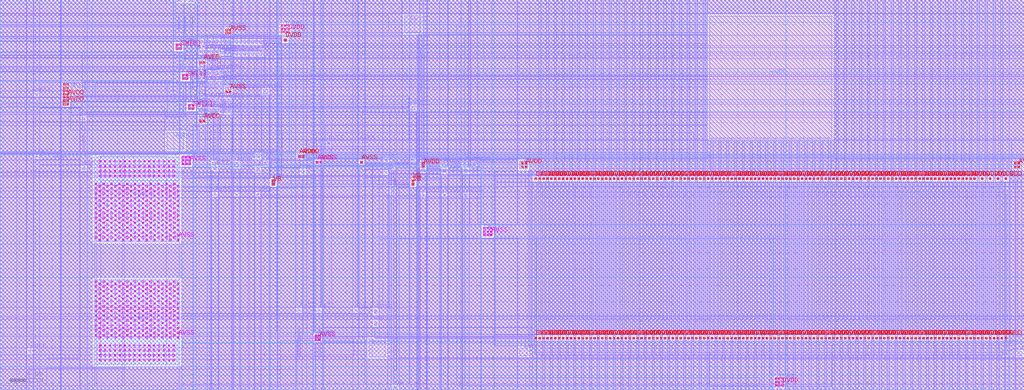
<source format=lef>
VERSION 5.7 ;
BUSBITCHARS "[]" ;
DIVIDERCHAR "/" ;

MACRO LDO_Top_int
  CLASS BLOCK ;
  ORIGIN 0.34 96.81 ;
  FOREIGN LDO_Top_int -0.34 -96.81 ;
  SIZE 125.45 BY 47.85 ;
  SYMMETRY X Y R90 ;
  PIN SW[2]
    DIRECTION INPUT ;
    USE ANALOG ;
    PORT
      LAYER M3 ;
        RECT 22.94 -49.16 23.14 -48.96 ;
    END
    PORT
      LAYER M1 ;
        RECT 22.68 -62.45 23.4 -61.73 ;
      LAYER M2 ;
        RECT 22.74 -62.39 23.34 -61.79 ;
      LAYER M3 ;
        RECT 22.74 -62.39 23.34 -61.79 ;
      LAYER V2 ;
        RECT 22.74 -61.99 22.94 -61.79 ;
        RECT 22.74 -62.39 22.94 -62.19 ;
        RECT 23.14 -61.99 23.34 -61.79 ;
        RECT 23.14 -62.39 23.34 -62.19 ;
      LAYER V1 ;
        RECT 22.74 -61.99 22.94 -61.79 ;
        RECT 22.74 -62.39 22.94 -62.19 ;
        RECT 23.14 -61.99 23.34 -61.79 ;
        RECT 23.14 -62.39 23.34 -62.19 ;
    END
    PORT
      LAYER M1 ;
        RECT 24.44 -62 24.6 -61.84 ;
    END
  END SW[2]
  PIN SW[1]
    DIRECTION INPUT ;
    USE ANALOG ;
    PORT
      LAYER M3 ;
        RECT 22.19 -49.16 22.39 -48.96 ;
    END
    PORT
      LAYER M1 ;
        RECT 21.93 -58.78 22.65 -58.06 ;
      LAYER M2 ;
        RECT 21.99 -58.72 22.59 -58.12 ;
      LAYER M3 ;
        RECT 21.99 -58.72 22.59 -58.12 ;
      LAYER V2 ;
        RECT 21.99 -58.32 22.19 -58.12 ;
        RECT 21.99 -58.72 22.19 -58.52 ;
        RECT 22.39 -58.32 22.59 -58.12 ;
        RECT 22.39 -58.72 22.59 -58.52 ;
      LAYER V1 ;
        RECT 21.99 -58.32 22.19 -58.12 ;
        RECT 21.99 -58.72 22.19 -58.52 ;
        RECT 22.39 -58.32 22.59 -58.12 ;
        RECT 22.39 -58.72 22.59 -58.52 ;
    END
    PORT
      LAYER M1 ;
        RECT 24.44 -58.64 24.6 -58.48 ;
    END
  END SW[1]
  PIN SW[0]
    DIRECTION INPUT ;
    USE ANALOG ;
    PORT
      LAYER M3 ;
        RECT 21.42 -49.16 21.62 -48.96 ;
    END
    PORT
      LAYER M1 ;
        RECT 21.16 -55.07 21.88 -54.35 ;
      LAYER M2 ;
        RECT 21.22 -55.01 21.82 -54.41 ;
      LAYER M3 ;
        RECT 21.22 -55.01 21.82 -54.41 ;
      LAYER V2 ;
        RECT 21.22 -54.61 21.42 -54.41 ;
        RECT 21.22 -55.01 21.42 -54.81 ;
        RECT 21.62 -54.61 21.82 -54.41 ;
        RECT 21.62 -55.01 21.82 -54.81 ;
      LAYER V1 ;
        RECT 21.22 -54.61 21.42 -54.41 ;
        RECT 21.22 -55.01 21.42 -54.81 ;
        RECT 21.62 -54.61 21.82 -54.41 ;
        RECT 21.62 -55.01 21.82 -54.81 ;
    END
    PORT
      LAYER M1 ;
        RECT 24.44 -54.8 24.6 -54.64 ;
    END
  END SW[0]
  PIN VB
    DIRECTION INOUT ;
    USE ANALOG ;
    PORT
      LAYER M2 ;
        RECT 47.82 -96.81 48.22 -96.41 ;
    END
    PORT
      LAYER M2 ;
        RECT 50.1 -71.26 50.37 -71.16 ;
        RECT 50.1 -71.26 50.3 -71.06 ;
      LAYER V1 ;
        RECT 50.1 -71.26 50.3 -71.06 ;
    END
    PORT
      LAYER M1 ;
        RECT 32.93 -71.75 33.25 -71.43 ;
        RECT 32.93 -71.35 33.25 -71.03 ;
      LAYER M2 ;
        RECT 32.92 -71.56 33.32 -71.16 ;
        RECT 32.99 -71.69 33.19 -71.09 ;
      LAYER V1 ;
        RECT 32.99 -71.29 33.19 -71.09 ;
        RECT 32.99 -71.69 33.19 -71.49 ;
    END
    PORT
      LAYER M1 ;
        RECT 46.8 -70.23 46.96 -70.07 ;
    END
    PORT
      LAYER M1 ;
        RECT 46.8 -68.77 47.04 -68.53 ;
    END
    PORT
      LAYER M1 ;
        RECT 50.08 -68.77 50.32 -68.53 ;
    END
    PORT
      LAYER M1 ;
        RECT 50.04 -71.72 50.36 -71.4 ;
      LAYER M2 ;
        RECT 50.1 -71.56 50.37 -71.46 ;
        RECT 50.1 -71.66 50.3 -71.46 ;
      LAYER V1 ;
        RECT 50.1 -71.66 50.3 -71.46 ;
    END
  END VB
  PIN DVDD
    DIRECTION INOUT ;
    USE POWER ;
    PORT
      LAYER M3 ;
        RECT 94.63 -96.34 95.61 -95.34 ;
      LAYER V2 ;
        RECT 94.57 -95.54 94.77 -95.34 ;
        RECT 94.57 -95.94 94.77 -95.74 ;
        RECT 94.57 -96.34 94.77 -96.14 ;
        RECT 94.97 -95.54 95.17 -95.34 ;
        RECT 94.97 -95.94 95.17 -95.74 ;
        RECT 94.97 -96.34 95.17 -96.14 ;
        RECT 95.37 -95.54 95.57 -95.34 ;
        RECT 95.37 -95.94 95.57 -95.74 ;
        RECT 95.37 -96.34 95.57 -96.14 ;
    END
    PORT
      LAYER M2 ;
        RECT 34.05 -53.02 35.05 -52.02 ;
      LAYER M3 ;
        RECT 34.05 -53.02 35.03 -52.02 ;
      LAYER V2 ;
        RECT 34.05 -52.22 34.25 -52.02 ;
        RECT 34.05 -52.62 34.25 -52.42 ;
        RECT 34.05 -53.02 34.25 -52.82 ;
        RECT 34.45 -52.22 34.65 -52.02 ;
        RECT 34.45 -52.62 34.65 -52.42 ;
        RECT 34.45 -53.02 34.65 -52.82 ;
        RECT 34.85 -52.22 35.05 -52.02 ;
        RECT 34.85 -52.62 35.05 -52.42 ;
        RECT 34.85 -53.02 35.05 -52.82 ;
    END
    PORT
      LAYER M1 ;
        RECT 28.48 -54.26 28.76 -54 ;
        RECT 28.48 -54.29 28.75 -54 ;
    END
    PORT
      LAYER M1 ;
        RECT 28.48 -55.78 28.76 -55.61 ;
        RECT 28.48 -55.78 28.75 -55.49 ;
    END
    PORT
      LAYER M1 ;
        RECT 29.44 -54.26 29.72 -54 ;
        RECT 29.44 -54.29 29.71 -54 ;
    END
    PORT
      LAYER M1 ;
        RECT 29.45 -55.78 29.73 -55.61 ;
        RECT 29.45 -55.78 29.72 -55.49 ;
    END
    PORT
      LAYER M1 ;
        RECT 30.4 -54.26 30.68 -54 ;
        RECT 30.4 -54.29 30.67 -54 ;
    END
    PORT
      LAYER M1 ;
        RECT 30.42 -55.78 30.7 -55.49 ;
    END
    PORT
      LAYER M1 ;
        RECT 31.36 -54.26 31.64 -54 ;
        RECT 31.36 -54.29 31.63 -54 ;
    END
    PORT
      LAYER M1 ;
        RECT 31.53 -55.29 31.67 -55.13 ;
    END
    PORT
      LAYER M1 ;
        RECT 31.39 -55.78 31.67 -55.49 ;
    END
    PORT
      LAYER M1 ;
        RECT 34.4 -54.06 34.74 -53.78 ;
      LAYER M2 ;
        RECT 34.42 -54.02 34.72 -53.74 ;
      LAYER V1 ;
        RECT 34.47 -54.02 34.67 -53.82 ;
    END
    PORT
      LAYER M1 ;
        RECT 65.12 -71.01 65.38 -70.77 ;
      LAYER M2 ;
        RECT 65.12 -71.01 65.38 -70.77 ;
      LAYER V1 ;
        RECT 65.15 -71.03 65.35 -70.83 ;
    END
    PORT
      LAYER M1 ;
        RECT 65.12 -90.61 65.38 -90.37 ;
      LAYER V1 ;
        RECT 65.15 -90.55 65.35 -90.35 ;
    END
    PORT
      LAYER M1 ;
        RECT 66.08 -71.01 66.34 -70.77 ;
      LAYER M2 ;
        RECT 66.08 -71.01 66.34 -70.77 ;
      LAYER V1 ;
        RECT 66.11 -71.03 66.31 -70.83 ;
    END
    PORT
      LAYER M1 ;
        RECT 66.08 -90.61 66.34 -90.37 ;
      LAYER V1 ;
        RECT 66.11 -90.55 66.31 -90.35 ;
    END
    PORT
      LAYER M1 ;
        RECT 67.04 -71.01 67.3 -70.77 ;
      LAYER M2 ;
        RECT 67.04 -71.01 67.3 -70.77 ;
      LAYER V1 ;
        RECT 67.07 -71.03 67.27 -70.83 ;
    END
    PORT
      LAYER M1 ;
        RECT 67.04 -90.61 67.3 -90.37 ;
      LAYER V1 ;
        RECT 67.07 -90.55 67.27 -90.35 ;
    END
    PORT
      LAYER M1 ;
        RECT 68 -71.01 68.26 -70.77 ;
      LAYER M2 ;
        RECT 68 -71.01 68.26 -70.77 ;
      LAYER V1 ;
        RECT 68.03 -71.03 68.23 -70.83 ;
    END
    PORT
      LAYER M1 ;
        RECT 68 -90.61 68.26 -90.37 ;
      LAYER V1 ;
        RECT 68.03 -90.55 68.23 -90.35 ;
    END
    PORT
      LAYER M1 ;
        RECT 68.96 -71.01 69.22 -70.77 ;
      LAYER M2 ;
        RECT 68.96 -71.01 69.22 -70.77 ;
      LAYER V1 ;
        RECT 68.99 -71.03 69.19 -70.83 ;
    END
    PORT
      LAYER M1 ;
        RECT 68.96 -90.61 69.22 -90.37 ;
      LAYER V1 ;
        RECT 68.99 -90.55 69.19 -90.35 ;
    END
    PORT
      LAYER M1 ;
        RECT 69.92 -71.01 70.18 -70.77 ;
      LAYER M2 ;
        RECT 69.92 -71.01 70.18 -70.77 ;
      LAYER V1 ;
        RECT 69.95 -71.03 70.15 -70.83 ;
    END
    PORT
      LAYER M1 ;
        RECT 69.92 -90.61 70.18 -90.37 ;
      LAYER V1 ;
        RECT 69.95 -90.55 70.15 -90.35 ;
    END
    PORT
      LAYER M1 ;
        RECT 70.88 -71.01 71.14 -70.77 ;
      LAYER M2 ;
        RECT 70.88 -71.01 71.14 -70.77 ;
      LAYER V1 ;
        RECT 70.91 -71.03 71.11 -70.83 ;
    END
    PORT
      LAYER M1 ;
        RECT 70.88 -90.61 71.14 -90.37 ;
      LAYER V1 ;
        RECT 70.91 -90.55 71.11 -90.35 ;
    END
    PORT
      LAYER M1 ;
        RECT 71.84 -71.01 72.1 -70.77 ;
      LAYER M2 ;
        RECT 71.84 -71.01 72.1 -70.77 ;
      LAYER V1 ;
        RECT 71.87 -71.03 72.07 -70.83 ;
    END
    PORT
      LAYER M1 ;
        RECT 71.84 -90.61 72.1 -90.37 ;
      LAYER V1 ;
        RECT 71.87 -90.55 72.07 -90.35 ;
    END
    PORT
      LAYER M1 ;
        RECT 72.8 -71.01 73.06 -70.77 ;
      LAYER M2 ;
        RECT 72.8 -71.01 73.06 -70.77 ;
      LAYER V1 ;
        RECT 72.83 -71.03 73.03 -70.83 ;
    END
    PORT
      LAYER M1 ;
        RECT 72.8 -90.61 73.06 -90.37 ;
      LAYER V1 ;
        RECT 72.83 -90.55 73.03 -90.35 ;
    END
    PORT
      LAYER M1 ;
        RECT 73.76 -71.01 74.02 -70.77 ;
      LAYER M2 ;
        RECT 73.76 -71.01 74.02 -70.77 ;
      LAYER V1 ;
        RECT 73.79 -71.03 73.99 -70.83 ;
    END
    PORT
      LAYER M1 ;
        RECT 73.76 -90.61 74.02 -90.37 ;
      LAYER V1 ;
        RECT 73.79 -90.55 73.99 -90.35 ;
    END
    PORT
      LAYER M1 ;
        RECT 74.72 -71.01 74.98 -70.77 ;
      LAYER M2 ;
        RECT 74.72 -71.01 74.98 -70.77 ;
      LAYER V1 ;
        RECT 74.75 -71.03 74.95 -70.83 ;
    END
    PORT
      LAYER M1 ;
        RECT 74.72 -90.61 74.98 -90.37 ;
      LAYER V1 ;
        RECT 74.75 -90.55 74.95 -90.35 ;
    END
    PORT
      LAYER M1 ;
        RECT 75.68 -71.01 75.94 -70.77 ;
      LAYER M2 ;
        RECT 75.68 -71.01 75.94 -70.77 ;
      LAYER V1 ;
        RECT 75.71 -71.03 75.91 -70.83 ;
    END
    PORT
      LAYER M1 ;
        RECT 75.68 -90.61 75.94 -90.37 ;
      LAYER V1 ;
        RECT 75.71 -90.55 75.91 -90.35 ;
    END
    PORT
      LAYER M1 ;
        RECT 76.64 -71.01 76.9 -70.77 ;
      LAYER M2 ;
        RECT 76.64 -71.01 76.9 -70.77 ;
      LAYER V1 ;
        RECT 76.67 -71.03 76.87 -70.83 ;
    END
    PORT
      LAYER M1 ;
        RECT 76.64 -90.61 76.9 -90.37 ;
      LAYER V1 ;
        RECT 76.67 -90.55 76.87 -90.35 ;
    END
    PORT
      LAYER M1 ;
        RECT 77.6 -71.01 77.86 -70.77 ;
      LAYER M2 ;
        RECT 77.6 -71.01 77.86 -70.77 ;
      LAYER V1 ;
        RECT 77.63 -71.03 77.83 -70.83 ;
    END
    PORT
      LAYER M1 ;
        RECT 77.6 -90.61 77.86 -90.37 ;
      LAYER V1 ;
        RECT 77.63 -90.55 77.83 -90.35 ;
    END
    PORT
      LAYER M1 ;
        RECT 78.56 -71.01 78.82 -70.77 ;
      LAYER M2 ;
        RECT 78.56 -71.01 78.82 -70.77 ;
      LAYER V1 ;
        RECT 78.59 -71.03 78.79 -70.83 ;
    END
    PORT
      LAYER M1 ;
        RECT 78.56 -90.61 78.82 -90.37 ;
      LAYER V1 ;
        RECT 78.59 -90.55 78.79 -90.35 ;
    END
    PORT
      LAYER M1 ;
        RECT 79.52 -71.01 79.78 -70.77 ;
      LAYER M2 ;
        RECT 79.52 -71.01 79.78 -70.77 ;
      LAYER V1 ;
        RECT 79.55 -71.03 79.75 -70.83 ;
    END
    PORT
      LAYER M1 ;
        RECT 79.52 -90.61 79.78 -90.37 ;
      LAYER V1 ;
        RECT 79.55 -90.55 79.75 -90.35 ;
    END
    PORT
      LAYER M1 ;
        RECT 80.48 -71.01 80.74 -70.77 ;
      LAYER M2 ;
        RECT 80.48 -71.01 80.74 -70.77 ;
      LAYER V1 ;
        RECT 80.51 -71.03 80.71 -70.83 ;
    END
    PORT
      LAYER M1 ;
        RECT 80.48 -90.61 80.74 -90.37 ;
      LAYER V1 ;
        RECT 80.51 -90.55 80.71 -90.35 ;
    END
    PORT
      LAYER M1 ;
        RECT 81.44 -71.01 81.7 -70.77 ;
      LAYER M2 ;
        RECT 81.44 -71.01 81.7 -70.77 ;
      LAYER V1 ;
        RECT 81.47 -71.03 81.67 -70.83 ;
    END
    PORT
      LAYER M1 ;
        RECT 81.44 -90.61 81.7 -90.37 ;
      LAYER V1 ;
        RECT 81.47 -90.55 81.67 -90.35 ;
    END
    PORT
      LAYER M1 ;
        RECT 82.4 -71.01 82.66 -70.77 ;
      LAYER M2 ;
        RECT 82.4 -71.01 82.66 -70.77 ;
      LAYER V1 ;
        RECT 82.43 -71.03 82.63 -70.83 ;
    END
    PORT
      LAYER M1 ;
        RECT 82.4 -90.61 82.66 -90.37 ;
      LAYER V1 ;
        RECT 82.43 -90.55 82.63 -90.35 ;
    END
    PORT
      LAYER M1 ;
        RECT 83.36 -71.01 83.62 -70.77 ;
      LAYER M2 ;
        RECT 83.36 -71.01 83.62 -70.77 ;
      LAYER V1 ;
        RECT 83.39 -71.03 83.59 -70.83 ;
    END
    PORT
      LAYER M1 ;
        RECT 83.36 -90.61 83.62 -90.37 ;
      LAYER V1 ;
        RECT 83.39 -90.55 83.59 -90.35 ;
    END
    PORT
      LAYER M1 ;
        RECT 84.32 -71.01 84.58 -70.77 ;
      LAYER M2 ;
        RECT 84.32 -71.01 84.58 -70.77 ;
      LAYER V1 ;
        RECT 84.35 -71.03 84.55 -70.83 ;
    END
    PORT
      LAYER M1 ;
        RECT 84.32 -90.61 84.58 -90.37 ;
      LAYER V1 ;
        RECT 84.35 -90.55 84.55 -90.35 ;
    END
    PORT
      LAYER M1 ;
        RECT 85.28 -71.01 85.54 -70.77 ;
      LAYER M2 ;
        RECT 85.28 -71.01 85.54 -70.77 ;
      LAYER V1 ;
        RECT 85.31 -71.03 85.51 -70.83 ;
    END
    PORT
      LAYER M1 ;
        RECT 85.28 -90.61 85.54 -90.37 ;
      LAYER V1 ;
        RECT 85.31 -90.55 85.51 -90.35 ;
    END
    PORT
      LAYER M1 ;
        RECT 86.24 -71.01 86.5 -70.77 ;
      LAYER M2 ;
        RECT 86.24 -71.01 86.5 -70.77 ;
      LAYER V1 ;
        RECT 86.27 -71.03 86.47 -70.83 ;
    END
    PORT
      LAYER M1 ;
        RECT 86.24 -90.61 86.5 -90.37 ;
      LAYER V1 ;
        RECT 86.27 -90.55 86.47 -90.35 ;
    END
    PORT
      LAYER M1 ;
        RECT 87.2 -71.01 87.46 -70.77 ;
      LAYER M2 ;
        RECT 87.2 -71.01 87.46 -70.77 ;
      LAYER V1 ;
        RECT 87.23 -71.03 87.43 -70.83 ;
    END
    PORT
      LAYER M1 ;
        RECT 87.2 -90.61 87.46 -90.37 ;
      LAYER V1 ;
        RECT 87.23 -90.55 87.43 -90.35 ;
    END
    PORT
      LAYER M1 ;
        RECT 88.16 -71.01 88.42 -70.77 ;
      LAYER M2 ;
        RECT 88.16 -71.01 88.42 -70.77 ;
      LAYER V1 ;
        RECT 88.19 -71.03 88.39 -70.83 ;
    END
    PORT
      LAYER M1 ;
        RECT 88.16 -90.61 88.42 -90.37 ;
      LAYER V1 ;
        RECT 88.19 -90.55 88.39 -90.35 ;
    END
    PORT
      LAYER M1 ;
        RECT 89.12 -71.01 89.38 -70.77 ;
      LAYER M2 ;
        RECT 89.12 -71.01 89.38 -70.77 ;
      LAYER V1 ;
        RECT 89.15 -71.03 89.35 -70.83 ;
    END
    PORT
      LAYER M1 ;
        RECT 89.12 -90.61 89.38 -90.37 ;
      LAYER V1 ;
        RECT 89.15 -90.55 89.35 -90.35 ;
    END
    PORT
      LAYER M1 ;
        RECT 90.08 -71.01 90.34 -70.77 ;
      LAYER M2 ;
        RECT 90.08 -71.01 90.34 -70.77 ;
      LAYER V1 ;
        RECT 90.11 -71.03 90.31 -70.83 ;
    END
    PORT
      LAYER M1 ;
        RECT 90.08 -90.61 90.34 -90.37 ;
      LAYER V1 ;
        RECT 90.11 -90.55 90.31 -90.35 ;
    END
    PORT
      LAYER M1 ;
        RECT 91.04 -71.01 91.3 -70.77 ;
      LAYER M2 ;
        RECT 91.04 -71.01 91.3 -70.77 ;
      LAYER V1 ;
        RECT 91.07 -71.03 91.27 -70.83 ;
    END
    PORT
      LAYER M1 ;
        RECT 91.04 -90.61 91.3 -90.37 ;
      LAYER V1 ;
        RECT 91.07 -90.55 91.27 -90.35 ;
    END
    PORT
      LAYER M1 ;
        RECT 92 -71.01 92.26 -70.77 ;
      LAYER M2 ;
        RECT 92 -71.01 92.26 -70.77 ;
      LAYER V1 ;
        RECT 92.03 -71.03 92.23 -70.83 ;
    END
    PORT
      LAYER M1 ;
        RECT 92 -90.61 92.26 -90.37 ;
      LAYER V1 ;
        RECT 92.03 -90.55 92.23 -90.35 ;
    END
    PORT
      LAYER M1 ;
        RECT 92.96 -71.01 93.22 -70.77 ;
      LAYER M2 ;
        RECT 92.96 -71.01 93.22 -70.77 ;
      LAYER V1 ;
        RECT 92.99 -71.03 93.19 -70.83 ;
    END
    PORT
      LAYER M1 ;
        RECT 92.96 -90.61 93.22 -90.37 ;
      LAYER V1 ;
        RECT 92.99 -90.55 93.19 -90.35 ;
    END
    PORT
      LAYER M1 ;
        RECT 93.92 -71.01 94.18 -70.77 ;
      LAYER M2 ;
        RECT 93.92 -71.01 94.18 -70.77 ;
      LAYER V1 ;
        RECT 93.95 -71.03 94.15 -70.83 ;
    END
    PORT
      LAYER M1 ;
        RECT 93.92 -90.61 94.18 -90.37 ;
      LAYER V1 ;
        RECT 93.95 -90.55 94.15 -90.35 ;
    END
    PORT
      LAYER M1 ;
        RECT 94.88 -71.01 95.14 -70.77 ;
      LAYER M2 ;
        RECT 94.88 -71.01 95.14 -70.77 ;
      LAYER V1 ;
        RECT 94.91 -71.03 95.11 -70.83 ;
    END
    PORT
      LAYER M1 ;
        RECT 94.88 -90.61 95.14 -90.37 ;
      LAYER V1 ;
        RECT 94.91 -90.55 95.11 -90.35 ;
    END
    PORT
      LAYER M1 ;
        RECT 95.84 -71.01 96.1 -70.77 ;
      LAYER M2 ;
        RECT 95.84 -71.01 96.1 -70.77 ;
      LAYER V1 ;
        RECT 95.87 -71.03 96.07 -70.83 ;
    END
    PORT
      LAYER M1 ;
        RECT 95.84 -90.61 96.1 -90.37 ;
      LAYER V1 ;
        RECT 95.87 -90.55 96.07 -90.35 ;
    END
    PORT
      LAYER M1 ;
        RECT 96.8 -71.01 97.06 -70.77 ;
      LAYER M2 ;
        RECT 96.8 -71.01 97.06 -70.77 ;
      LAYER V1 ;
        RECT 96.83 -71.03 97.03 -70.83 ;
    END
    PORT
      LAYER M1 ;
        RECT 96.8 -90.61 97.06 -90.37 ;
      LAYER V1 ;
        RECT 96.83 -90.55 97.03 -90.35 ;
    END
    PORT
      LAYER M1 ;
        RECT 97.76 -71.01 98.02 -70.77 ;
      LAYER M2 ;
        RECT 97.76 -71.01 98.02 -70.77 ;
      LAYER V1 ;
        RECT 97.79 -71.03 97.99 -70.83 ;
    END
    PORT
      LAYER M1 ;
        RECT 97.76 -90.61 98.02 -90.37 ;
      LAYER V1 ;
        RECT 97.79 -90.55 97.99 -90.35 ;
    END
    PORT
      LAYER M1 ;
        RECT 98.72 -71.01 98.98 -70.77 ;
      LAYER M2 ;
        RECT 98.72 -71.01 98.98 -70.77 ;
      LAYER V1 ;
        RECT 98.75 -71.03 98.95 -70.83 ;
    END
    PORT
      LAYER M1 ;
        RECT 98.72 -90.61 98.98 -90.37 ;
      LAYER V1 ;
        RECT 98.75 -90.55 98.95 -90.35 ;
    END
    PORT
      LAYER M1 ;
        RECT 99.68 -71.01 99.94 -70.77 ;
      LAYER M2 ;
        RECT 99.68 -71.01 99.94 -70.77 ;
      LAYER V1 ;
        RECT 99.71 -71.03 99.91 -70.83 ;
    END
    PORT
      LAYER M1 ;
        RECT 99.68 -90.61 99.94 -90.37 ;
      LAYER V1 ;
        RECT 99.71 -90.55 99.91 -90.35 ;
    END
    PORT
      LAYER M1 ;
        RECT 100.64 -71.01 100.9 -70.77 ;
      LAYER M2 ;
        RECT 100.64 -71.01 100.9 -70.77 ;
      LAYER V1 ;
        RECT 100.67 -71.03 100.87 -70.83 ;
    END
    PORT
      LAYER M1 ;
        RECT 100.64 -90.61 100.9 -90.37 ;
      LAYER V1 ;
        RECT 100.67 -90.55 100.87 -90.35 ;
    END
    PORT
      LAYER M1 ;
        RECT 101.6 -71.01 101.86 -70.77 ;
      LAYER M2 ;
        RECT 101.6 -71.01 101.86 -70.77 ;
      LAYER V1 ;
        RECT 101.63 -71.03 101.83 -70.83 ;
    END
    PORT
      LAYER M1 ;
        RECT 101.6 -90.61 101.86 -90.37 ;
      LAYER V1 ;
        RECT 101.63 -90.55 101.83 -90.35 ;
    END
    PORT
      LAYER M1 ;
        RECT 102.56 -71.01 102.82 -70.77 ;
      LAYER M2 ;
        RECT 102.56 -71.01 102.82 -70.77 ;
      LAYER V1 ;
        RECT 102.59 -71.03 102.79 -70.83 ;
    END
    PORT
      LAYER M1 ;
        RECT 102.56 -90.61 102.82 -90.37 ;
      LAYER V1 ;
        RECT 102.59 -90.55 102.79 -90.35 ;
    END
    PORT
      LAYER M1 ;
        RECT 103.52 -71.01 103.78 -70.77 ;
      LAYER M2 ;
        RECT 103.52 -71.01 103.78 -70.77 ;
      LAYER V1 ;
        RECT 103.55 -71.03 103.75 -70.83 ;
    END
    PORT
      LAYER M1 ;
        RECT 103.52 -90.61 103.78 -90.37 ;
      LAYER V1 ;
        RECT 103.55 -90.55 103.75 -90.35 ;
    END
    PORT
      LAYER M1 ;
        RECT 104.48 -71.01 104.74 -70.77 ;
      LAYER M2 ;
        RECT 104.48 -71.01 104.74 -70.77 ;
      LAYER V1 ;
        RECT 104.51 -71.03 104.71 -70.83 ;
    END
    PORT
      LAYER M1 ;
        RECT 104.48 -90.61 104.74 -90.37 ;
      LAYER V1 ;
        RECT 104.51 -90.55 104.71 -90.35 ;
    END
    PORT
      LAYER M1 ;
        RECT 105.44 -71.01 105.7 -70.77 ;
      LAYER M2 ;
        RECT 105.44 -71.01 105.7 -70.77 ;
      LAYER V1 ;
        RECT 105.47 -71.03 105.67 -70.83 ;
    END
    PORT
      LAYER M1 ;
        RECT 105.44 -90.61 105.7 -90.37 ;
      LAYER V1 ;
        RECT 105.47 -90.55 105.67 -90.35 ;
    END
    PORT
      LAYER M1 ;
        RECT 106.4 -71.01 106.66 -70.77 ;
      LAYER M2 ;
        RECT 106.4 -71.01 106.66 -70.77 ;
      LAYER V1 ;
        RECT 106.43 -71.03 106.63 -70.83 ;
    END
    PORT
      LAYER M1 ;
        RECT 106.4 -90.61 106.66 -90.37 ;
      LAYER V1 ;
        RECT 106.43 -90.55 106.63 -90.35 ;
    END
    PORT
      LAYER M1 ;
        RECT 107.36 -71.01 107.62 -70.77 ;
      LAYER M2 ;
        RECT 107.36 -71.01 107.62 -70.77 ;
      LAYER V1 ;
        RECT 107.39 -71.03 107.59 -70.83 ;
    END
    PORT
      LAYER M1 ;
        RECT 107.36 -90.61 107.62 -90.37 ;
      LAYER V1 ;
        RECT 107.39 -90.55 107.59 -90.35 ;
    END
    PORT
      LAYER M1 ;
        RECT 108.32 -71.01 108.58 -70.77 ;
      LAYER M2 ;
        RECT 108.32 -71.01 108.58 -70.77 ;
      LAYER V1 ;
        RECT 108.35 -71.03 108.55 -70.83 ;
    END
    PORT
      LAYER M1 ;
        RECT 108.32 -90.61 108.58 -90.37 ;
      LAYER V1 ;
        RECT 108.35 -90.55 108.55 -90.35 ;
    END
    PORT
      LAYER M1 ;
        RECT 109.28 -71.01 109.54 -70.77 ;
      LAYER M2 ;
        RECT 109.28 -71.01 109.54 -70.77 ;
      LAYER V1 ;
        RECT 109.31 -71.03 109.51 -70.83 ;
    END
    PORT
      LAYER M1 ;
        RECT 109.28 -90.61 109.54 -90.37 ;
      LAYER V1 ;
        RECT 109.31 -90.55 109.51 -90.35 ;
    END
    PORT
      LAYER M1 ;
        RECT 110.24 -71.01 110.5 -70.77 ;
      LAYER M2 ;
        RECT 110.24 -71.01 110.5 -70.77 ;
      LAYER V1 ;
        RECT 110.27 -71.03 110.47 -70.83 ;
    END
    PORT
      LAYER M1 ;
        RECT 110.24 -90.61 110.5 -90.37 ;
      LAYER V1 ;
        RECT 110.27 -90.55 110.47 -90.35 ;
    END
    PORT
      LAYER M1 ;
        RECT 111.2 -71.01 111.46 -70.77 ;
      LAYER M2 ;
        RECT 111.2 -71.01 111.46 -70.77 ;
      LAYER V1 ;
        RECT 111.23 -71.03 111.43 -70.83 ;
    END
    PORT
      LAYER M1 ;
        RECT 111.2 -90.61 111.46 -90.37 ;
      LAYER V1 ;
        RECT 111.23 -90.55 111.43 -90.35 ;
    END
    PORT
      LAYER M1 ;
        RECT 112.16 -71.01 112.42 -70.77 ;
      LAYER M2 ;
        RECT 112.16 -71.01 112.42 -70.77 ;
      LAYER V1 ;
        RECT 112.19 -71.03 112.39 -70.83 ;
    END
    PORT
      LAYER M1 ;
        RECT 112.16 -90.61 112.42 -90.37 ;
      LAYER V1 ;
        RECT 112.19 -90.55 112.39 -90.35 ;
    END
    PORT
      LAYER M1 ;
        RECT 113.12 -71.01 113.38 -70.77 ;
      LAYER M2 ;
        RECT 113.12 -71.01 113.38 -70.77 ;
      LAYER V1 ;
        RECT 113.15 -71.03 113.35 -70.83 ;
    END
    PORT
      LAYER M1 ;
        RECT 113.12 -90.61 113.38 -90.37 ;
      LAYER V1 ;
        RECT 113.15 -90.55 113.35 -90.35 ;
    END
    PORT
      LAYER M1 ;
        RECT 114.08 -71.01 114.34 -70.77 ;
      LAYER M2 ;
        RECT 114.08 -71.01 114.34 -70.77 ;
      LAYER V1 ;
        RECT 114.11 -71.03 114.31 -70.83 ;
    END
    PORT
      LAYER M1 ;
        RECT 114.08 -90.61 114.34 -90.37 ;
      LAYER V1 ;
        RECT 114.11 -90.55 114.31 -90.35 ;
    END
    PORT
      LAYER M1 ;
        RECT 115.04 -71.01 115.3 -70.77 ;
      LAYER M2 ;
        RECT 115.04 -71.01 115.3 -70.77 ;
      LAYER V1 ;
        RECT 115.07 -71.03 115.27 -70.83 ;
    END
    PORT
      LAYER M1 ;
        RECT 115.04 -90.61 115.3 -90.37 ;
      LAYER V1 ;
        RECT 115.07 -90.55 115.27 -90.35 ;
    END
    PORT
      LAYER M1 ;
        RECT 116 -71.01 116.26 -70.77 ;
      LAYER M2 ;
        RECT 116 -71.01 116.26 -70.77 ;
      LAYER V1 ;
        RECT 116.03 -71.03 116.23 -70.83 ;
    END
    PORT
      LAYER M1 ;
        RECT 116 -90.61 116.26 -90.37 ;
      LAYER V1 ;
        RECT 116.03 -90.55 116.23 -90.35 ;
    END
    PORT
      LAYER M1 ;
        RECT 116.96 -71.01 117.22 -70.77 ;
      LAYER M2 ;
        RECT 116.96 -71.01 117.22 -70.77 ;
      LAYER V1 ;
        RECT 116.99 -71.03 117.19 -70.83 ;
    END
    PORT
      LAYER M1 ;
        RECT 116.96 -90.61 117.22 -90.37 ;
      LAYER V1 ;
        RECT 116.99 -90.55 117.19 -90.35 ;
    END
    PORT
      LAYER M1 ;
        RECT 117.92 -71.01 118.18 -70.77 ;
      LAYER M2 ;
        RECT 117.92 -71.01 118.18 -70.77 ;
      LAYER V1 ;
        RECT 117.95 -71.03 118.15 -70.83 ;
    END
    PORT
      LAYER M1 ;
        RECT 117.92 -90.61 118.18 -90.37 ;
      LAYER V1 ;
        RECT 117.95 -90.55 118.15 -90.35 ;
    END
    PORT
      LAYER M1 ;
        RECT 118.88 -71.01 119.14 -70.77 ;
      LAYER M2 ;
        RECT 118.88 -71.01 119.14 -70.77 ;
      LAYER V1 ;
        RECT 118.91 -71.03 119.11 -70.83 ;
    END
    PORT
      LAYER M1 ;
        RECT 118.88 -90.61 119.14 -90.37 ;
      LAYER V1 ;
        RECT 118.91 -90.55 119.11 -90.35 ;
    END
    PORT
      LAYER M1 ;
        RECT 119.84 -71.01 120.1 -70.77 ;
      LAYER M2 ;
        RECT 119.84 -71.01 120.1 -70.77 ;
      LAYER V1 ;
        RECT 119.87 -71.03 120.07 -70.83 ;
    END
    PORT
      LAYER M1 ;
        RECT 119.84 -90.61 120.1 -90.37 ;
      LAYER V1 ;
        RECT 119.87 -90.55 120.07 -90.35 ;
    END
    PORT
      LAYER M1 ;
        RECT 120.8 -71.01 121.06 -70.77 ;
      LAYER M2 ;
        RECT 120.8 -71.01 121.06 -70.77 ;
      LAYER V1 ;
        RECT 120.83 -71.03 121.03 -70.83 ;
    END
    PORT
      LAYER M1 ;
        RECT 120.8 -90.61 121.06 -90.37 ;
      LAYER V1 ;
        RECT 120.83 -90.55 121.03 -90.35 ;
    END
    PORT
      LAYER M1 ;
        RECT 121.76 -71.01 122.02 -70.77 ;
      LAYER M2 ;
        RECT 121.76 -71.01 122.02 -70.77 ;
      LAYER V1 ;
        RECT 121.79 -71.03 121.99 -70.83 ;
    END
    PORT
      LAYER M1 ;
        RECT 121.76 -90.61 122.02 -90.37 ;
      LAYER V1 ;
        RECT 121.79 -90.55 121.99 -90.35 ;
    END
    PORT
      LAYER M1 ;
        RECT 122.72 -71.01 122.98 -70.77 ;
      LAYER M2 ;
        RECT 122.72 -71.01 122.98 -70.77 ;
      LAYER V1 ;
        RECT 122.75 -71.03 122.95 -70.83 ;
    END
    PORT
      LAYER M1 ;
        RECT 122.72 -90.61 122.98 -90.37 ;
      LAYER V1 ;
        RECT 122.75 -90.55 122.95 -90.35 ;
    END
  END DVDD
  PIN AVDD
    DIRECTION INOUT ;
    USE ANALOG ;
    PORT
      LAYER M2 ;
        RECT 7.38 -61.17 9.38 -59.17 ;
      LAYER V1 ;
        RECT 7.38 -59.45 7.58 -59.25 ;
        RECT 7.38 -59.85 7.58 -59.65 ;
        RECT 7.38 -60.25 7.58 -60.05 ;
        RECT 7.38 -60.65 7.58 -60.45 ;
        RECT 7.38 -61.05 7.58 -60.85 ;
        RECT 7.78 -59.45 7.98 -59.25 ;
        RECT 7.78 -59.85 7.98 -59.65 ;
        RECT 7.78 -60.25 7.98 -60.05 ;
        RECT 7.78 -60.65 7.98 -60.45 ;
        RECT 7.78 -61.05 7.98 -60.85 ;
    END
    PORT
      LAYER M2 ;
        RECT 20.1 -67.25 22.1 -65.25 ;
    END
    PORT
      LAYER M2 ;
        RECT 86.55 -65.95 101.55 -50.95 ;
    END
    PORT
      LAYER M2 ;
        RECT 123.9 -69.65 124.78 -68.77 ;
      LAYER V1 ;
        RECT 123.94 -69.09 124.14 -68.89 ;
        RECT 123.94 -69.53 124.14 -69.33 ;
        RECT 124.34 -69.09 124.54 -68.89 ;
        RECT 124.34 -69.53 124.54 -69.33 ;
    END
    PORT
      LAYER M1 ;
        RECT 4.01 -60.63 4.17 -60.47 ;
    END
    PORT
      LAYER M1 ;
        RECT 7.32 -61.91 8.04 -61.19 ;
      LAYER M2 ;
        RECT 7.38 -61.85 7.98 -61.25 ;
      LAYER V1 ;
        RECT 7.38 -61.45 7.58 -61.25 ;
        RECT 7.38 -61.85 7.58 -61.65 ;
        RECT 7.78 -61.45 7.98 -61.25 ;
        RECT 7.78 -61.85 7.98 -61.65 ;
    END
    PORT
      LAYER M1 ;
        RECT 24.16 -55.47 24.44 -55.19 ;
    END
    PORT
      LAYER M1 ;
        RECT 24.16 -58.09 24.44 -57.81 ;
    END
    PORT
      LAYER M1 ;
        RECT 24.16 -62.67 24.44 -62.39 ;
    END
    PORT
      LAYER M1 ;
        RECT 23.98 -56.88 24.46 -56.4 ;
      LAYER M2 ;
        RECT 24.08 -57.14 24.68 -56.54 ;
      LAYER V1 ;
        RECT 24.08 -56.74 24.28 -56.54 ;
        RECT 24.48 -56.74 24.68 -56.54 ;
    END
    PORT
      LAYER M1 ;
        RECT 23.98 -64.08 24.46 -63.6 ;
      LAYER M2 ;
        RECT 24.08 -63.94 24.68 -63.34 ;
      LAYER V1 ;
        RECT 24.08 -63.94 24.28 -63.74 ;
        RECT 24.48 -63.94 24.68 -63.74 ;
    END
    PORT
      LAYER M1 ;
        RECT 25.12 -55.47 25.4 -55.19 ;
    END
    PORT
      LAYER M1 ;
        RECT 25.12 -58.09 25.4 -57.81 ;
    END
    PORT
      LAYER M1 ;
        RECT 25.12 -62.67 25.4 -62.39 ;
    END
    PORT
      LAYER M1 ;
        RECT 25.67 -69.21 25.93 -68.95 ;
    END
    PORT
      LAYER M1 ;
        RECT 25.86 -72.92 26.02 -72.76 ;
    END
    PORT
      LAYER M1 ;
        RECT 25.79 -69.8 26.09 -69.5 ;
    END
    PORT
      LAYER M1 ;
        RECT 26.08 -55.47 26.36 -55.19 ;
    END
    PORT
      LAYER M1 ;
        RECT 26.08 -55.89 26.36 -55.61 ;
    END
    PORT
      LAYER M1 ;
        RECT 26.08 -58.09 26.36 -57.81 ;
    END
    PORT
      LAYER M1 ;
        RECT 26.08 -62.67 26.36 -62.39 ;
    END
    PORT
      LAYER M1 ;
        RECT 26.08 -63.09 26.36 -62.81 ;
    END
    PORT
      LAYER M1 ;
        RECT 26.56 -55.59 26.84 -55.3 ;
    END
    PORT
      LAYER M1 ;
        RECT 26.56 -57.98 26.84 -57.7 ;
    END
    PORT
      LAYER M1 ;
        RECT 26.56 -62.79 26.84 -62.5 ;
    END
    PORT
      LAYER M1 ;
        RECT 27.52 -55.59 27.8 -55.3 ;
    END
    PORT
      LAYER M1 ;
        RECT 27.52 -57.98 27.8 -57.7 ;
    END
    PORT
      LAYER M1 ;
        RECT 27.52 -62.79 27.8 -62.5 ;
    END
    PORT
      LAYER M1 ;
        RECT 28.52 -72.92 28.68 -72.76 ;
    END
    PORT
      LAYER M1 ;
        RECT 28.33 -69.42 28.8 -68.95 ;
    END
    PORT
      LAYER M1 ;
        RECT 31.12 -72.92 31.28 -72.76 ;
    END
    PORT
      LAYER M1 ;
        RECT 31.05 -68.33 31.35 -68.03 ;
    END
    PORT
      LAYER M1 ;
        RECT 31.05 -69.89 31.35 -69.59 ;
    END
    PORT
      LAYER M1 ;
        RECT 32.05 -69.21 32.31 -68.95 ;
    END
    PORT
      LAYER M1 ;
        RECT 36.14 -68.35 36.46 -68.03 ;
      LAYER M2 ;
        RECT 36.13 -68.33 36.43 -68.03 ;
      LAYER V1 ;
        RECT 36.2 -68.29 36.4 -68.09 ;
    END
    PORT
      LAYER M1 ;
        RECT 36.55 -68.35 36.87 -68.03 ;
      LAYER V1 ;
        RECT 36.6 -68.29 36.8 -68.09 ;
    END
    PORT
      LAYER M1 ;
        RECT 36.57 -70.21 36.87 -69.91 ;
    END
    PORT
      LAYER M1 ;
        RECT 47.64 -69.59 47.8 -69.43 ;
    END
    PORT
      LAYER M1 ;
        RECT 47.57 -72.2 47.87 -71.9 ;
    END
    PORT
      LAYER M1 ;
        RECT 47.57 -72.64 47.87 -72.34 ;
    END
    PORT
      LAYER M1 ;
        RECT 51.38 -73.01 51.54 -72.85 ;
    END
    PORT
      LAYER M1 ;
        RECT 51.31 -69.99 51.61 -69.69 ;
    END
    PORT
      LAYER M1 ;
        RECT 51.31 -69.16 51.63 -68.84 ;
        RECT 51.19 -69.3 51.45 -69.04 ;
      LAYER M2 ;
        RECT 51.31 -69.55 51.61 -69.25 ;
      LAYER V1 ;
        RECT 51.37 -69.1 51.57 -68.9 ;
        RECT 51.37 -69.5 51.57 -69.3 ;
    END
    PORT
      LAYER M1 ;
        RECT 53.8 -69.38 54.14 -69.04 ;
    END
    PORT
      LAYER M1 ;
        RECT 53.99 -73.01 54.15 -72.85 ;
    END
    PORT
      LAYER M1 ;
        RECT 53.92 -70.1 54.22 -69.8 ;
    END
    PORT
      LAYER M1 ;
        RECT 56.44 -69.3 56.7 -69.04 ;
    END
    PORT
      LAYER M1 ;
        RECT 56.63 -73.01 56.79 -72.85 ;
    END
    PORT
      LAYER M1 ;
        RECT 56.57 -70.08 56.87 -69.78 ;
    END
    PORT
      LAYER M1 ;
        RECT 57.56 -69.3 57.82 -69.04 ;
    END
    PORT
      LAYER M1 ;
        RECT 63.32 -69.65 64.2 -68.77 ;
      LAYER M2 ;
        RECT 63.32 -69.65 64.2 -68.77 ;
      LAYER V1 ;
        RECT 63.54 -69.09 63.74 -68.89 ;
        RECT 63.54 -69.53 63.74 -69.33 ;
        RECT 63.94 -69.09 64.14 -68.89 ;
        RECT 63.94 -69.53 64.14 -69.33 ;
    END
    PORT
      LAYER M1 ;
        RECT 63.32 -92.61 64.2 -91.73 ;
    END
    PORT
      LAYER M1 ;
        RECT 65.6 -71.03 65.86 -70.77 ;
      LAYER V1 ;
        RECT 65.63 -71.03 65.83 -70.83 ;
    END
    PORT
      LAYER M1 ;
        RECT 65.6 -90.61 65.86 -90.35 ;
      LAYER M2 ;
        RECT 65.6 -90.61 65.86 -90.35 ;
      LAYER V1 ;
        RECT 65.63 -90.55 65.83 -90.35 ;
    END
    PORT
      LAYER M1 ;
        RECT 66.56 -71.03 66.82 -70.77 ;
      LAYER V1 ;
        RECT 66.59 -71.03 66.79 -70.83 ;
    END
    PORT
      LAYER M1 ;
        RECT 66.56 -90.61 66.82 -90.35 ;
      LAYER M2 ;
        RECT 66.56 -90.61 66.82 -90.35 ;
      LAYER V1 ;
        RECT 66.59 -90.55 66.79 -90.35 ;
    END
    PORT
      LAYER M1 ;
        RECT 67.52 -71.03 67.78 -70.77 ;
      LAYER V1 ;
        RECT 67.55 -71.03 67.75 -70.83 ;
    END
    PORT
      LAYER M1 ;
        RECT 67.52 -90.61 67.78 -90.35 ;
      LAYER M2 ;
        RECT 67.52 -90.61 67.78 -90.35 ;
      LAYER V1 ;
        RECT 67.55 -90.55 67.75 -90.35 ;
    END
    PORT
      LAYER M1 ;
        RECT 68.48 -71.03 68.74 -70.77 ;
      LAYER V1 ;
        RECT 68.51 -71.03 68.71 -70.83 ;
    END
    PORT
      LAYER M1 ;
        RECT 68.48 -90.61 68.74 -90.35 ;
      LAYER M2 ;
        RECT 68.48 -90.61 68.74 -90.35 ;
      LAYER V1 ;
        RECT 68.51 -90.55 68.71 -90.35 ;
    END
    PORT
      LAYER M1 ;
        RECT 69.44 -71.03 69.7 -70.77 ;
      LAYER V1 ;
        RECT 69.47 -71.03 69.67 -70.83 ;
    END
    PORT
      LAYER M1 ;
        RECT 69.44 -90.61 69.7 -90.35 ;
      LAYER M2 ;
        RECT 69.44 -90.61 69.7 -90.35 ;
      LAYER V1 ;
        RECT 69.47 -90.55 69.67 -90.35 ;
    END
    PORT
      LAYER M1 ;
        RECT 70.4 -71.03 70.66 -70.77 ;
      LAYER V1 ;
        RECT 70.43 -71.03 70.63 -70.83 ;
    END
    PORT
      LAYER M1 ;
        RECT 70.4 -90.61 70.66 -90.35 ;
      LAYER M2 ;
        RECT 70.4 -90.61 70.66 -90.35 ;
      LAYER V1 ;
        RECT 70.43 -90.55 70.63 -90.35 ;
    END
    PORT
      LAYER M1 ;
        RECT 71.36 -71.03 71.62 -70.77 ;
      LAYER V1 ;
        RECT 71.39 -71.03 71.59 -70.83 ;
    END
    PORT
      LAYER M1 ;
        RECT 71.36 -90.61 71.62 -90.35 ;
      LAYER M2 ;
        RECT 71.36 -90.61 71.62 -90.35 ;
      LAYER V1 ;
        RECT 71.39 -90.55 71.59 -90.35 ;
    END
    PORT
      LAYER M1 ;
        RECT 72.32 -71.03 72.58 -70.77 ;
      LAYER V1 ;
        RECT 72.35 -71.03 72.55 -70.83 ;
    END
    PORT
      LAYER M1 ;
        RECT 72.32 -90.61 72.58 -90.35 ;
      LAYER M2 ;
        RECT 72.32 -90.61 72.58 -90.35 ;
      LAYER V1 ;
        RECT 72.35 -90.55 72.55 -90.35 ;
    END
    PORT
      LAYER M1 ;
        RECT 73.28 -71.03 73.54 -70.77 ;
      LAYER V1 ;
        RECT 73.31 -71.03 73.51 -70.83 ;
    END
    PORT
      LAYER M1 ;
        RECT 73.28 -90.61 73.54 -90.35 ;
      LAYER M2 ;
        RECT 73.28 -90.61 73.54 -90.35 ;
      LAYER V1 ;
        RECT 73.31 -90.55 73.51 -90.35 ;
    END
    PORT
      LAYER M1 ;
        RECT 74.24 -71.03 74.5 -70.77 ;
      LAYER V1 ;
        RECT 74.27 -71.03 74.47 -70.83 ;
    END
    PORT
      LAYER M1 ;
        RECT 74.24 -90.61 74.5 -90.35 ;
      LAYER M2 ;
        RECT 74.24 -90.61 74.5 -90.35 ;
      LAYER V1 ;
        RECT 74.27 -90.55 74.47 -90.35 ;
    END
    PORT
      LAYER M1 ;
        RECT 75.2 -71.03 75.46 -70.77 ;
      LAYER V1 ;
        RECT 75.23 -71.03 75.43 -70.83 ;
    END
    PORT
      LAYER M1 ;
        RECT 75.2 -90.61 75.46 -90.35 ;
      LAYER M2 ;
        RECT 75.2 -90.61 75.46 -90.35 ;
      LAYER V1 ;
        RECT 75.23 -90.55 75.43 -90.35 ;
    END
    PORT
      LAYER M1 ;
        RECT 76.16 -71.03 76.42 -70.77 ;
      LAYER V1 ;
        RECT 76.19 -71.03 76.39 -70.83 ;
    END
    PORT
      LAYER M1 ;
        RECT 76.16 -90.61 76.42 -90.35 ;
      LAYER M2 ;
        RECT 76.16 -90.61 76.42 -90.35 ;
      LAYER V1 ;
        RECT 76.19 -90.55 76.39 -90.35 ;
    END
    PORT
      LAYER M1 ;
        RECT 77.12 -71.03 77.38 -70.77 ;
      LAYER V1 ;
        RECT 77.15 -71.03 77.35 -70.83 ;
    END
    PORT
      LAYER M1 ;
        RECT 77.12 -90.61 77.38 -90.35 ;
      LAYER M2 ;
        RECT 77.12 -90.61 77.38 -90.35 ;
      LAYER V1 ;
        RECT 77.15 -90.55 77.35 -90.35 ;
    END
    PORT
      LAYER M1 ;
        RECT 78.08 -71.03 78.34 -70.77 ;
      LAYER V1 ;
        RECT 78.11 -71.03 78.31 -70.83 ;
    END
    PORT
      LAYER M1 ;
        RECT 78.08 -90.61 78.34 -90.35 ;
      LAYER M2 ;
        RECT 78.08 -90.61 78.34 -90.35 ;
      LAYER V1 ;
        RECT 78.11 -90.55 78.31 -90.35 ;
    END
    PORT
      LAYER M1 ;
        RECT 79.04 -71.03 79.3 -70.77 ;
      LAYER V1 ;
        RECT 79.07 -71.03 79.27 -70.83 ;
    END
    PORT
      LAYER M1 ;
        RECT 79.04 -90.61 79.3 -90.35 ;
      LAYER M2 ;
        RECT 79.04 -90.61 79.3 -90.35 ;
      LAYER V1 ;
        RECT 79.07 -90.55 79.27 -90.35 ;
    END
    PORT
      LAYER M1 ;
        RECT 80 -71.03 80.26 -70.77 ;
      LAYER V1 ;
        RECT 80.03 -71.03 80.23 -70.83 ;
    END
    PORT
      LAYER M1 ;
        RECT 80 -90.61 80.26 -90.35 ;
      LAYER M2 ;
        RECT 80 -90.61 80.26 -90.35 ;
      LAYER V1 ;
        RECT 80.03 -90.55 80.23 -90.35 ;
    END
    PORT
      LAYER M1 ;
        RECT 80.96 -71.03 81.22 -70.77 ;
      LAYER V1 ;
        RECT 80.99 -71.03 81.19 -70.83 ;
    END
    PORT
      LAYER M1 ;
        RECT 80.96 -90.61 81.22 -90.35 ;
      LAYER M2 ;
        RECT 80.96 -90.61 81.22 -90.35 ;
      LAYER V1 ;
        RECT 80.99 -90.55 81.19 -90.35 ;
    END
    PORT
      LAYER M1 ;
        RECT 81.92 -71.03 82.18 -70.77 ;
      LAYER V1 ;
        RECT 81.95 -71.03 82.15 -70.83 ;
    END
    PORT
      LAYER M1 ;
        RECT 81.92 -90.61 82.18 -90.35 ;
      LAYER M2 ;
        RECT 81.92 -90.61 82.18 -90.35 ;
      LAYER V1 ;
        RECT 81.95 -90.55 82.15 -90.35 ;
    END
    PORT
      LAYER M1 ;
        RECT 82.88 -71.03 83.14 -70.77 ;
      LAYER V1 ;
        RECT 82.91 -71.03 83.11 -70.83 ;
    END
    PORT
      LAYER M1 ;
        RECT 82.88 -90.61 83.14 -90.35 ;
      LAYER M2 ;
        RECT 82.88 -90.61 83.14 -90.35 ;
      LAYER V1 ;
        RECT 82.91 -90.55 83.11 -90.35 ;
    END
    PORT
      LAYER M1 ;
        RECT 83.84 -71.03 84.1 -70.77 ;
      LAYER V1 ;
        RECT 83.87 -71.03 84.07 -70.83 ;
    END
    PORT
      LAYER M1 ;
        RECT 83.84 -90.61 84.1 -90.35 ;
      LAYER M2 ;
        RECT 83.84 -90.61 84.1 -90.35 ;
      LAYER V1 ;
        RECT 83.87 -90.55 84.07 -90.35 ;
    END
    PORT
      LAYER M1 ;
        RECT 84.8 -71.03 85.06 -70.77 ;
      LAYER V1 ;
        RECT 84.83 -71.03 85.03 -70.83 ;
    END
    PORT
      LAYER M1 ;
        RECT 84.8 -90.61 85.06 -90.35 ;
      LAYER M2 ;
        RECT 84.8 -90.61 85.06 -90.35 ;
      LAYER V1 ;
        RECT 84.83 -90.55 85.03 -90.35 ;
    END
    PORT
      LAYER M1 ;
        RECT 85.76 -71.03 86.02 -70.77 ;
      LAYER V1 ;
        RECT 85.79 -71.03 85.99 -70.83 ;
    END
    PORT
      LAYER M1 ;
        RECT 85.76 -90.61 86.02 -90.35 ;
      LAYER M2 ;
        RECT 85.76 -90.61 86.02 -90.35 ;
      LAYER V1 ;
        RECT 85.79 -90.55 85.99 -90.35 ;
    END
    PORT
      LAYER M1 ;
        RECT 86.72 -71.03 86.98 -70.77 ;
      LAYER V1 ;
        RECT 86.75 -71.03 86.95 -70.83 ;
    END
    PORT
      LAYER M1 ;
        RECT 86.72 -90.61 86.98 -90.35 ;
      LAYER M2 ;
        RECT 86.72 -90.61 86.98 -90.35 ;
      LAYER V1 ;
        RECT 86.75 -90.55 86.95 -90.35 ;
    END
    PORT
      LAYER M1 ;
        RECT 87.68 -71.03 87.94 -70.77 ;
      LAYER V1 ;
        RECT 87.71 -71.03 87.91 -70.83 ;
    END
    PORT
      LAYER M1 ;
        RECT 87.68 -90.61 87.94 -90.35 ;
      LAYER M2 ;
        RECT 87.68 -90.61 87.94 -90.35 ;
      LAYER V1 ;
        RECT 87.71 -90.55 87.91 -90.35 ;
    END
    PORT
      LAYER M1 ;
        RECT 88.64 -71.03 88.9 -70.77 ;
      LAYER V1 ;
        RECT 88.67 -71.03 88.87 -70.83 ;
    END
    PORT
      LAYER M1 ;
        RECT 88.64 -90.61 88.9 -90.35 ;
      LAYER M2 ;
        RECT 88.64 -90.61 88.9 -90.35 ;
      LAYER V1 ;
        RECT 88.67 -90.55 88.87 -90.35 ;
    END
    PORT
      LAYER M1 ;
        RECT 89.6 -71.03 89.86 -70.77 ;
      LAYER V1 ;
        RECT 89.63 -71.03 89.83 -70.83 ;
    END
    PORT
      LAYER M1 ;
        RECT 89.6 -90.61 89.86 -90.35 ;
      LAYER M2 ;
        RECT 89.6 -90.61 89.86 -90.35 ;
      LAYER V1 ;
        RECT 89.63 -90.55 89.83 -90.35 ;
    END
    PORT
      LAYER M1 ;
        RECT 90.56 -71.03 90.82 -70.77 ;
      LAYER V1 ;
        RECT 90.59 -71.03 90.79 -70.83 ;
    END
    PORT
      LAYER M1 ;
        RECT 90.56 -90.61 90.82 -90.35 ;
      LAYER M2 ;
        RECT 90.56 -90.61 90.82 -90.35 ;
      LAYER V1 ;
        RECT 90.59 -90.55 90.79 -90.35 ;
    END
    PORT
      LAYER M1 ;
        RECT 91.52 -71.03 91.78 -70.77 ;
      LAYER V1 ;
        RECT 91.55 -71.03 91.75 -70.83 ;
    END
    PORT
      LAYER M1 ;
        RECT 91.52 -90.61 91.78 -90.35 ;
      LAYER M2 ;
        RECT 91.52 -90.61 91.78 -90.35 ;
      LAYER V1 ;
        RECT 91.55 -90.55 91.75 -90.35 ;
    END
    PORT
      LAYER M1 ;
        RECT 92.48 -71.03 92.74 -70.77 ;
      LAYER V1 ;
        RECT 92.51 -71.03 92.71 -70.83 ;
    END
    PORT
      LAYER M1 ;
        RECT 92.48 -90.61 92.74 -90.35 ;
      LAYER M2 ;
        RECT 92.48 -90.61 92.74 -90.35 ;
      LAYER V1 ;
        RECT 92.51 -90.55 92.71 -90.35 ;
    END
    PORT
      LAYER M1 ;
        RECT 93.44 -71.03 93.7 -70.77 ;
      LAYER V1 ;
        RECT 93.47 -71.03 93.67 -70.83 ;
    END
    PORT
      LAYER M1 ;
        RECT 93.44 -90.61 93.7 -90.35 ;
      LAYER M2 ;
        RECT 93.44 -90.61 93.7 -90.35 ;
      LAYER V1 ;
        RECT 93.47 -90.55 93.67 -90.35 ;
    END
    PORT
      LAYER M1 ;
        RECT 94.4 -71.03 94.66 -70.77 ;
      LAYER V1 ;
        RECT 94.43 -71.03 94.63 -70.83 ;
    END
    PORT
      LAYER M1 ;
        RECT 94.4 -90.61 94.66 -90.35 ;
      LAYER M2 ;
        RECT 94.4 -90.61 94.66 -90.35 ;
      LAYER V1 ;
        RECT 94.43 -90.55 94.63 -90.35 ;
    END
    PORT
      LAYER M1 ;
        RECT 95.36 -71.03 95.62 -70.77 ;
      LAYER V1 ;
        RECT 95.39 -71.03 95.59 -70.83 ;
    END
    PORT
      LAYER M1 ;
        RECT 95.36 -90.61 95.62 -90.35 ;
      LAYER M2 ;
        RECT 95.36 -90.61 95.62 -90.35 ;
      LAYER V1 ;
        RECT 95.39 -90.55 95.59 -90.35 ;
    END
    PORT
      LAYER M1 ;
        RECT 96.32 -71.03 96.58 -70.77 ;
      LAYER V1 ;
        RECT 96.35 -71.03 96.55 -70.83 ;
    END
    PORT
      LAYER M1 ;
        RECT 96.32 -90.61 96.58 -90.35 ;
      LAYER M2 ;
        RECT 96.32 -90.61 96.58 -90.35 ;
      LAYER V1 ;
        RECT 96.35 -90.55 96.55 -90.35 ;
    END
    PORT
      LAYER M1 ;
        RECT 97.28 -71.03 97.54 -70.77 ;
      LAYER V1 ;
        RECT 97.31 -71.03 97.51 -70.83 ;
    END
    PORT
      LAYER M1 ;
        RECT 97.28 -90.61 97.54 -90.35 ;
      LAYER M2 ;
        RECT 97.28 -90.61 97.54 -90.35 ;
      LAYER V1 ;
        RECT 97.31 -90.55 97.51 -90.35 ;
    END
    PORT
      LAYER M1 ;
        RECT 98.24 -71.03 98.5 -70.77 ;
      LAYER V1 ;
        RECT 98.27 -71.03 98.47 -70.83 ;
    END
    PORT
      LAYER M1 ;
        RECT 98.24 -90.61 98.5 -90.35 ;
      LAYER M2 ;
        RECT 98.24 -90.61 98.5 -90.35 ;
      LAYER V1 ;
        RECT 98.27 -90.55 98.47 -90.35 ;
    END
    PORT
      LAYER M1 ;
        RECT 99.2 -71.03 99.46 -70.77 ;
      LAYER V1 ;
        RECT 99.23 -71.03 99.43 -70.83 ;
    END
    PORT
      LAYER M1 ;
        RECT 99.2 -90.61 99.46 -90.35 ;
      LAYER M2 ;
        RECT 99.2 -90.61 99.46 -90.35 ;
      LAYER V1 ;
        RECT 99.23 -90.55 99.43 -90.35 ;
    END
    PORT
      LAYER M1 ;
        RECT 100.16 -71.03 100.42 -70.77 ;
      LAYER V1 ;
        RECT 100.19 -71.03 100.39 -70.83 ;
    END
    PORT
      LAYER M1 ;
        RECT 100.16 -90.61 100.42 -90.35 ;
      LAYER M2 ;
        RECT 100.16 -90.61 100.42 -90.35 ;
      LAYER V1 ;
        RECT 100.19 -90.55 100.39 -90.35 ;
    END
    PORT
      LAYER M1 ;
        RECT 101.12 -71.03 101.38 -70.77 ;
      LAYER V1 ;
        RECT 101.15 -71.03 101.35 -70.83 ;
    END
    PORT
      LAYER M1 ;
        RECT 101.12 -90.61 101.38 -90.35 ;
      LAYER M2 ;
        RECT 101.12 -90.61 101.38 -90.35 ;
      LAYER V1 ;
        RECT 101.15 -90.55 101.35 -90.35 ;
    END
    PORT
      LAYER M1 ;
        RECT 102.08 -71.03 102.34 -70.77 ;
      LAYER V1 ;
        RECT 102.11 -71.03 102.31 -70.83 ;
    END
    PORT
      LAYER M1 ;
        RECT 102.08 -90.61 102.34 -90.35 ;
      LAYER M2 ;
        RECT 102.08 -90.61 102.34 -90.35 ;
      LAYER V1 ;
        RECT 102.11 -90.55 102.31 -90.35 ;
    END
    PORT
      LAYER M1 ;
        RECT 103.04 -71.03 103.3 -70.77 ;
      LAYER V1 ;
        RECT 103.07 -71.03 103.27 -70.83 ;
    END
    PORT
      LAYER M1 ;
        RECT 103.04 -90.61 103.3 -90.35 ;
      LAYER M2 ;
        RECT 103.04 -90.61 103.3 -90.35 ;
      LAYER V1 ;
        RECT 103.07 -90.55 103.27 -90.35 ;
    END
    PORT
      LAYER M1 ;
        RECT 104 -71.03 104.26 -70.77 ;
      LAYER V1 ;
        RECT 104.03 -71.03 104.23 -70.83 ;
    END
    PORT
      LAYER M1 ;
        RECT 104 -90.61 104.26 -90.35 ;
      LAYER M2 ;
        RECT 104 -90.61 104.26 -90.35 ;
      LAYER V1 ;
        RECT 104.03 -90.55 104.23 -90.35 ;
    END
    PORT
      LAYER M1 ;
        RECT 104.96 -71.03 105.22 -70.77 ;
      LAYER V1 ;
        RECT 104.99 -71.03 105.19 -70.83 ;
    END
    PORT
      LAYER M1 ;
        RECT 104.96 -90.61 105.22 -90.35 ;
      LAYER M2 ;
        RECT 104.96 -90.61 105.22 -90.35 ;
      LAYER V1 ;
        RECT 104.99 -90.55 105.19 -90.35 ;
    END
    PORT
      LAYER M1 ;
        RECT 105.92 -71.03 106.18 -70.77 ;
      LAYER V1 ;
        RECT 105.95 -71.03 106.15 -70.83 ;
    END
    PORT
      LAYER M1 ;
        RECT 105.92 -90.61 106.18 -90.35 ;
      LAYER M2 ;
        RECT 105.92 -90.61 106.18 -90.35 ;
      LAYER V1 ;
        RECT 105.95 -90.55 106.15 -90.35 ;
    END
    PORT
      LAYER M1 ;
        RECT 106.88 -71.03 107.14 -70.77 ;
      LAYER V1 ;
        RECT 106.91 -71.03 107.11 -70.83 ;
    END
    PORT
      LAYER M1 ;
        RECT 106.88 -90.61 107.14 -90.35 ;
      LAYER M2 ;
        RECT 106.88 -90.61 107.14 -90.35 ;
      LAYER V1 ;
        RECT 106.91 -90.55 107.11 -90.35 ;
    END
    PORT
      LAYER M1 ;
        RECT 107.84 -71.03 108.1 -70.77 ;
      LAYER V1 ;
        RECT 107.87 -71.03 108.07 -70.83 ;
    END
    PORT
      LAYER M1 ;
        RECT 107.84 -90.61 108.1 -90.35 ;
      LAYER M2 ;
        RECT 107.84 -90.61 108.1 -90.35 ;
      LAYER V1 ;
        RECT 107.87 -90.55 108.07 -90.35 ;
    END
    PORT
      LAYER M1 ;
        RECT 108.8 -71.03 109.06 -70.77 ;
      LAYER V1 ;
        RECT 108.83 -71.03 109.03 -70.83 ;
    END
    PORT
      LAYER M1 ;
        RECT 108.8 -90.61 109.06 -90.35 ;
      LAYER M2 ;
        RECT 108.8 -90.61 109.06 -90.35 ;
      LAYER V1 ;
        RECT 108.83 -90.55 109.03 -90.35 ;
    END
    PORT
      LAYER M1 ;
        RECT 109.76 -71.03 110.02 -70.77 ;
      LAYER V1 ;
        RECT 109.79 -71.03 109.99 -70.83 ;
    END
    PORT
      LAYER M1 ;
        RECT 109.76 -90.61 110.02 -90.35 ;
      LAYER M2 ;
        RECT 109.76 -90.61 110.02 -90.35 ;
      LAYER V1 ;
        RECT 109.79 -90.55 109.99 -90.35 ;
    END
    PORT
      LAYER M1 ;
        RECT 110.72 -71.03 110.98 -70.77 ;
      LAYER V1 ;
        RECT 110.75 -71.03 110.95 -70.83 ;
    END
    PORT
      LAYER M1 ;
        RECT 110.72 -90.61 110.98 -90.35 ;
      LAYER M2 ;
        RECT 110.72 -90.61 110.98 -90.35 ;
      LAYER V1 ;
        RECT 110.75 -90.55 110.95 -90.35 ;
    END
    PORT
      LAYER M1 ;
        RECT 111.68 -71.03 111.94 -70.77 ;
      LAYER V1 ;
        RECT 111.71 -71.03 111.91 -70.83 ;
    END
    PORT
      LAYER M1 ;
        RECT 111.68 -90.61 111.94 -90.35 ;
      LAYER M2 ;
        RECT 111.68 -90.61 111.94 -90.35 ;
      LAYER V1 ;
        RECT 111.71 -90.55 111.91 -90.35 ;
    END
    PORT
      LAYER M1 ;
        RECT 112.64 -71.03 112.9 -70.77 ;
      LAYER V1 ;
        RECT 112.67 -71.03 112.87 -70.83 ;
    END
    PORT
      LAYER M1 ;
        RECT 112.64 -90.61 112.9 -90.35 ;
      LAYER M2 ;
        RECT 112.64 -90.61 112.9 -90.35 ;
      LAYER V1 ;
        RECT 112.67 -90.55 112.87 -90.35 ;
    END
    PORT
      LAYER M1 ;
        RECT 113.6 -71.03 113.86 -70.77 ;
      LAYER V1 ;
        RECT 113.63 -71.03 113.83 -70.83 ;
    END
    PORT
      LAYER M1 ;
        RECT 113.6 -90.61 113.86 -90.35 ;
      LAYER M2 ;
        RECT 113.6 -90.61 113.86 -90.35 ;
      LAYER V1 ;
        RECT 113.63 -90.55 113.83 -90.35 ;
    END
    PORT
      LAYER M1 ;
        RECT 114.56 -71.03 114.82 -70.77 ;
      LAYER V1 ;
        RECT 114.59 -71.03 114.79 -70.83 ;
    END
    PORT
      LAYER M1 ;
        RECT 114.56 -90.61 114.82 -90.35 ;
      LAYER M2 ;
        RECT 114.56 -90.61 114.82 -90.35 ;
      LAYER V1 ;
        RECT 114.59 -90.55 114.79 -90.35 ;
    END
    PORT
      LAYER M1 ;
        RECT 115.52 -71.03 115.78 -70.77 ;
      LAYER V1 ;
        RECT 115.55 -71.03 115.75 -70.83 ;
    END
    PORT
      LAYER M1 ;
        RECT 115.52 -90.61 115.78 -90.35 ;
      LAYER M2 ;
        RECT 115.52 -90.61 115.78 -90.35 ;
      LAYER V1 ;
        RECT 115.55 -90.55 115.75 -90.35 ;
    END
    PORT
      LAYER M1 ;
        RECT 116.48 -71.03 116.74 -70.77 ;
      LAYER V1 ;
        RECT 116.51 -71.03 116.71 -70.83 ;
    END
    PORT
      LAYER M1 ;
        RECT 116.48 -90.61 116.74 -90.35 ;
      LAYER M2 ;
        RECT 116.48 -90.61 116.74 -90.35 ;
      LAYER V1 ;
        RECT 116.51 -90.55 116.71 -90.35 ;
    END
    PORT
      LAYER M1 ;
        RECT 117.44 -71.03 117.7 -70.77 ;
      LAYER V1 ;
        RECT 117.47 -71.03 117.67 -70.83 ;
    END
    PORT
      LAYER M1 ;
        RECT 117.44 -90.61 117.7 -90.35 ;
      LAYER M2 ;
        RECT 117.44 -90.61 117.7 -90.35 ;
      LAYER V1 ;
        RECT 117.47 -90.55 117.67 -90.35 ;
    END
    PORT
      LAYER M1 ;
        RECT 118.4 -71.03 118.66 -70.77 ;
      LAYER V1 ;
        RECT 118.43 -71.03 118.63 -70.83 ;
    END
    PORT
      LAYER M1 ;
        RECT 118.4 -90.61 118.66 -90.35 ;
      LAYER M2 ;
        RECT 118.4 -90.61 118.66 -90.35 ;
      LAYER V1 ;
        RECT 118.43 -90.55 118.63 -90.35 ;
    END
    PORT
      LAYER M1 ;
        RECT 119.36 -90.61 119.62 -90.35 ;
      LAYER M2 ;
        RECT 119.36 -90.61 119.62 -90.35 ;
      LAYER V1 ;
        RECT 119.39 -90.55 119.59 -90.35 ;
    END
    PORT
      LAYER M1 ;
        RECT 120.32 -90.61 120.58 -90.35 ;
      LAYER M2 ;
        RECT 120.32 -90.61 120.58 -90.35 ;
      LAYER V1 ;
        RECT 120.35 -90.55 120.55 -90.35 ;
    END
    PORT
      LAYER M1 ;
        RECT 121.28 -90.61 121.54 -90.35 ;
      LAYER M2 ;
        RECT 121.28 -90.61 121.54 -90.35 ;
      LAYER V1 ;
        RECT 121.31 -90.55 121.51 -90.35 ;
    END
    PORT
      LAYER M1 ;
        RECT 122.24 -90.61 122.5 -90.35 ;
      LAYER M2 ;
        RECT 122.24 -90.61 122.5 -90.35 ;
      LAYER V1 ;
        RECT 122.27 -90.55 122.47 -90.35 ;
    END
    PORT
      LAYER M1 ;
        RECT 124.34 -92.61 124.78 -92.17 ;
    END
  END AVDD
  PIN AVSS
    DIRECTION INOUT ;
    USE GROUND ;
    PORT
      LAYER M3 ;
        RECT 38.8 -69 38.98 -68.8 ;
      LAYER V2 ;
        RECT 38.78 -69 38.98 -68.8 ;
      LAYER V1 ;
        RECT 38.78 -69 38.98 -68.8 ;
    END
    PORT
      LAYER M2 ;
        RECT 11.21 -78.61 21.57 -68.27 ;
      LAYER M3 ;
        RECT 11.21 -78.61 21.57 -68.27 ;
      LAYER M4 ;
        RECT 11.21 -78.61 21.57 -68.27 ;
      LAYER V3 ;
        RECT 11.25 -71.62 11.45 -71.42 ;
        RECT 11.25 -72.22 11.45 -72.02 ;
        RECT 11.25 -72.82 11.45 -72.62 ;
        RECT 11.25 -73.42 11.45 -73.22 ;
        RECT 11.25 -74.02 11.45 -73.82 ;
        RECT 11.25 -74.62 11.45 -74.42 ;
        RECT 11.25 -75.22 11.45 -75.02 ;
        RECT 11.25 -75.82 11.45 -75.62 ;
        RECT 11.25 -76.42 11.45 -76.22 ;
        RECT 11.25 -77.02 11.45 -76.82 ;
        RECT 11.25 -77.62 11.45 -77.42 ;
        RECT 11.25 -78.22 11.45 -78.02 ;
        RECT 11.73 -71.92 11.93 -71.72 ;
        RECT 11.73 -72.52 11.93 -72.32 ;
        RECT 11.73 -73.12 11.93 -72.92 ;
        RECT 11.73 -73.72 11.93 -73.52 ;
        RECT 11.73 -74.32 11.93 -74.12 ;
        RECT 11.73 -74.92 11.93 -74.72 ;
        RECT 11.73 -75.52 11.93 -75.32 ;
        RECT 11.73 -76.12 11.93 -75.92 ;
        RECT 11.73 -76.72 11.93 -76.52 ;
        RECT 11.73 -77.32 11.93 -77.12 ;
        RECT 11.73 -77.92 11.93 -77.72 ;
        RECT 11.73 -78.52 11.93 -78.32 ;
        RECT 11.79 -68.87 11.99 -68.67 ;
        RECT 11.79 -69.47 11.99 -69.27 ;
        RECT 11.79 -70.07 11.99 -69.87 ;
        RECT 11.79 -70.67 11.99 -70.47 ;
        RECT 12.21 -71.62 12.41 -71.42 ;
        RECT 12.21 -72.22 12.41 -72.02 ;
        RECT 12.21 -72.82 12.41 -72.62 ;
        RECT 12.21 -73.42 12.41 -73.22 ;
        RECT 12.21 -74.02 12.41 -73.82 ;
        RECT 12.21 -74.62 12.41 -74.42 ;
        RECT 12.21 -75.22 12.41 -75.02 ;
        RECT 12.21 -75.82 12.41 -75.62 ;
        RECT 12.21 -76.42 12.41 -76.22 ;
        RECT 12.21 -77.02 12.41 -76.82 ;
        RECT 12.21 -77.62 12.41 -77.42 ;
        RECT 12.21 -78.22 12.41 -78.02 ;
        RECT 12.39 -68.87 12.59 -68.67 ;
        RECT 12.39 -69.47 12.59 -69.27 ;
        RECT 12.39 -70.07 12.59 -69.87 ;
        RECT 12.39 -70.67 12.59 -70.47 ;
        RECT 12.69 -71.92 12.89 -71.72 ;
        RECT 12.69 -72.52 12.89 -72.32 ;
        RECT 12.69 -73.12 12.89 -72.92 ;
        RECT 12.69 -73.72 12.89 -73.52 ;
        RECT 12.69 -74.32 12.89 -74.12 ;
        RECT 12.69 -74.92 12.89 -74.72 ;
        RECT 12.69 -75.52 12.89 -75.32 ;
        RECT 12.69 -76.12 12.89 -75.92 ;
        RECT 12.69 -76.72 12.89 -76.52 ;
        RECT 12.69 -77.32 12.89 -77.12 ;
        RECT 12.69 -77.92 12.89 -77.72 ;
        RECT 12.69 -78.52 12.89 -78.32 ;
        RECT 12.99 -68.87 13.19 -68.67 ;
        RECT 12.99 -69.47 13.19 -69.27 ;
        RECT 12.99 -70.07 13.19 -69.87 ;
        RECT 12.99 -70.67 13.19 -70.47 ;
        RECT 13.17 -71.62 13.37 -71.42 ;
        RECT 13.17 -72.22 13.37 -72.02 ;
        RECT 13.17 -72.82 13.37 -72.62 ;
        RECT 13.17 -73.42 13.37 -73.22 ;
        RECT 13.17 -74.02 13.37 -73.82 ;
        RECT 13.17 -74.62 13.37 -74.42 ;
        RECT 13.17 -75.22 13.37 -75.02 ;
        RECT 13.17 -75.82 13.37 -75.62 ;
        RECT 13.17 -76.42 13.37 -76.22 ;
        RECT 13.17 -77.02 13.37 -76.82 ;
        RECT 13.17 -77.62 13.37 -77.42 ;
        RECT 13.17 -78.22 13.37 -78.02 ;
        RECT 13.59 -68.87 13.79 -68.67 ;
        RECT 13.59 -69.47 13.79 -69.27 ;
        RECT 13.59 -70.07 13.79 -69.87 ;
        RECT 13.59 -70.67 13.79 -70.47 ;
        RECT 13.65 -71.92 13.85 -71.72 ;
        RECT 13.65 -72.52 13.85 -72.32 ;
        RECT 13.65 -73.12 13.85 -72.92 ;
        RECT 13.65 -73.72 13.85 -73.52 ;
        RECT 13.65 -74.32 13.85 -74.12 ;
        RECT 13.65 -74.92 13.85 -74.72 ;
        RECT 13.65 -75.52 13.85 -75.32 ;
        RECT 13.65 -76.12 13.85 -75.92 ;
        RECT 13.65 -76.72 13.85 -76.52 ;
        RECT 13.65 -77.32 13.85 -77.12 ;
        RECT 13.65 -77.92 13.85 -77.72 ;
        RECT 13.65 -78.52 13.85 -78.32 ;
        RECT 14.13 -71.62 14.33 -71.42 ;
        RECT 14.13 -72.22 14.33 -72.02 ;
        RECT 14.13 -72.82 14.33 -72.62 ;
        RECT 14.13 -73.42 14.33 -73.22 ;
        RECT 14.13 -74.02 14.33 -73.82 ;
        RECT 14.13 -74.62 14.33 -74.42 ;
        RECT 14.13 -75.22 14.33 -75.02 ;
        RECT 14.13 -75.82 14.33 -75.62 ;
        RECT 14.13 -76.42 14.33 -76.22 ;
        RECT 14.13 -77.02 14.33 -76.82 ;
        RECT 14.13 -77.62 14.33 -77.42 ;
        RECT 14.13 -78.22 14.33 -78.02 ;
        RECT 14.19 -68.87 14.39 -68.67 ;
        RECT 14.19 -69.47 14.39 -69.27 ;
        RECT 14.19 -70.07 14.39 -69.87 ;
        RECT 14.19 -70.67 14.39 -70.47 ;
        RECT 14.61 -71.92 14.81 -71.72 ;
        RECT 14.61 -72.52 14.81 -72.32 ;
        RECT 14.61 -73.12 14.81 -72.92 ;
        RECT 14.61 -73.72 14.81 -73.52 ;
        RECT 14.61 -74.32 14.81 -74.12 ;
        RECT 14.61 -74.92 14.81 -74.72 ;
        RECT 14.61 -75.52 14.81 -75.32 ;
        RECT 14.61 -76.12 14.81 -75.92 ;
        RECT 14.61 -76.72 14.81 -76.52 ;
        RECT 14.61 -77.32 14.81 -77.12 ;
        RECT 14.61 -77.92 14.81 -77.72 ;
        RECT 14.61 -78.52 14.81 -78.32 ;
        RECT 14.79 -68.87 14.99 -68.67 ;
        RECT 14.79 -69.47 14.99 -69.27 ;
        RECT 14.79 -70.07 14.99 -69.87 ;
        RECT 14.79 -70.67 14.99 -70.47 ;
        RECT 15.09 -71.62 15.29 -71.42 ;
        RECT 15.09 -72.22 15.29 -72.02 ;
        RECT 15.09 -72.82 15.29 -72.62 ;
        RECT 15.09 -73.42 15.29 -73.22 ;
        RECT 15.09 -74.02 15.29 -73.82 ;
        RECT 15.09 -74.62 15.29 -74.42 ;
        RECT 15.09 -75.22 15.29 -75.02 ;
        RECT 15.09 -75.82 15.29 -75.62 ;
        RECT 15.09 -76.42 15.29 -76.22 ;
        RECT 15.09 -77.02 15.29 -76.82 ;
        RECT 15.09 -77.62 15.29 -77.42 ;
        RECT 15.09 -78.22 15.29 -78.02 ;
        RECT 15.39 -68.87 15.59 -68.67 ;
        RECT 15.39 -69.47 15.59 -69.27 ;
        RECT 15.39 -70.07 15.59 -69.87 ;
        RECT 15.39 -70.67 15.59 -70.47 ;
        RECT 15.57 -71.92 15.77 -71.72 ;
        RECT 15.57 -72.52 15.77 -72.32 ;
        RECT 15.57 -73.12 15.77 -72.92 ;
        RECT 15.57 -73.72 15.77 -73.52 ;
        RECT 15.57 -74.32 15.77 -74.12 ;
        RECT 15.57 -74.92 15.77 -74.72 ;
        RECT 15.57 -75.52 15.77 -75.32 ;
        RECT 15.57 -76.12 15.77 -75.92 ;
        RECT 15.57 -76.72 15.77 -76.52 ;
        RECT 15.57 -77.32 15.77 -77.12 ;
        RECT 15.57 -77.92 15.77 -77.72 ;
        RECT 15.57 -78.52 15.77 -78.32 ;
        RECT 15.99 -68.87 16.19 -68.67 ;
        RECT 15.99 -69.47 16.19 -69.27 ;
        RECT 15.99 -70.07 16.19 -69.87 ;
        RECT 15.99 -70.67 16.19 -70.47 ;
        RECT 16.05 -71.62 16.25 -71.42 ;
        RECT 16.05 -72.22 16.25 -72.02 ;
        RECT 16.05 -72.82 16.25 -72.62 ;
        RECT 16.05 -73.42 16.25 -73.22 ;
        RECT 16.05 -74.02 16.25 -73.82 ;
        RECT 16.05 -74.62 16.25 -74.42 ;
        RECT 16.05 -75.22 16.25 -75.02 ;
        RECT 16.05 -75.82 16.25 -75.62 ;
        RECT 16.05 -76.42 16.25 -76.22 ;
        RECT 16.05 -77.02 16.25 -76.82 ;
        RECT 16.05 -77.62 16.25 -77.42 ;
        RECT 16.05 -78.22 16.25 -78.02 ;
        RECT 16.53 -71.92 16.73 -71.72 ;
        RECT 16.53 -72.52 16.73 -72.32 ;
        RECT 16.53 -73.12 16.73 -72.92 ;
        RECT 16.53 -73.72 16.73 -73.52 ;
        RECT 16.53 -74.32 16.73 -74.12 ;
        RECT 16.53 -74.92 16.73 -74.72 ;
        RECT 16.53 -75.52 16.73 -75.32 ;
        RECT 16.53 -76.12 16.73 -75.92 ;
        RECT 16.53 -76.72 16.73 -76.52 ;
        RECT 16.53 -77.32 16.73 -77.12 ;
        RECT 16.53 -77.92 16.73 -77.72 ;
        RECT 16.53 -78.52 16.73 -78.32 ;
        RECT 16.59 -68.87 16.79 -68.67 ;
        RECT 16.59 -69.47 16.79 -69.27 ;
        RECT 16.59 -70.07 16.79 -69.87 ;
        RECT 16.59 -70.67 16.79 -70.47 ;
        RECT 17.01 -71.62 17.21 -71.42 ;
        RECT 17.01 -72.22 17.21 -72.02 ;
        RECT 17.01 -72.82 17.21 -72.62 ;
        RECT 17.01 -73.42 17.21 -73.22 ;
        RECT 17.01 -74.02 17.21 -73.82 ;
        RECT 17.01 -74.62 17.21 -74.42 ;
        RECT 17.01 -75.22 17.21 -75.02 ;
        RECT 17.01 -75.82 17.21 -75.62 ;
        RECT 17.01 -76.42 17.21 -76.22 ;
        RECT 17.01 -77.02 17.21 -76.82 ;
        RECT 17.01 -77.62 17.21 -77.42 ;
        RECT 17.01 -78.22 17.21 -78.02 ;
        RECT 17.19 -68.87 17.39 -68.67 ;
        RECT 17.19 -69.47 17.39 -69.27 ;
        RECT 17.19 -70.07 17.39 -69.87 ;
        RECT 17.19 -70.67 17.39 -70.47 ;
        RECT 17.49 -71.92 17.69 -71.72 ;
        RECT 17.49 -72.52 17.69 -72.32 ;
        RECT 17.49 -73.12 17.69 -72.92 ;
        RECT 17.49 -73.72 17.69 -73.52 ;
        RECT 17.49 -74.32 17.69 -74.12 ;
        RECT 17.49 -74.92 17.69 -74.72 ;
        RECT 17.49 -75.52 17.69 -75.32 ;
        RECT 17.49 -76.12 17.69 -75.92 ;
        RECT 17.49 -76.72 17.69 -76.52 ;
        RECT 17.49 -77.32 17.69 -77.12 ;
        RECT 17.49 -77.92 17.69 -77.72 ;
        RECT 17.49 -78.52 17.69 -78.32 ;
        RECT 17.79 -68.87 17.99 -68.67 ;
        RECT 17.79 -69.47 17.99 -69.27 ;
        RECT 17.79 -70.07 17.99 -69.87 ;
        RECT 17.79 -70.67 17.99 -70.47 ;
        RECT 17.97 -71.62 18.17 -71.42 ;
        RECT 17.97 -72.22 18.17 -72.02 ;
        RECT 17.97 -72.82 18.17 -72.62 ;
        RECT 17.97 -73.42 18.17 -73.22 ;
        RECT 17.97 -74.02 18.17 -73.82 ;
        RECT 17.97 -74.62 18.17 -74.42 ;
        RECT 17.97 -75.22 18.17 -75.02 ;
        RECT 17.97 -75.82 18.17 -75.62 ;
        RECT 17.97 -76.42 18.17 -76.22 ;
        RECT 17.97 -77.02 18.17 -76.82 ;
        RECT 17.97 -77.62 18.17 -77.42 ;
        RECT 17.97 -78.22 18.17 -78.02 ;
        RECT 18.39 -68.87 18.59 -68.67 ;
        RECT 18.39 -69.47 18.59 -69.27 ;
        RECT 18.39 -70.07 18.59 -69.87 ;
        RECT 18.39 -70.67 18.59 -70.47 ;
        RECT 18.45 -71.92 18.65 -71.72 ;
        RECT 18.45 -72.52 18.65 -72.32 ;
        RECT 18.45 -73.12 18.65 -72.92 ;
        RECT 18.45 -73.72 18.65 -73.52 ;
        RECT 18.45 -74.32 18.65 -74.12 ;
        RECT 18.45 -74.92 18.65 -74.72 ;
        RECT 18.45 -75.52 18.65 -75.32 ;
        RECT 18.45 -76.12 18.65 -75.92 ;
        RECT 18.45 -76.72 18.65 -76.52 ;
        RECT 18.45 -77.32 18.65 -77.12 ;
        RECT 18.45 -77.92 18.65 -77.72 ;
        RECT 18.45 -78.52 18.65 -78.32 ;
        RECT 18.93 -71.62 19.13 -71.42 ;
        RECT 18.93 -72.22 19.13 -72.02 ;
        RECT 18.93 -72.82 19.13 -72.62 ;
        RECT 18.93 -73.42 19.13 -73.22 ;
        RECT 18.93 -74.02 19.13 -73.82 ;
        RECT 18.93 -74.62 19.13 -74.42 ;
        RECT 18.93 -75.22 19.13 -75.02 ;
        RECT 18.93 -75.82 19.13 -75.62 ;
        RECT 18.93 -76.42 19.13 -76.22 ;
        RECT 18.93 -77.02 19.13 -76.82 ;
        RECT 18.93 -77.62 19.13 -77.42 ;
        RECT 18.93 -78.22 19.13 -78.02 ;
        RECT 18.99 -68.87 19.19 -68.67 ;
        RECT 18.99 -69.47 19.19 -69.27 ;
        RECT 18.99 -70.07 19.19 -69.87 ;
        RECT 18.99 -70.67 19.19 -70.47 ;
        RECT 19.41 -71.92 19.61 -71.72 ;
        RECT 19.41 -72.52 19.61 -72.32 ;
        RECT 19.41 -73.12 19.61 -72.92 ;
        RECT 19.41 -73.72 19.61 -73.52 ;
        RECT 19.41 -74.32 19.61 -74.12 ;
        RECT 19.41 -74.92 19.61 -74.72 ;
        RECT 19.41 -75.52 19.61 -75.32 ;
        RECT 19.41 -76.12 19.61 -75.92 ;
        RECT 19.41 -76.72 19.61 -76.52 ;
        RECT 19.41 -77.32 19.61 -77.12 ;
        RECT 19.41 -77.92 19.61 -77.72 ;
        RECT 19.41 -78.52 19.61 -78.32 ;
        RECT 19.59 -68.87 19.79 -68.67 ;
        RECT 19.59 -69.47 19.79 -69.27 ;
        RECT 19.59 -70.07 19.79 -69.87 ;
        RECT 19.59 -70.67 19.79 -70.47 ;
        RECT 19.89 -71.62 20.09 -71.42 ;
        RECT 19.89 -72.22 20.09 -72.02 ;
        RECT 19.89 -72.82 20.09 -72.62 ;
        RECT 19.89 -73.42 20.09 -73.22 ;
        RECT 19.89 -74.02 20.09 -73.82 ;
        RECT 19.89 -74.62 20.09 -74.42 ;
        RECT 19.89 -75.22 20.09 -75.02 ;
        RECT 19.89 -75.82 20.09 -75.62 ;
        RECT 19.89 -76.42 20.09 -76.22 ;
        RECT 19.89 -77.02 20.09 -76.82 ;
        RECT 19.89 -77.62 20.09 -77.42 ;
        RECT 19.89 -78.22 20.09 -78.02 ;
        RECT 20.19 -68.87 20.39 -68.67 ;
        RECT 20.19 -69.47 20.39 -69.27 ;
        RECT 20.19 -70.07 20.39 -69.87 ;
        RECT 20.19 -70.67 20.39 -70.47 ;
        RECT 20.37 -71.92 20.57 -71.72 ;
        RECT 20.37 -72.52 20.57 -72.32 ;
        RECT 20.37 -73.12 20.57 -72.92 ;
        RECT 20.37 -73.72 20.57 -73.52 ;
        RECT 20.37 -74.32 20.57 -74.12 ;
        RECT 20.37 -74.92 20.57 -74.72 ;
        RECT 20.37 -75.52 20.57 -75.32 ;
        RECT 20.37 -76.12 20.57 -75.92 ;
        RECT 20.37 -76.72 20.57 -76.52 ;
        RECT 20.37 -77.32 20.57 -77.12 ;
        RECT 20.37 -77.92 20.57 -77.72 ;
        RECT 20.37 -78.52 20.57 -78.32 ;
        RECT 20.79 -68.87 20.99 -68.67 ;
        RECT 20.79 -69.47 20.99 -69.27 ;
        RECT 20.79 -70.07 20.99 -69.87 ;
        RECT 20.79 -70.67 20.99 -70.47 ;
        RECT 20.85 -71.62 21.05 -71.42 ;
        RECT 20.85 -72.22 21.05 -72.02 ;
        RECT 20.85 -72.82 21.05 -72.62 ;
        RECT 20.85 -73.42 21.05 -73.22 ;
        RECT 20.85 -74.02 21.05 -73.82 ;
        RECT 20.85 -74.62 21.05 -74.42 ;
        RECT 20.85 -75.22 21.05 -75.02 ;
        RECT 20.85 -75.82 21.05 -75.62 ;
        RECT 20.85 -76.42 21.05 -76.22 ;
        RECT 20.85 -77.02 21.05 -76.82 ;
        RECT 20.85 -77.62 21.05 -77.42 ;
        RECT 20.85 -78.22 21.05 -78.02 ;
        RECT 21.33 -71.92 21.53 -71.72 ;
        RECT 21.33 -72.52 21.53 -72.32 ;
        RECT 21.33 -73.12 21.53 -72.92 ;
        RECT 21.33 -73.72 21.53 -73.52 ;
        RECT 21.33 -74.32 21.53 -74.12 ;
        RECT 21.33 -74.92 21.53 -74.72 ;
        RECT 21.33 -75.52 21.53 -75.32 ;
        RECT 21.33 -76.12 21.53 -75.92 ;
        RECT 21.33 -76.72 21.53 -76.52 ;
        RECT 21.33 -77.32 21.53 -77.12 ;
        RECT 21.33 -77.92 21.53 -77.72 ;
        RECT 21.33 -78.52 21.53 -78.32 ;
      LAYER V2 ;
        RECT 11.25 -71.62 11.45 -71.42 ;
        RECT 11.25 -72.22 11.45 -72.02 ;
        RECT 11.25 -72.82 11.45 -72.62 ;
        RECT 11.25 -73.42 11.45 -73.22 ;
        RECT 11.25 -74.02 11.45 -73.82 ;
        RECT 11.25 -74.62 11.45 -74.42 ;
        RECT 11.25 -75.22 11.45 -75.02 ;
        RECT 11.25 -75.82 11.45 -75.62 ;
        RECT 11.25 -76.42 11.45 -76.22 ;
        RECT 11.25 -77.02 11.45 -76.82 ;
        RECT 11.25 -77.62 11.45 -77.42 ;
        RECT 11.25 -78.22 11.45 -78.02 ;
        RECT 11.73 -71.92 11.93 -71.72 ;
        RECT 11.73 -72.52 11.93 -72.32 ;
        RECT 11.73 -73.12 11.93 -72.92 ;
        RECT 11.73 -73.72 11.93 -73.52 ;
        RECT 11.73 -74.32 11.93 -74.12 ;
        RECT 11.73 -74.92 11.93 -74.72 ;
        RECT 11.73 -75.52 11.93 -75.32 ;
        RECT 11.73 -76.12 11.93 -75.92 ;
        RECT 11.73 -76.72 11.93 -76.52 ;
        RECT 11.73 -77.32 11.93 -77.12 ;
        RECT 11.73 -77.92 11.93 -77.72 ;
        RECT 11.73 -78.52 11.93 -78.32 ;
        RECT 11.79 -68.87 11.99 -68.67 ;
        RECT 11.79 -69.47 11.99 -69.27 ;
        RECT 11.79 -70.07 11.99 -69.87 ;
        RECT 11.79 -70.67 11.99 -70.47 ;
        RECT 12.21 -71.62 12.41 -71.42 ;
        RECT 12.21 -72.22 12.41 -72.02 ;
        RECT 12.21 -72.82 12.41 -72.62 ;
        RECT 12.21 -73.42 12.41 -73.22 ;
        RECT 12.21 -74.02 12.41 -73.82 ;
        RECT 12.21 -74.62 12.41 -74.42 ;
        RECT 12.21 -75.22 12.41 -75.02 ;
        RECT 12.21 -75.82 12.41 -75.62 ;
        RECT 12.21 -76.42 12.41 -76.22 ;
        RECT 12.21 -77.02 12.41 -76.82 ;
        RECT 12.21 -77.62 12.41 -77.42 ;
        RECT 12.21 -78.22 12.41 -78.02 ;
        RECT 12.39 -68.87 12.59 -68.67 ;
        RECT 12.39 -69.47 12.59 -69.27 ;
        RECT 12.39 -70.07 12.59 -69.87 ;
        RECT 12.39 -70.67 12.59 -70.47 ;
        RECT 12.69 -71.92 12.89 -71.72 ;
        RECT 12.69 -72.52 12.89 -72.32 ;
        RECT 12.69 -73.12 12.89 -72.92 ;
        RECT 12.69 -73.72 12.89 -73.52 ;
        RECT 12.69 -74.32 12.89 -74.12 ;
        RECT 12.69 -74.92 12.89 -74.72 ;
        RECT 12.69 -75.52 12.89 -75.32 ;
        RECT 12.69 -76.12 12.89 -75.92 ;
        RECT 12.69 -76.72 12.89 -76.52 ;
        RECT 12.69 -77.32 12.89 -77.12 ;
        RECT 12.69 -77.92 12.89 -77.72 ;
        RECT 12.69 -78.52 12.89 -78.32 ;
        RECT 12.99 -68.87 13.19 -68.67 ;
        RECT 12.99 -69.47 13.19 -69.27 ;
        RECT 12.99 -70.07 13.19 -69.87 ;
        RECT 12.99 -70.67 13.19 -70.47 ;
        RECT 13.17 -71.62 13.37 -71.42 ;
        RECT 13.17 -72.22 13.37 -72.02 ;
        RECT 13.17 -72.82 13.37 -72.62 ;
        RECT 13.17 -73.42 13.37 -73.22 ;
        RECT 13.17 -74.02 13.37 -73.82 ;
        RECT 13.17 -74.62 13.37 -74.42 ;
        RECT 13.17 -75.22 13.37 -75.02 ;
        RECT 13.17 -75.82 13.37 -75.62 ;
        RECT 13.17 -76.42 13.37 -76.22 ;
        RECT 13.17 -77.02 13.37 -76.82 ;
        RECT 13.17 -77.62 13.37 -77.42 ;
        RECT 13.17 -78.22 13.37 -78.02 ;
        RECT 13.59 -68.87 13.79 -68.67 ;
        RECT 13.59 -69.47 13.79 -69.27 ;
        RECT 13.59 -70.07 13.79 -69.87 ;
        RECT 13.59 -70.67 13.79 -70.47 ;
        RECT 13.65 -71.92 13.85 -71.72 ;
        RECT 13.65 -72.52 13.85 -72.32 ;
        RECT 13.65 -73.12 13.85 -72.92 ;
        RECT 13.65 -73.72 13.85 -73.52 ;
        RECT 13.65 -74.32 13.85 -74.12 ;
        RECT 13.65 -74.92 13.85 -74.72 ;
        RECT 13.65 -75.52 13.85 -75.32 ;
        RECT 13.65 -76.12 13.85 -75.92 ;
        RECT 13.65 -76.72 13.85 -76.52 ;
        RECT 13.65 -77.32 13.85 -77.12 ;
        RECT 13.65 -77.92 13.85 -77.72 ;
        RECT 13.65 -78.52 13.85 -78.32 ;
        RECT 14.13 -71.62 14.33 -71.42 ;
        RECT 14.13 -72.22 14.33 -72.02 ;
        RECT 14.13 -72.82 14.33 -72.62 ;
        RECT 14.13 -73.42 14.33 -73.22 ;
        RECT 14.13 -74.02 14.33 -73.82 ;
        RECT 14.13 -74.62 14.33 -74.42 ;
        RECT 14.13 -75.22 14.33 -75.02 ;
        RECT 14.13 -75.82 14.33 -75.62 ;
        RECT 14.13 -76.42 14.33 -76.22 ;
        RECT 14.13 -77.02 14.33 -76.82 ;
        RECT 14.13 -77.62 14.33 -77.42 ;
        RECT 14.13 -78.22 14.33 -78.02 ;
        RECT 14.19 -68.87 14.39 -68.67 ;
        RECT 14.19 -69.47 14.39 -69.27 ;
        RECT 14.19 -70.07 14.39 -69.87 ;
        RECT 14.19 -70.67 14.39 -70.47 ;
        RECT 14.61 -71.92 14.81 -71.72 ;
        RECT 14.61 -72.52 14.81 -72.32 ;
        RECT 14.61 -73.12 14.81 -72.92 ;
        RECT 14.61 -73.72 14.81 -73.52 ;
        RECT 14.61 -74.32 14.81 -74.12 ;
        RECT 14.61 -74.92 14.81 -74.72 ;
        RECT 14.61 -75.52 14.81 -75.32 ;
        RECT 14.61 -76.12 14.81 -75.92 ;
        RECT 14.61 -76.72 14.81 -76.52 ;
        RECT 14.61 -77.32 14.81 -77.12 ;
        RECT 14.61 -77.92 14.81 -77.72 ;
        RECT 14.61 -78.52 14.81 -78.32 ;
        RECT 14.79 -68.87 14.99 -68.67 ;
        RECT 14.79 -69.47 14.99 -69.27 ;
        RECT 14.79 -70.07 14.99 -69.87 ;
        RECT 14.79 -70.67 14.99 -70.47 ;
        RECT 15.09 -71.62 15.29 -71.42 ;
        RECT 15.09 -72.22 15.29 -72.02 ;
        RECT 15.09 -72.82 15.29 -72.62 ;
        RECT 15.09 -73.42 15.29 -73.22 ;
        RECT 15.09 -74.02 15.29 -73.82 ;
        RECT 15.09 -74.62 15.29 -74.42 ;
        RECT 15.09 -75.22 15.29 -75.02 ;
        RECT 15.09 -75.82 15.29 -75.62 ;
        RECT 15.09 -76.42 15.29 -76.22 ;
        RECT 15.09 -77.02 15.29 -76.82 ;
        RECT 15.09 -77.62 15.29 -77.42 ;
        RECT 15.09 -78.22 15.29 -78.02 ;
        RECT 15.39 -68.87 15.59 -68.67 ;
        RECT 15.39 -69.47 15.59 -69.27 ;
        RECT 15.39 -70.07 15.59 -69.87 ;
        RECT 15.39 -70.67 15.59 -70.47 ;
        RECT 15.57 -71.92 15.77 -71.72 ;
        RECT 15.57 -72.52 15.77 -72.32 ;
        RECT 15.57 -73.12 15.77 -72.92 ;
        RECT 15.57 -73.72 15.77 -73.52 ;
        RECT 15.57 -74.32 15.77 -74.12 ;
        RECT 15.57 -74.92 15.77 -74.72 ;
        RECT 15.57 -75.52 15.77 -75.32 ;
        RECT 15.57 -76.12 15.77 -75.92 ;
        RECT 15.57 -76.72 15.77 -76.52 ;
        RECT 15.57 -77.32 15.77 -77.12 ;
        RECT 15.57 -77.92 15.77 -77.72 ;
        RECT 15.57 -78.52 15.77 -78.32 ;
        RECT 15.99 -68.87 16.19 -68.67 ;
        RECT 15.99 -69.47 16.19 -69.27 ;
        RECT 15.99 -70.07 16.19 -69.87 ;
        RECT 15.99 -70.67 16.19 -70.47 ;
        RECT 16.05 -71.62 16.25 -71.42 ;
        RECT 16.05 -72.22 16.25 -72.02 ;
        RECT 16.05 -72.82 16.25 -72.62 ;
        RECT 16.05 -73.42 16.25 -73.22 ;
        RECT 16.05 -74.02 16.25 -73.82 ;
        RECT 16.05 -74.62 16.25 -74.42 ;
        RECT 16.05 -75.22 16.25 -75.02 ;
        RECT 16.05 -75.82 16.25 -75.62 ;
        RECT 16.05 -76.42 16.25 -76.22 ;
        RECT 16.05 -77.02 16.25 -76.82 ;
        RECT 16.05 -77.62 16.25 -77.42 ;
        RECT 16.05 -78.22 16.25 -78.02 ;
        RECT 16.53 -71.92 16.73 -71.72 ;
        RECT 16.53 -72.52 16.73 -72.32 ;
        RECT 16.53 -73.12 16.73 -72.92 ;
        RECT 16.53 -73.72 16.73 -73.52 ;
        RECT 16.53 -74.32 16.73 -74.12 ;
        RECT 16.53 -74.92 16.73 -74.72 ;
        RECT 16.53 -75.52 16.73 -75.32 ;
        RECT 16.53 -76.12 16.73 -75.92 ;
        RECT 16.53 -76.72 16.73 -76.52 ;
        RECT 16.53 -77.32 16.73 -77.12 ;
        RECT 16.53 -77.92 16.73 -77.72 ;
        RECT 16.53 -78.52 16.73 -78.32 ;
        RECT 16.59 -68.87 16.79 -68.67 ;
        RECT 16.59 -69.47 16.79 -69.27 ;
        RECT 16.59 -70.07 16.79 -69.87 ;
        RECT 16.59 -70.67 16.79 -70.47 ;
        RECT 17.01 -71.62 17.21 -71.42 ;
        RECT 17.01 -72.22 17.21 -72.02 ;
        RECT 17.01 -72.82 17.21 -72.62 ;
        RECT 17.01 -73.42 17.21 -73.22 ;
        RECT 17.01 -74.02 17.21 -73.82 ;
        RECT 17.01 -74.62 17.21 -74.42 ;
        RECT 17.01 -75.22 17.21 -75.02 ;
        RECT 17.01 -75.82 17.21 -75.62 ;
        RECT 17.01 -76.42 17.21 -76.22 ;
        RECT 17.01 -77.02 17.21 -76.82 ;
        RECT 17.01 -77.62 17.21 -77.42 ;
        RECT 17.01 -78.22 17.21 -78.02 ;
        RECT 17.19 -68.87 17.39 -68.67 ;
        RECT 17.19 -69.47 17.39 -69.27 ;
        RECT 17.19 -70.07 17.39 -69.87 ;
        RECT 17.19 -70.67 17.39 -70.47 ;
        RECT 17.49 -71.92 17.69 -71.72 ;
        RECT 17.49 -72.52 17.69 -72.32 ;
        RECT 17.49 -73.12 17.69 -72.92 ;
        RECT 17.49 -73.72 17.69 -73.52 ;
        RECT 17.49 -74.32 17.69 -74.12 ;
        RECT 17.49 -74.92 17.69 -74.72 ;
        RECT 17.49 -75.52 17.69 -75.32 ;
        RECT 17.49 -76.12 17.69 -75.92 ;
        RECT 17.49 -76.72 17.69 -76.52 ;
        RECT 17.49 -77.32 17.69 -77.12 ;
        RECT 17.49 -77.92 17.69 -77.72 ;
        RECT 17.49 -78.52 17.69 -78.32 ;
        RECT 17.79 -68.87 17.99 -68.67 ;
        RECT 17.79 -69.47 17.99 -69.27 ;
        RECT 17.79 -70.07 17.99 -69.87 ;
        RECT 17.79 -70.67 17.99 -70.47 ;
        RECT 17.97 -71.62 18.17 -71.42 ;
        RECT 17.97 -72.22 18.17 -72.02 ;
        RECT 17.97 -72.82 18.17 -72.62 ;
        RECT 17.97 -73.42 18.17 -73.22 ;
        RECT 17.97 -74.02 18.17 -73.82 ;
        RECT 17.97 -74.62 18.17 -74.42 ;
        RECT 17.97 -75.22 18.17 -75.02 ;
        RECT 17.97 -75.82 18.17 -75.62 ;
        RECT 17.97 -76.42 18.17 -76.22 ;
        RECT 17.97 -77.02 18.17 -76.82 ;
        RECT 17.97 -77.62 18.17 -77.42 ;
        RECT 17.97 -78.22 18.17 -78.02 ;
        RECT 18.39 -68.87 18.59 -68.67 ;
        RECT 18.39 -69.47 18.59 -69.27 ;
        RECT 18.39 -70.07 18.59 -69.87 ;
        RECT 18.39 -70.67 18.59 -70.47 ;
        RECT 18.45 -71.92 18.65 -71.72 ;
        RECT 18.45 -72.52 18.65 -72.32 ;
        RECT 18.45 -73.12 18.65 -72.92 ;
        RECT 18.45 -73.72 18.65 -73.52 ;
        RECT 18.45 -74.32 18.65 -74.12 ;
        RECT 18.45 -74.92 18.65 -74.72 ;
        RECT 18.45 -75.52 18.65 -75.32 ;
        RECT 18.45 -76.12 18.65 -75.92 ;
        RECT 18.45 -76.72 18.65 -76.52 ;
        RECT 18.45 -77.32 18.65 -77.12 ;
        RECT 18.45 -77.92 18.65 -77.72 ;
        RECT 18.45 -78.52 18.65 -78.32 ;
        RECT 18.93 -71.62 19.13 -71.42 ;
        RECT 18.93 -72.22 19.13 -72.02 ;
        RECT 18.93 -72.82 19.13 -72.62 ;
        RECT 18.93 -73.42 19.13 -73.22 ;
        RECT 18.93 -74.02 19.13 -73.82 ;
        RECT 18.93 -74.62 19.13 -74.42 ;
        RECT 18.93 -75.22 19.13 -75.02 ;
        RECT 18.93 -75.82 19.13 -75.62 ;
        RECT 18.93 -76.42 19.13 -76.22 ;
        RECT 18.93 -77.02 19.13 -76.82 ;
        RECT 18.93 -77.62 19.13 -77.42 ;
        RECT 18.93 -78.22 19.13 -78.02 ;
        RECT 18.99 -68.87 19.19 -68.67 ;
        RECT 18.99 -69.47 19.19 -69.27 ;
        RECT 18.99 -70.07 19.19 -69.87 ;
        RECT 18.99 -70.67 19.19 -70.47 ;
        RECT 19.41 -71.92 19.61 -71.72 ;
        RECT 19.41 -72.52 19.61 -72.32 ;
        RECT 19.41 -73.12 19.61 -72.92 ;
        RECT 19.41 -73.72 19.61 -73.52 ;
        RECT 19.41 -74.32 19.61 -74.12 ;
        RECT 19.41 -74.92 19.61 -74.72 ;
        RECT 19.41 -75.52 19.61 -75.32 ;
        RECT 19.41 -76.12 19.61 -75.92 ;
        RECT 19.41 -76.72 19.61 -76.52 ;
        RECT 19.41 -77.32 19.61 -77.12 ;
        RECT 19.41 -77.92 19.61 -77.72 ;
        RECT 19.41 -78.52 19.61 -78.32 ;
        RECT 19.59 -68.87 19.79 -68.67 ;
        RECT 19.59 -69.47 19.79 -69.27 ;
        RECT 19.59 -70.07 19.79 -69.87 ;
        RECT 19.59 -70.67 19.79 -70.47 ;
        RECT 19.89 -71.62 20.09 -71.42 ;
        RECT 19.89 -72.22 20.09 -72.02 ;
        RECT 19.89 -72.82 20.09 -72.62 ;
        RECT 19.89 -73.42 20.09 -73.22 ;
        RECT 19.89 -74.02 20.09 -73.82 ;
        RECT 19.89 -74.62 20.09 -74.42 ;
        RECT 19.89 -75.22 20.09 -75.02 ;
        RECT 19.89 -75.82 20.09 -75.62 ;
        RECT 19.89 -76.42 20.09 -76.22 ;
        RECT 19.89 -77.02 20.09 -76.82 ;
        RECT 19.89 -77.62 20.09 -77.42 ;
        RECT 19.89 -78.22 20.09 -78.02 ;
        RECT 20.19 -68.87 20.39 -68.67 ;
        RECT 20.19 -69.47 20.39 -69.27 ;
        RECT 20.19 -70.07 20.39 -69.87 ;
        RECT 20.19 -70.67 20.39 -70.47 ;
        RECT 20.37 -71.92 20.57 -71.72 ;
        RECT 20.37 -72.52 20.57 -72.32 ;
        RECT 20.37 -73.12 20.57 -72.92 ;
        RECT 20.37 -73.72 20.57 -73.52 ;
        RECT 20.37 -74.32 20.57 -74.12 ;
        RECT 20.37 -74.92 20.57 -74.72 ;
        RECT 20.37 -75.52 20.57 -75.32 ;
        RECT 20.37 -76.12 20.57 -75.92 ;
        RECT 20.37 -76.72 20.57 -76.52 ;
        RECT 20.37 -77.32 20.57 -77.12 ;
        RECT 20.37 -77.92 20.57 -77.72 ;
        RECT 20.37 -78.52 20.57 -78.32 ;
        RECT 20.79 -68.87 20.99 -68.67 ;
        RECT 20.79 -69.47 20.99 -69.27 ;
        RECT 20.79 -70.07 20.99 -69.87 ;
        RECT 20.79 -70.67 20.99 -70.47 ;
        RECT 20.85 -71.62 21.05 -71.42 ;
        RECT 20.85 -72.22 21.05 -72.02 ;
        RECT 20.85 -72.82 21.05 -72.62 ;
        RECT 20.85 -73.42 21.05 -73.22 ;
        RECT 20.85 -74.02 21.05 -73.82 ;
        RECT 20.85 -74.62 21.05 -74.42 ;
        RECT 20.85 -75.22 21.05 -75.02 ;
        RECT 20.85 -75.82 21.05 -75.62 ;
        RECT 20.85 -76.42 21.05 -76.22 ;
        RECT 20.85 -77.02 21.05 -76.82 ;
        RECT 20.85 -77.62 21.05 -77.42 ;
        RECT 20.85 -78.22 21.05 -78.02 ;
        RECT 21.33 -71.92 21.53 -71.72 ;
        RECT 21.33 -72.52 21.53 -72.32 ;
        RECT 21.33 -73.12 21.53 -72.92 ;
        RECT 21.33 -73.72 21.53 -73.52 ;
        RECT 21.33 -74.32 21.53 -74.12 ;
        RECT 21.33 -74.92 21.53 -74.72 ;
        RECT 21.33 -75.52 21.53 -75.32 ;
        RECT 21.33 -76.12 21.53 -75.92 ;
        RECT 21.33 -76.72 21.53 -76.52 ;
        RECT 21.33 -77.32 21.53 -77.12 ;
        RECT 21.33 -77.92 21.53 -77.72 ;
        RECT 21.33 -78.52 21.53 -78.32 ;
      LAYER V1 ;
        RECT 11.25 -71.62 11.45 -71.42 ;
        RECT 11.25 -72.22 11.45 -72.02 ;
        RECT 11.25 -72.82 11.45 -72.62 ;
        RECT 11.25 -73.42 11.45 -73.22 ;
        RECT 11.25 -74.02 11.45 -73.82 ;
        RECT 11.25 -74.62 11.45 -74.42 ;
        RECT 11.25 -75.22 11.45 -75.02 ;
        RECT 11.25 -75.82 11.45 -75.62 ;
        RECT 11.25 -76.42 11.45 -76.22 ;
        RECT 11.25 -77.02 11.45 -76.82 ;
        RECT 11.25 -77.62 11.45 -77.42 ;
        RECT 11.25 -78.22 11.45 -78.02 ;
        RECT 11.73 -71.92 11.93 -71.72 ;
        RECT 11.73 -72.52 11.93 -72.32 ;
        RECT 11.73 -73.12 11.93 -72.92 ;
        RECT 11.73 -73.72 11.93 -73.52 ;
        RECT 11.73 -74.32 11.93 -74.12 ;
        RECT 11.73 -74.92 11.93 -74.72 ;
        RECT 11.73 -75.52 11.93 -75.32 ;
        RECT 11.73 -76.12 11.93 -75.92 ;
        RECT 11.73 -76.72 11.93 -76.52 ;
        RECT 11.73 -77.32 11.93 -77.12 ;
        RECT 11.73 -77.92 11.93 -77.72 ;
        RECT 11.73 -78.52 11.93 -78.32 ;
        RECT 11.79 -68.87 11.99 -68.67 ;
        RECT 11.79 -69.47 11.99 -69.27 ;
        RECT 11.79 -70.07 11.99 -69.87 ;
        RECT 11.79 -70.67 11.99 -70.47 ;
        RECT 12.21 -71.62 12.41 -71.42 ;
        RECT 12.21 -72.22 12.41 -72.02 ;
        RECT 12.21 -72.82 12.41 -72.62 ;
        RECT 12.21 -73.42 12.41 -73.22 ;
        RECT 12.21 -74.02 12.41 -73.82 ;
        RECT 12.21 -74.62 12.41 -74.42 ;
        RECT 12.21 -75.22 12.41 -75.02 ;
        RECT 12.21 -75.82 12.41 -75.62 ;
        RECT 12.21 -76.42 12.41 -76.22 ;
        RECT 12.21 -77.02 12.41 -76.82 ;
        RECT 12.21 -77.62 12.41 -77.42 ;
        RECT 12.21 -78.22 12.41 -78.02 ;
        RECT 12.39 -68.87 12.59 -68.67 ;
        RECT 12.39 -69.47 12.59 -69.27 ;
        RECT 12.39 -70.07 12.59 -69.87 ;
        RECT 12.39 -70.67 12.59 -70.47 ;
        RECT 12.69 -71.92 12.89 -71.72 ;
        RECT 12.69 -72.52 12.89 -72.32 ;
        RECT 12.69 -73.12 12.89 -72.92 ;
        RECT 12.69 -73.72 12.89 -73.52 ;
        RECT 12.69 -74.32 12.89 -74.12 ;
        RECT 12.69 -74.92 12.89 -74.72 ;
        RECT 12.69 -75.52 12.89 -75.32 ;
        RECT 12.69 -76.12 12.89 -75.92 ;
        RECT 12.69 -76.72 12.89 -76.52 ;
        RECT 12.69 -77.32 12.89 -77.12 ;
        RECT 12.69 -77.92 12.89 -77.72 ;
        RECT 12.69 -78.52 12.89 -78.32 ;
        RECT 12.99 -68.87 13.19 -68.67 ;
        RECT 12.99 -69.47 13.19 -69.27 ;
        RECT 12.99 -70.07 13.19 -69.87 ;
        RECT 12.99 -70.67 13.19 -70.47 ;
        RECT 13.17 -71.62 13.37 -71.42 ;
        RECT 13.17 -72.22 13.37 -72.02 ;
        RECT 13.17 -72.82 13.37 -72.62 ;
        RECT 13.17 -73.42 13.37 -73.22 ;
        RECT 13.17 -74.02 13.37 -73.82 ;
        RECT 13.17 -74.62 13.37 -74.42 ;
        RECT 13.17 -75.22 13.37 -75.02 ;
        RECT 13.17 -75.82 13.37 -75.62 ;
        RECT 13.17 -76.42 13.37 -76.22 ;
        RECT 13.17 -77.02 13.37 -76.82 ;
        RECT 13.17 -77.62 13.37 -77.42 ;
        RECT 13.17 -78.22 13.37 -78.02 ;
        RECT 13.59 -68.87 13.79 -68.67 ;
        RECT 13.59 -69.47 13.79 -69.27 ;
        RECT 13.59 -70.07 13.79 -69.87 ;
        RECT 13.59 -70.67 13.79 -70.47 ;
        RECT 13.65 -71.92 13.85 -71.72 ;
        RECT 13.65 -72.52 13.85 -72.32 ;
        RECT 13.65 -73.12 13.85 -72.92 ;
        RECT 13.65 -73.72 13.85 -73.52 ;
        RECT 13.65 -74.32 13.85 -74.12 ;
        RECT 13.65 -74.92 13.85 -74.72 ;
        RECT 13.65 -75.52 13.85 -75.32 ;
        RECT 13.65 -76.12 13.85 -75.92 ;
        RECT 13.65 -76.72 13.85 -76.52 ;
        RECT 13.65 -77.32 13.85 -77.12 ;
        RECT 13.65 -77.92 13.85 -77.72 ;
        RECT 13.65 -78.52 13.85 -78.32 ;
        RECT 14.13 -71.62 14.33 -71.42 ;
        RECT 14.13 -72.22 14.33 -72.02 ;
        RECT 14.13 -72.82 14.33 -72.62 ;
        RECT 14.13 -73.42 14.33 -73.22 ;
        RECT 14.13 -74.02 14.33 -73.82 ;
        RECT 14.13 -74.62 14.33 -74.42 ;
        RECT 14.13 -75.22 14.33 -75.02 ;
        RECT 14.13 -75.82 14.33 -75.62 ;
        RECT 14.13 -76.42 14.33 -76.22 ;
        RECT 14.13 -77.02 14.33 -76.82 ;
        RECT 14.13 -77.62 14.33 -77.42 ;
        RECT 14.13 -78.22 14.33 -78.02 ;
        RECT 14.19 -68.87 14.39 -68.67 ;
        RECT 14.19 -69.47 14.39 -69.27 ;
        RECT 14.19 -70.07 14.39 -69.87 ;
        RECT 14.19 -70.67 14.39 -70.47 ;
        RECT 14.61 -71.92 14.81 -71.72 ;
        RECT 14.61 -72.52 14.81 -72.32 ;
        RECT 14.61 -73.12 14.81 -72.92 ;
        RECT 14.61 -73.72 14.81 -73.52 ;
        RECT 14.61 -74.32 14.81 -74.12 ;
        RECT 14.61 -74.92 14.81 -74.72 ;
        RECT 14.61 -75.52 14.81 -75.32 ;
        RECT 14.61 -76.12 14.81 -75.92 ;
        RECT 14.61 -76.72 14.81 -76.52 ;
        RECT 14.61 -77.32 14.81 -77.12 ;
        RECT 14.61 -77.92 14.81 -77.72 ;
        RECT 14.61 -78.52 14.81 -78.32 ;
        RECT 14.79 -68.87 14.99 -68.67 ;
        RECT 14.79 -69.47 14.99 -69.27 ;
        RECT 14.79 -70.07 14.99 -69.87 ;
        RECT 14.79 -70.67 14.99 -70.47 ;
        RECT 15.09 -71.62 15.29 -71.42 ;
        RECT 15.09 -72.22 15.29 -72.02 ;
        RECT 15.09 -72.82 15.29 -72.62 ;
        RECT 15.09 -73.42 15.29 -73.22 ;
        RECT 15.09 -74.02 15.29 -73.82 ;
        RECT 15.09 -74.62 15.29 -74.42 ;
        RECT 15.09 -75.22 15.29 -75.02 ;
        RECT 15.09 -75.82 15.29 -75.62 ;
        RECT 15.09 -76.42 15.29 -76.22 ;
        RECT 15.09 -77.02 15.29 -76.82 ;
        RECT 15.09 -77.62 15.29 -77.42 ;
        RECT 15.09 -78.22 15.29 -78.02 ;
        RECT 15.39 -68.87 15.59 -68.67 ;
        RECT 15.39 -69.47 15.59 -69.27 ;
        RECT 15.39 -70.07 15.59 -69.87 ;
        RECT 15.39 -70.67 15.59 -70.47 ;
        RECT 15.57 -71.92 15.77 -71.72 ;
        RECT 15.57 -72.52 15.77 -72.32 ;
        RECT 15.57 -73.12 15.77 -72.92 ;
        RECT 15.57 -73.72 15.77 -73.52 ;
        RECT 15.57 -74.32 15.77 -74.12 ;
        RECT 15.57 -74.92 15.77 -74.72 ;
        RECT 15.57 -75.52 15.77 -75.32 ;
        RECT 15.57 -76.12 15.77 -75.92 ;
        RECT 15.57 -76.72 15.77 -76.52 ;
        RECT 15.57 -77.32 15.77 -77.12 ;
        RECT 15.57 -77.92 15.77 -77.72 ;
        RECT 15.57 -78.52 15.77 -78.32 ;
        RECT 15.99 -68.87 16.19 -68.67 ;
        RECT 15.99 -69.47 16.19 -69.27 ;
        RECT 15.99 -70.07 16.19 -69.87 ;
        RECT 15.99 -70.67 16.19 -70.47 ;
        RECT 16.05 -71.62 16.25 -71.42 ;
        RECT 16.05 -72.22 16.25 -72.02 ;
        RECT 16.05 -72.82 16.25 -72.62 ;
        RECT 16.05 -73.42 16.25 -73.22 ;
        RECT 16.05 -74.02 16.25 -73.82 ;
        RECT 16.05 -74.62 16.25 -74.42 ;
        RECT 16.05 -75.22 16.25 -75.02 ;
        RECT 16.05 -75.82 16.25 -75.62 ;
        RECT 16.05 -76.42 16.25 -76.22 ;
        RECT 16.05 -77.02 16.25 -76.82 ;
        RECT 16.05 -77.62 16.25 -77.42 ;
        RECT 16.05 -78.22 16.25 -78.02 ;
        RECT 16.53 -71.92 16.73 -71.72 ;
        RECT 16.53 -72.52 16.73 -72.32 ;
        RECT 16.53 -73.12 16.73 -72.92 ;
        RECT 16.53 -73.72 16.73 -73.52 ;
        RECT 16.53 -74.32 16.73 -74.12 ;
        RECT 16.53 -74.92 16.73 -74.72 ;
        RECT 16.53 -75.52 16.73 -75.32 ;
        RECT 16.53 -76.12 16.73 -75.92 ;
        RECT 16.53 -76.72 16.73 -76.52 ;
        RECT 16.53 -77.32 16.73 -77.12 ;
        RECT 16.53 -77.92 16.73 -77.72 ;
        RECT 16.53 -78.52 16.73 -78.32 ;
        RECT 16.59 -68.87 16.79 -68.67 ;
        RECT 16.59 -69.47 16.79 -69.27 ;
        RECT 16.59 -70.07 16.79 -69.87 ;
        RECT 16.59 -70.67 16.79 -70.47 ;
        RECT 17.01 -71.62 17.21 -71.42 ;
        RECT 17.01 -72.22 17.21 -72.02 ;
        RECT 17.01 -72.82 17.21 -72.62 ;
        RECT 17.01 -73.42 17.21 -73.22 ;
        RECT 17.01 -74.02 17.21 -73.82 ;
        RECT 17.01 -74.62 17.21 -74.42 ;
        RECT 17.01 -75.22 17.21 -75.02 ;
        RECT 17.01 -75.82 17.21 -75.62 ;
        RECT 17.01 -76.42 17.21 -76.22 ;
        RECT 17.01 -77.02 17.21 -76.82 ;
        RECT 17.01 -77.62 17.21 -77.42 ;
        RECT 17.01 -78.22 17.21 -78.02 ;
        RECT 17.19 -68.87 17.39 -68.67 ;
        RECT 17.19 -69.47 17.39 -69.27 ;
        RECT 17.19 -70.07 17.39 -69.87 ;
        RECT 17.19 -70.67 17.39 -70.47 ;
        RECT 17.49 -71.92 17.69 -71.72 ;
        RECT 17.49 -72.52 17.69 -72.32 ;
        RECT 17.49 -73.12 17.69 -72.92 ;
        RECT 17.49 -73.72 17.69 -73.52 ;
        RECT 17.49 -74.32 17.69 -74.12 ;
        RECT 17.49 -74.92 17.69 -74.72 ;
        RECT 17.49 -75.52 17.69 -75.32 ;
        RECT 17.49 -76.12 17.69 -75.92 ;
        RECT 17.49 -76.72 17.69 -76.52 ;
        RECT 17.49 -77.32 17.69 -77.12 ;
        RECT 17.49 -77.92 17.69 -77.72 ;
        RECT 17.49 -78.52 17.69 -78.32 ;
        RECT 17.79 -68.87 17.99 -68.67 ;
        RECT 17.79 -69.47 17.99 -69.27 ;
        RECT 17.79 -70.07 17.99 -69.87 ;
        RECT 17.79 -70.67 17.99 -70.47 ;
        RECT 17.97 -71.62 18.17 -71.42 ;
        RECT 17.97 -72.22 18.17 -72.02 ;
        RECT 17.97 -72.82 18.17 -72.62 ;
        RECT 17.97 -73.42 18.17 -73.22 ;
        RECT 17.97 -74.02 18.17 -73.82 ;
        RECT 17.97 -74.62 18.17 -74.42 ;
        RECT 17.97 -75.22 18.17 -75.02 ;
        RECT 17.97 -75.82 18.17 -75.62 ;
        RECT 17.97 -76.42 18.17 -76.22 ;
        RECT 17.97 -77.02 18.17 -76.82 ;
        RECT 17.97 -77.62 18.17 -77.42 ;
        RECT 17.97 -78.22 18.17 -78.02 ;
        RECT 18.39 -68.87 18.59 -68.67 ;
        RECT 18.39 -69.47 18.59 -69.27 ;
        RECT 18.39 -70.07 18.59 -69.87 ;
        RECT 18.39 -70.67 18.59 -70.47 ;
        RECT 18.45 -71.92 18.65 -71.72 ;
        RECT 18.45 -72.52 18.65 -72.32 ;
        RECT 18.45 -73.12 18.65 -72.92 ;
        RECT 18.45 -73.72 18.65 -73.52 ;
        RECT 18.45 -74.32 18.65 -74.12 ;
        RECT 18.45 -74.92 18.65 -74.72 ;
        RECT 18.45 -75.52 18.65 -75.32 ;
        RECT 18.45 -76.12 18.65 -75.92 ;
        RECT 18.45 -76.72 18.65 -76.52 ;
        RECT 18.45 -77.32 18.65 -77.12 ;
        RECT 18.45 -77.92 18.65 -77.72 ;
        RECT 18.45 -78.52 18.65 -78.32 ;
        RECT 18.93 -71.62 19.13 -71.42 ;
        RECT 18.93 -72.22 19.13 -72.02 ;
        RECT 18.93 -72.82 19.13 -72.62 ;
        RECT 18.93 -73.42 19.13 -73.22 ;
        RECT 18.93 -74.02 19.13 -73.82 ;
        RECT 18.93 -74.62 19.13 -74.42 ;
        RECT 18.93 -75.22 19.13 -75.02 ;
        RECT 18.93 -75.82 19.13 -75.62 ;
        RECT 18.93 -76.42 19.13 -76.22 ;
        RECT 18.93 -77.02 19.13 -76.82 ;
        RECT 18.93 -77.62 19.13 -77.42 ;
        RECT 18.93 -78.22 19.13 -78.02 ;
        RECT 18.99 -68.87 19.19 -68.67 ;
        RECT 18.99 -69.47 19.19 -69.27 ;
        RECT 18.99 -70.07 19.19 -69.87 ;
        RECT 18.99 -70.67 19.19 -70.47 ;
        RECT 19.41 -71.92 19.61 -71.72 ;
        RECT 19.41 -72.52 19.61 -72.32 ;
        RECT 19.41 -73.12 19.61 -72.92 ;
        RECT 19.41 -73.72 19.61 -73.52 ;
        RECT 19.41 -74.32 19.61 -74.12 ;
        RECT 19.41 -74.92 19.61 -74.72 ;
        RECT 19.41 -75.52 19.61 -75.32 ;
        RECT 19.41 -76.12 19.61 -75.92 ;
        RECT 19.41 -76.72 19.61 -76.52 ;
        RECT 19.41 -77.32 19.61 -77.12 ;
        RECT 19.41 -77.92 19.61 -77.72 ;
        RECT 19.41 -78.52 19.61 -78.32 ;
        RECT 19.59 -68.87 19.79 -68.67 ;
        RECT 19.59 -69.47 19.79 -69.27 ;
        RECT 19.59 -70.07 19.79 -69.87 ;
        RECT 19.59 -70.67 19.79 -70.47 ;
        RECT 19.89 -71.62 20.09 -71.42 ;
        RECT 19.89 -72.22 20.09 -72.02 ;
        RECT 19.89 -72.82 20.09 -72.62 ;
        RECT 19.89 -73.42 20.09 -73.22 ;
        RECT 19.89 -74.02 20.09 -73.82 ;
        RECT 19.89 -74.62 20.09 -74.42 ;
        RECT 19.89 -75.22 20.09 -75.02 ;
        RECT 19.89 -75.82 20.09 -75.62 ;
        RECT 19.89 -76.42 20.09 -76.22 ;
        RECT 19.89 -77.02 20.09 -76.82 ;
        RECT 19.89 -77.62 20.09 -77.42 ;
        RECT 19.89 -78.22 20.09 -78.02 ;
        RECT 20.19 -68.87 20.39 -68.67 ;
        RECT 20.19 -69.47 20.39 -69.27 ;
        RECT 20.19 -70.07 20.39 -69.87 ;
        RECT 20.19 -70.67 20.39 -70.47 ;
        RECT 20.37 -71.92 20.57 -71.72 ;
        RECT 20.37 -72.52 20.57 -72.32 ;
        RECT 20.37 -73.12 20.57 -72.92 ;
        RECT 20.37 -73.72 20.57 -73.52 ;
        RECT 20.37 -74.32 20.57 -74.12 ;
        RECT 20.37 -74.92 20.57 -74.72 ;
        RECT 20.37 -75.52 20.57 -75.32 ;
        RECT 20.37 -76.12 20.57 -75.92 ;
        RECT 20.37 -76.72 20.57 -76.52 ;
        RECT 20.37 -77.32 20.57 -77.12 ;
        RECT 20.37 -77.92 20.57 -77.72 ;
        RECT 20.37 -78.52 20.57 -78.32 ;
        RECT 20.79 -68.87 20.99 -68.67 ;
        RECT 20.79 -69.47 20.99 -69.27 ;
        RECT 20.79 -70.07 20.99 -69.87 ;
        RECT 20.79 -70.67 20.99 -70.47 ;
        RECT 20.85 -71.62 21.05 -71.42 ;
        RECT 20.85 -72.22 21.05 -72.02 ;
        RECT 20.85 -72.82 21.05 -72.62 ;
        RECT 20.85 -73.42 21.05 -73.22 ;
        RECT 20.85 -74.02 21.05 -73.82 ;
        RECT 20.85 -74.62 21.05 -74.42 ;
        RECT 20.85 -75.22 21.05 -75.02 ;
        RECT 20.85 -75.82 21.05 -75.62 ;
        RECT 20.85 -76.42 21.05 -76.22 ;
        RECT 20.85 -77.02 21.05 -76.82 ;
        RECT 20.85 -77.62 21.05 -77.42 ;
        RECT 20.85 -78.22 21.05 -78.02 ;
        RECT 21.33 -71.92 21.53 -71.72 ;
        RECT 21.33 -72.52 21.53 -72.32 ;
        RECT 21.33 -73.12 21.53 -72.92 ;
        RECT 21.33 -73.72 21.53 -73.52 ;
        RECT 21.33 -74.32 21.53 -74.12 ;
        RECT 21.33 -74.92 21.53 -74.72 ;
        RECT 21.33 -75.52 21.53 -75.32 ;
        RECT 21.33 -76.12 21.53 -75.92 ;
        RECT 21.33 -76.72 21.53 -76.52 ;
        RECT 21.33 -77.32 21.53 -77.12 ;
        RECT 21.33 -77.92 21.53 -77.72 ;
        RECT 21.33 -78.52 21.53 -78.32 ;
    END
    PORT
      LAYER M2 ;
        RECT 11.21 -93.67 21.57 -83.33 ;
      LAYER M3 ;
        RECT 11.21 -93.67 21.57 -83.33 ;
      LAYER M4 ;
        RECT 11.21 -93.67 21.57 -83.33 ;
      LAYER V3 ;
        RECT 11.25 -83.62 11.45 -83.42 ;
        RECT 11.25 -84.22 11.45 -84.02 ;
        RECT 11.25 -84.82 11.45 -84.62 ;
        RECT 11.25 -85.42 11.45 -85.22 ;
        RECT 11.25 -86.02 11.45 -85.82 ;
        RECT 11.25 -86.62 11.45 -86.42 ;
        RECT 11.25 -87.22 11.45 -87.02 ;
        RECT 11.25 -87.82 11.45 -87.62 ;
        RECT 11.25 -88.42 11.45 -88.22 ;
        RECT 11.25 -89.02 11.45 -88.82 ;
        RECT 11.25 -89.62 11.45 -89.42 ;
        RECT 11.25 -90.22 11.45 -90.02 ;
        RECT 11.73 -83.92 11.93 -83.72 ;
        RECT 11.73 -84.52 11.93 -84.32 ;
        RECT 11.73 -85.12 11.93 -84.92 ;
        RECT 11.73 -85.72 11.93 -85.52 ;
        RECT 11.73 -86.32 11.93 -86.12 ;
        RECT 11.73 -86.92 11.93 -86.72 ;
        RECT 11.73 -87.52 11.93 -87.32 ;
        RECT 11.73 -88.12 11.93 -87.92 ;
        RECT 11.73 -88.72 11.93 -88.52 ;
        RECT 11.73 -89.32 11.93 -89.12 ;
        RECT 11.73 -89.92 11.93 -89.72 ;
        RECT 11.73 -90.52 11.93 -90.32 ;
        RECT 11.79 -91.47 11.99 -91.27 ;
        RECT 11.79 -92.07 11.99 -91.87 ;
        RECT 11.79 -92.67 11.99 -92.47 ;
        RECT 11.79 -93.27 11.99 -93.07 ;
        RECT 12.21 -83.62 12.41 -83.42 ;
        RECT 12.21 -84.22 12.41 -84.02 ;
        RECT 12.21 -84.82 12.41 -84.62 ;
        RECT 12.21 -85.42 12.41 -85.22 ;
        RECT 12.21 -86.02 12.41 -85.82 ;
        RECT 12.21 -86.62 12.41 -86.42 ;
        RECT 12.21 -87.22 12.41 -87.02 ;
        RECT 12.21 -87.82 12.41 -87.62 ;
        RECT 12.21 -88.42 12.41 -88.22 ;
        RECT 12.21 -89.02 12.41 -88.82 ;
        RECT 12.21 -89.62 12.41 -89.42 ;
        RECT 12.21 -90.22 12.41 -90.02 ;
        RECT 12.39 -91.47 12.59 -91.27 ;
        RECT 12.39 -92.07 12.59 -91.87 ;
        RECT 12.39 -92.67 12.59 -92.47 ;
        RECT 12.39 -93.27 12.59 -93.07 ;
        RECT 12.69 -83.92 12.89 -83.72 ;
        RECT 12.69 -84.52 12.89 -84.32 ;
        RECT 12.69 -85.12 12.89 -84.92 ;
        RECT 12.69 -85.72 12.89 -85.52 ;
        RECT 12.69 -86.32 12.89 -86.12 ;
        RECT 12.69 -86.92 12.89 -86.72 ;
        RECT 12.69 -87.52 12.89 -87.32 ;
        RECT 12.69 -88.12 12.89 -87.92 ;
        RECT 12.69 -88.72 12.89 -88.52 ;
        RECT 12.69 -89.32 12.89 -89.12 ;
        RECT 12.69 -89.92 12.89 -89.72 ;
        RECT 12.69 -90.52 12.89 -90.32 ;
        RECT 12.99 -91.47 13.19 -91.27 ;
        RECT 12.99 -92.07 13.19 -91.87 ;
        RECT 12.99 -92.67 13.19 -92.47 ;
        RECT 12.99 -93.27 13.19 -93.07 ;
        RECT 13.17 -83.62 13.37 -83.42 ;
        RECT 13.17 -84.22 13.37 -84.02 ;
        RECT 13.17 -84.82 13.37 -84.62 ;
        RECT 13.17 -85.42 13.37 -85.22 ;
        RECT 13.17 -86.02 13.37 -85.82 ;
        RECT 13.17 -86.62 13.37 -86.42 ;
        RECT 13.17 -87.22 13.37 -87.02 ;
        RECT 13.17 -87.82 13.37 -87.62 ;
        RECT 13.17 -88.42 13.37 -88.22 ;
        RECT 13.17 -89.02 13.37 -88.82 ;
        RECT 13.17 -89.62 13.37 -89.42 ;
        RECT 13.17 -90.22 13.37 -90.02 ;
        RECT 13.59 -91.47 13.79 -91.27 ;
        RECT 13.59 -92.07 13.79 -91.87 ;
        RECT 13.59 -92.67 13.79 -92.47 ;
        RECT 13.59 -93.27 13.79 -93.07 ;
        RECT 13.65 -83.92 13.85 -83.72 ;
        RECT 13.65 -84.52 13.85 -84.32 ;
        RECT 13.65 -85.12 13.85 -84.92 ;
        RECT 13.65 -85.72 13.85 -85.52 ;
        RECT 13.65 -86.32 13.85 -86.12 ;
        RECT 13.65 -86.92 13.85 -86.72 ;
        RECT 13.65 -87.52 13.85 -87.32 ;
        RECT 13.65 -88.12 13.85 -87.92 ;
        RECT 13.65 -88.72 13.85 -88.52 ;
        RECT 13.65 -89.32 13.85 -89.12 ;
        RECT 13.65 -89.92 13.85 -89.72 ;
        RECT 13.65 -90.52 13.85 -90.32 ;
        RECT 14.13 -83.62 14.33 -83.42 ;
        RECT 14.13 -84.22 14.33 -84.02 ;
        RECT 14.13 -84.82 14.33 -84.62 ;
        RECT 14.13 -85.42 14.33 -85.22 ;
        RECT 14.13 -86.02 14.33 -85.82 ;
        RECT 14.13 -86.62 14.33 -86.42 ;
        RECT 14.13 -87.22 14.33 -87.02 ;
        RECT 14.13 -87.82 14.33 -87.62 ;
        RECT 14.13 -88.42 14.33 -88.22 ;
        RECT 14.13 -89.02 14.33 -88.82 ;
        RECT 14.13 -89.62 14.33 -89.42 ;
        RECT 14.13 -90.22 14.33 -90.02 ;
        RECT 14.19 -91.47 14.39 -91.27 ;
        RECT 14.19 -92.07 14.39 -91.87 ;
        RECT 14.19 -92.67 14.39 -92.47 ;
        RECT 14.19 -93.27 14.39 -93.07 ;
        RECT 14.61 -83.92 14.81 -83.72 ;
        RECT 14.61 -84.52 14.81 -84.32 ;
        RECT 14.61 -85.12 14.81 -84.92 ;
        RECT 14.61 -85.72 14.81 -85.52 ;
        RECT 14.61 -86.32 14.81 -86.12 ;
        RECT 14.61 -86.92 14.81 -86.72 ;
        RECT 14.61 -87.52 14.81 -87.32 ;
        RECT 14.61 -88.12 14.81 -87.92 ;
        RECT 14.61 -88.72 14.81 -88.52 ;
        RECT 14.61 -89.32 14.81 -89.12 ;
        RECT 14.61 -89.92 14.81 -89.72 ;
        RECT 14.61 -90.52 14.81 -90.32 ;
        RECT 14.79 -91.47 14.99 -91.27 ;
        RECT 14.79 -92.07 14.99 -91.87 ;
        RECT 14.79 -92.67 14.99 -92.47 ;
        RECT 14.79 -93.27 14.99 -93.07 ;
        RECT 15.09 -83.62 15.29 -83.42 ;
        RECT 15.09 -84.22 15.29 -84.02 ;
        RECT 15.09 -84.82 15.29 -84.62 ;
        RECT 15.09 -85.42 15.29 -85.22 ;
        RECT 15.09 -86.02 15.29 -85.82 ;
        RECT 15.09 -86.62 15.29 -86.42 ;
        RECT 15.09 -87.22 15.29 -87.02 ;
        RECT 15.09 -87.82 15.29 -87.62 ;
        RECT 15.09 -88.42 15.29 -88.22 ;
        RECT 15.09 -89.02 15.29 -88.82 ;
        RECT 15.09 -89.62 15.29 -89.42 ;
        RECT 15.09 -90.22 15.29 -90.02 ;
        RECT 15.39 -91.47 15.59 -91.27 ;
        RECT 15.39 -92.07 15.59 -91.87 ;
        RECT 15.39 -92.67 15.59 -92.47 ;
        RECT 15.39 -93.27 15.59 -93.07 ;
        RECT 15.57 -83.92 15.77 -83.72 ;
        RECT 15.57 -84.52 15.77 -84.32 ;
        RECT 15.57 -85.12 15.77 -84.92 ;
        RECT 15.57 -85.72 15.77 -85.52 ;
        RECT 15.57 -86.32 15.77 -86.12 ;
        RECT 15.57 -86.92 15.77 -86.72 ;
        RECT 15.57 -87.52 15.77 -87.32 ;
        RECT 15.57 -88.12 15.77 -87.92 ;
        RECT 15.57 -88.72 15.77 -88.52 ;
        RECT 15.57 -89.32 15.77 -89.12 ;
        RECT 15.57 -89.92 15.77 -89.72 ;
        RECT 15.57 -90.52 15.77 -90.32 ;
        RECT 15.99 -91.47 16.19 -91.27 ;
        RECT 15.99 -92.07 16.19 -91.87 ;
        RECT 15.99 -92.67 16.19 -92.47 ;
        RECT 15.99 -93.27 16.19 -93.07 ;
        RECT 16.05 -83.62 16.25 -83.42 ;
        RECT 16.05 -84.22 16.25 -84.02 ;
        RECT 16.05 -84.82 16.25 -84.62 ;
        RECT 16.05 -85.42 16.25 -85.22 ;
        RECT 16.05 -86.02 16.25 -85.82 ;
        RECT 16.05 -86.62 16.25 -86.42 ;
        RECT 16.05 -87.22 16.25 -87.02 ;
        RECT 16.05 -87.82 16.25 -87.62 ;
        RECT 16.05 -88.42 16.25 -88.22 ;
        RECT 16.05 -89.02 16.25 -88.82 ;
        RECT 16.05 -89.62 16.25 -89.42 ;
        RECT 16.05 -90.22 16.25 -90.02 ;
        RECT 16.53 -83.92 16.73 -83.72 ;
        RECT 16.53 -84.52 16.73 -84.32 ;
        RECT 16.53 -85.12 16.73 -84.92 ;
        RECT 16.53 -85.72 16.73 -85.52 ;
        RECT 16.53 -86.32 16.73 -86.12 ;
        RECT 16.53 -86.92 16.73 -86.72 ;
        RECT 16.53 -87.52 16.73 -87.32 ;
        RECT 16.53 -88.12 16.73 -87.92 ;
        RECT 16.53 -88.72 16.73 -88.52 ;
        RECT 16.53 -89.32 16.73 -89.12 ;
        RECT 16.53 -89.92 16.73 -89.72 ;
        RECT 16.53 -90.52 16.73 -90.32 ;
        RECT 16.59 -91.47 16.79 -91.27 ;
        RECT 16.59 -92.07 16.79 -91.87 ;
        RECT 16.59 -92.67 16.79 -92.47 ;
        RECT 16.59 -93.27 16.79 -93.07 ;
        RECT 17.01 -83.62 17.21 -83.42 ;
        RECT 17.01 -84.22 17.21 -84.02 ;
        RECT 17.01 -84.82 17.21 -84.62 ;
        RECT 17.01 -85.42 17.21 -85.22 ;
        RECT 17.01 -86.02 17.21 -85.82 ;
        RECT 17.01 -86.62 17.21 -86.42 ;
        RECT 17.01 -87.22 17.21 -87.02 ;
        RECT 17.01 -87.82 17.21 -87.62 ;
        RECT 17.01 -88.42 17.21 -88.22 ;
        RECT 17.01 -89.02 17.21 -88.82 ;
        RECT 17.01 -89.62 17.21 -89.42 ;
        RECT 17.01 -90.22 17.21 -90.02 ;
        RECT 17.19 -91.47 17.39 -91.27 ;
        RECT 17.19 -92.07 17.39 -91.87 ;
        RECT 17.19 -92.67 17.39 -92.47 ;
        RECT 17.19 -93.27 17.39 -93.07 ;
        RECT 17.49 -83.92 17.69 -83.72 ;
        RECT 17.49 -84.52 17.69 -84.32 ;
        RECT 17.49 -85.12 17.69 -84.92 ;
        RECT 17.49 -85.72 17.69 -85.52 ;
        RECT 17.49 -86.32 17.69 -86.12 ;
        RECT 17.49 -86.92 17.69 -86.72 ;
        RECT 17.49 -87.52 17.69 -87.32 ;
        RECT 17.49 -88.12 17.69 -87.92 ;
        RECT 17.49 -88.72 17.69 -88.52 ;
        RECT 17.49 -89.32 17.69 -89.12 ;
        RECT 17.49 -89.92 17.69 -89.72 ;
        RECT 17.49 -90.52 17.69 -90.32 ;
        RECT 17.79 -91.47 17.99 -91.27 ;
        RECT 17.79 -92.07 17.99 -91.87 ;
        RECT 17.79 -92.67 17.99 -92.47 ;
        RECT 17.79 -93.27 17.99 -93.07 ;
        RECT 17.97 -83.62 18.17 -83.42 ;
        RECT 17.97 -84.22 18.17 -84.02 ;
        RECT 17.97 -84.82 18.17 -84.62 ;
        RECT 17.97 -85.42 18.17 -85.22 ;
        RECT 17.97 -86.02 18.17 -85.82 ;
        RECT 17.97 -86.62 18.17 -86.42 ;
        RECT 17.97 -87.22 18.17 -87.02 ;
        RECT 17.97 -87.82 18.17 -87.62 ;
        RECT 17.97 -88.42 18.17 -88.22 ;
        RECT 17.97 -89.02 18.17 -88.82 ;
        RECT 17.97 -89.62 18.17 -89.42 ;
        RECT 17.97 -90.22 18.17 -90.02 ;
        RECT 18.39 -91.47 18.59 -91.27 ;
        RECT 18.39 -92.07 18.59 -91.87 ;
        RECT 18.39 -92.67 18.59 -92.47 ;
        RECT 18.39 -93.27 18.59 -93.07 ;
        RECT 18.45 -83.92 18.65 -83.72 ;
        RECT 18.45 -84.52 18.65 -84.32 ;
        RECT 18.45 -85.12 18.65 -84.92 ;
        RECT 18.45 -85.72 18.65 -85.52 ;
        RECT 18.45 -86.32 18.65 -86.12 ;
        RECT 18.45 -86.92 18.65 -86.72 ;
        RECT 18.45 -87.52 18.65 -87.32 ;
        RECT 18.45 -88.12 18.65 -87.92 ;
        RECT 18.45 -88.72 18.65 -88.52 ;
        RECT 18.45 -89.32 18.65 -89.12 ;
        RECT 18.45 -89.92 18.65 -89.72 ;
        RECT 18.45 -90.52 18.65 -90.32 ;
        RECT 18.93 -83.62 19.13 -83.42 ;
        RECT 18.93 -84.22 19.13 -84.02 ;
        RECT 18.93 -84.82 19.13 -84.62 ;
        RECT 18.93 -85.42 19.13 -85.22 ;
        RECT 18.93 -86.02 19.13 -85.82 ;
        RECT 18.93 -86.62 19.13 -86.42 ;
        RECT 18.93 -87.22 19.13 -87.02 ;
        RECT 18.93 -87.82 19.13 -87.62 ;
        RECT 18.93 -88.42 19.13 -88.22 ;
        RECT 18.93 -89.02 19.13 -88.82 ;
        RECT 18.93 -89.62 19.13 -89.42 ;
        RECT 18.93 -90.22 19.13 -90.02 ;
        RECT 18.99 -91.47 19.19 -91.27 ;
        RECT 18.99 -92.07 19.19 -91.87 ;
        RECT 18.99 -92.67 19.19 -92.47 ;
        RECT 18.99 -93.27 19.19 -93.07 ;
        RECT 19.41 -83.92 19.61 -83.72 ;
        RECT 19.41 -84.52 19.61 -84.32 ;
        RECT 19.41 -85.12 19.61 -84.92 ;
        RECT 19.41 -85.72 19.61 -85.52 ;
        RECT 19.41 -86.32 19.61 -86.12 ;
        RECT 19.41 -86.92 19.61 -86.72 ;
        RECT 19.41 -87.52 19.61 -87.32 ;
        RECT 19.41 -88.12 19.61 -87.92 ;
        RECT 19.41 -88.72 19.61 -88.52 ;
        RECT 19.41 -89.32 19.61 -89.12 ;
        RECT 19.41 -89.92 19.61 -89.72 ;
        RECT 19.41 -90.52 19.61 -90.32 ;
        RECT 19.59 -91.47 19.79 -91.27 ;
        RECT 19.59 -92.07 19.79 -91.87 ;
        RECT 19.59 -92.67 19.79 -92.47 ;
        RECT 19.59 -93.27 19.79 -93.07 ;
        RECT 19.89 -83.62 20.09 -83.42 ;
        RECT 19.89 -84.22 20.09 -84.02 ;
        RECT 19.89 -84.82 20.09 -84.62 ;
        RECT 19.89 -85.42 20.09 -85.22 ;
        RECT 19.89 -86.02 20.09 -85.82 ;
        RECT 19.89 -86.62 20.09 -86.42 ;
        RECT 19.89 -87.22 20.09 -87.02 ;
        RECT 19.89 -87.82 20.09 -87.62 ;
        RECT 19.89 -88.42 20.09 -88.22 ;
        RECT 19.89 -89.02 20.09 -88.82 ;
        RECT 19.89 -89.62 20.09 -89.42 ;
        RECT 19.89 -90.22 20.09 -90.02 ;
        RECT 20.19 -91.47 20.39 -91.27 ;
        RECT 20.19 -92.07 20.39 -91.87 ;
        RECT 20.19 -92.67 20.39 -92.47 ;
        RECT 20.19 -93.27 20.39 -93.07 ;
        RECT 20.37 -83.92 20.57 -83.72 ;
        RECT 20.37 -84.52 20.57 -84.32 ;
        RECT 20.37 -85.12 20.57 -84.92 ;
        RECT 20.37 -85.72 20.57 -85.52 ;
        RECT 20.37 -86.32 20.57 -86.12 ;
        RECT 20.37 -86.92 20.57 -86.72 ;
        RECT 20.37 -87.52 20.57 -87.32 ;
        RECT 20.37 -88.12 20.57 -87.92 ;
        RECT 20.37 -88.72 20.57 -88.52 ;
        RECT 20.37 -89.32 20.57 -89.12 ;
        RECT 20.37 -89.92 20.57 -89.72 ;
        RECT 20.37 -90.52 20.57 -90.32 ;
        RECT 20.79 -91.47 20.99 -91.27 ;
        RECT 20.79 -92.07 20.99 -91.87 ;
        RECT 20.79 -92.67 20.99 -92.47 ;
        RECT 20.79 -93.27 20.99 -93.07 ;
        RECT 20.85 -83.62 21.05 -83.42 ;
        RECT 20.85 -84.22 21.05 -84.02 ;
        RECT 20.85 -84.82 21.05 -84.62 ;
        RECT 20.85 -85.42 21.05 -85.22 ;
        RECT 20.85 -86.02 21.05 -85.82 ;
        RECT 20.85 -86.62 21.05 -86.42 ;
        RECT 20.85 -87.22 21.05 -87.02 ;
        RECT 20.85 -87.82 21.05 -87.62 ;
        RECT 20.85 -88.42 21.05 -88.22 ;
        RECT 20.85 -89.02 21.05 -88.82 ;
        RECT 20.85 -89.62 21.05 -89.42 ;
        RECT 20.85 -90.22 21.05 -90.02 ;
        RECT 21.33 -83.92 21.53 -83.72 ;
        RECT 21.33 -84.52 21.53 -84.32 ;
        RECT 21.33 -85.12 21.53 -84.92 ;
        RECT 21.33 -85.72 21.53 -85.52 ;
        RECT 21.33 -86.32 21.53 -86.12 ;
        RECT 21.33 -86.92 21.53 -86.72 ;
        RECT 21.33 -87.52 21.53 -87.32 ;
        RECT 21.33 -88.12 21.53 -87.92 ;
        RECT 21.33 -88.72 21.53 -88.52 ;
        RECT 21.33 -89.32 21.53 -89.12 ;
        RECT 21.33 -89.92 21.53 -89.72 ;
        RECT 21.33 -90.52 21.53 -90.32 ;
      LAYER V2 ;
        RECT 11.25 -83.62 11.45 -83.42 ;
        RECT 11.25 -84.22 11.45 -84.02 ;
        RECT 11.25 -84.82 11.45 -84.62 ;
        RECT 11.25 -85.42 11.45 -85.22 ;
        RECT 11.25 -86.02 11.45 -85.82 ;
        RECT 11.25 -86.62 11.45 -86.42 ;
        RECT 11.25 -87.22 11.45 -87.02 ;
        RECT 11.25 -87.82 11.45 -87.62 ;
        RECT 11.25 -88.42 11.45 -88.22 ;
        RECT 11.25 -89.02 11.45 -88.82 ;
        RECT 11.25 -89.62 11.45 -89.42 ;
        RECT 11.25 -90.22 11.45 -90.02 ;
        RECT 11.73 -83.92 11.93 -83.72 ;
        RECT 11.73 -84.52 11.93 -84.32 ;
        RECT 11.73 -85.12 11.93 -84.92 ;
        RECT 11.73 -85.72 11.93 -85.52 ;
        RECT 11.73 -86.32 11.93 -86.12 ;
        RECT 11.73 -86.92 11.93 -86.72 ;
        RECT 11.73 -87.52 11.93 -87.32 ;
        RECT 11.73 -88.12 11.93 -87.92 ;
        RECT 11.73 -88.72 11.93 -88.52 ;
        RECT 11.73 -89.32 11.93 -89.12 ;
        RECT 11.73 -89.92 11.93 -89.72 ;
        RECT 11.73 -90.52 11.93 -90.32 ;
        RECT 11.79 -91.47 11.99 -91.27 ;
        RECT 11.79 -92.07 11.99 -91.87 ;
        RECT 11.79 -92.67 11.99 -92.47 ;
        RECT 11.79 -93.27 11.99 -93.07 ;
        RECT 12.21 -83.62 12.41 -83.42 ;
        RECT 12.21 -84.22 12.41 -84.02 ;
        RECT 12.21 -84.82 12.41 -84.62 ;
        RECT 12.21 -85.42 12.41 -85.22 ;
        RECT 12.21 -86.02 12.41 -85.82 ;
        RECT 12.21 -86.62 12.41 -86.42 ;
        RECT 12.21 -87.22 12.41 -87.02 ;
        RECT 12.21 -87.82 12.41 -87.62 ;
        RECT 12.21 -88.42 12.41 -88.22 ;
        RECT 12.21 -89.02 12.41 -88.82 ;
        RECT 12.21 -89.62 12.41 -89.42 ;
        RECT 12.21 -90.22 12.41 -90.02 ;
        RECT 12.39 -91.47 12.59 -91.27 ;
        RECT 12.39 -92.07 12.59 -91.87 ;
        RECT 12.39 -92.67 12.59 -92.47 ;
        RECT 12.39 -93.27 12.59 -93.07 ;
        RECT 12.69 -83.92 12.89 -83.72 ;
        RECT 12.69 -84.52 12.89 -84.32 ;
        RECT 12.69 -85.12 12.89 -84.92 ;
        RECT 12.69 -85.72 12.89 -85.52 ;
        RECT 12.69 -86.32 12.89 -86.12 ;
        RECT 12.69 -86.92 12.89 -86.72 ;
        RECT 12.69 -87.52 12.89 -87.32 ;
        RECT 12.69 -88.12 12.89 -87.92 ;
        RECT 12.69 -88.72 12.89 -88.52 ;
        RECT 12.69 -89.32 12.89 -89.12 ;
        RECT 12.69 -89.92 12.89 -89.72 ;
        RECT 12.69 -90.52 12.89 -90.32 ;
        RECT 12.99 -91.47 13.19 -91.27 ;
        RECT 12.99 -92.07 13.19 -91.87 ;
        RECT 12.99 -92.67 13.19 -92.47 ;
        RECT 12.99 -93.27 13.19 -93.07 ;
        RECT 13.17 -83.62 13.37 -83.42 ;
        RECT 13.17 -84.22 13.37 -84.02 ;
        RECT 13.17 -84.82 13.37 -84.62 ;
        RECT 13.17 -85.42 13.37 -85.22 ;
        RECT 13.17 -86.02 13.37 -85.82 ;
        RECT 13.17 -86.62 13.37 -86.42 ;
        RECT 13.17 -87.22 13.37 -87.02 ;
        RECT 13.17 -87.82 13.37 -87.62 ;
        RECT 13.17 -88.42 13.37 -88.22 ;
        RECT 13.17 -89.02 13.37 -88.82 ;
        RECT 13.17 -89.62 13.37 -89.42 ;
        RECT 13.17 -90.22 13.37 -90.02 ;
        RECT 13.59 -91.47 13.79 -91.27 ;
        RECT 13.59 -92.07 13.79 -91.87 ;
        RECT 13.59 -92.67 13.79 -92.47 ;
        RECT 13.59 -93.27 13.79 -93.07 ;
        RECT 13.65 -83.92 13.85 -83.72 ;
        RECT 13.65 -84.52 13.85 -84.32 ;
        RECT 13.65 -85.12 13.85 -84.92 ;
        RECT 13.65 -85.72 13.85 -85.52 ;
        RECT 13.65 -86.32 13.85 -86.12 ;
        RECT 13.65 -86.92 13.85 -86.72 ;
        RECT 13.65 -87.52 13.85 -87.32 ;
        RECT 13.65 -88.12 13.85 -87.92 ;
        RECT 13.65 -88.72 13.85 -88.52 ;
        RECT 13.65 -89.32 13.85 -89.12 ;
        RECT 13.65 -89.92 13.85 -89.72 ;
        RECT 13.65 -90.52 13.85 -90.32 ;
        RECT 14.13 -83.62 14.33 -83.42 ;
        RECT 14.13 -84.22 14.33 -84.02 ;
        RECT 14.13 -84.82 14.33 -84.62 ;
        RECT 14.13 -85.42 14.33 -85.22 ;
        RECT 14.13 -86.02 14.33 -85.82 ;
        RECT 14.13 -86.62 14.33 -86.42 ;
        RECT 14.13 -87.22 14.33 -87.02 ;
        RECT 14.13 -87.82 14.33 -87.62 ;
        RECT 14.13 -88.42 14.33 -88.22 ;
        RECT 14.13 -89.02 14.33 -88.82 ;
        RECT 14.13 -89.62 14.33 -89.42 ;
        RECT 14.13 -90.22 14.33 -90.02 ;
        RECT 14.19 -91.47 14.39 -91.27 ;
        RECT 14.19 -92.07 14.39 -91.87 ;
        RECT 14.19 -92.67 14.39 -92.47 ;
        RECT 14.19 -93.27 14.39 -93.07 ;
        RECT 14.61 -83.92 14.81 -83.72 ;
        RECT 14.61 -84.52 14.81 -84.32 ;
        RECT 14.61 -85.12 14.81 -84.92 ;
        RECT 14.61 -85.72 14.81 -85.52 ;
        RECT 14.61 -86.32 14.81 -86.12 ;
        RECT 14.61 -86.92 14.81 -86.72 ;
        RECT 14.61 -87.52 14.81 -87.32 ;
        RECT 14.61 -88.12 14.81 -87.92 ;
        RECT 14.61 -88.72 14.81 -88.52 ;
        RECT 14.61 -89.32 14.81 -89.12 ;
        RECT 14.61 -89.92 14.81 -89.72 ;
        RECT 14.61 -90.52 14.81 -90.32 ;
        RECT 14.79 -91.47 14.99 -91.27 ;
        RECT 14.79 -92.07 14.99 -91.87 ;
        RECT 14.79 -92.67 14.99 -92.47 ;
        RECT 14.79 -93.27 14.99 -93.07 ;
        RECT 15.09 -83.62 15.29 -83.42 ;
        RECT 15.09 -84.22 15.29 -84.02 ;
        RECT 15.09 -84.82 15.29 -84.62 ;
        RECT 15.09 -85.42 15.29 -85.22 ;
        RECT 15.09 -86.02 15.29 -85.82 ;
        RECT 15.09 -86.62 15.29 -86.42 ;
        RECT 15.09 -87.22 15.29 -87.02 ;
        RECT 15.09 -87.82 15.29 -87.62 ;
        RECT 15.09 -88.42 15.29 -88.22 ;
        RECT 15.09 -89.02 15.29 -88.82 ;
        RECT 15.09 -89.62 15.29 -89.42 ;
        RECT 15.09 -90.22 15.29 -90.02 ;
        RECT 15.39 -91.47 15.59 -91.27 ;
        RECT 15.39 -92.07 15.59 -91.87 ;
        RECT 15.39 -92.67 15.59 -92.47 ;
        RECT 15.39 -93.27 15.59 -93.07 ;
        RECT 15.57 -83.92 15.77 -83.72 ;
        RECT 15.57 -84.52 15.77 -84.32 ;
        RECT 15.57 -85.12 15.77 -84.92 ;
        RECT 15.57 -85.72 15.77 -85.52 ;
        RECT 15.57 -86.32 15.77 -86.12 ;
        RECT 15.57 -86.92 15.77 -86.72 ;
        RECT 15.57 -87.52 15.77 -87.32 ;
        RECT 15.57 -88.12 15.77 -87.92 ;
        RECT 15.57 -88.72 15.77 -88.52 ;
        RECT 15.57 -89.32 15.77 -89.12 ;
        RECT 15.57 -89.92 15.77 -89.72 ;
        RECT 15.57 -90.52 15.77 -90.32 ;
        RECT 15.99 -91.47 16.19 -91.27 ;
        RECT 15.99 -92.07 16.19 -91.87 ;
        RECT 15.99 -92.67 16.19 -92.47 ;
        RECT 15.99 -93.27 16.19 -93.07 ;
        RECT 16.05 -83.62 16.25 -83.42 ;
        RECT 16.05 -84.22 16.25 -84.02 ;
        RECT 16.05 -84.82 16.25 -84.62 ;
        RECT 16.05 -85.42 16.25 -85.22 ;
        RECT 16.05 -86.02 16.25 -85.82 ;
        RECT 16.05 -86.62 16.25 -86.42 ;
        RECT 16.05 -87.22 16.25 -87.02 ;
        RECT 16.05 -87.82 16.25 -87.62 ;
        RECT 16.05 -88.42 16.25 -88.22 ;
        RECT 16.05 -89.02 16.25 -88.82 ;
        RECT 16.05 -89.62 16.25 -89.42 ;
        RECT 16.05 -90.22 16.25 -90.02 ;
        RECT 16.53 -83.92 16.73 -83.72 ;
        RECT 16.53 -84.52 16.73 -84.32 ;
        RECT 16.53 -85.12 16.73 -84.92 ;
        RECT 16.53 -85.72 16.73 -85.52 ;
        RECT 16.53 -86.32 16.73 -86.12 ;
        RECT 16.53 -86.92 16.73 -86.72 ;
        RECT 16.53 -87.52 16.73 -87.32 ;
        RECT 16.53 -88.12 16.73 -87.92 ;
        RECT 16.53 -88.72 16.73 -88.52 ;
        RECT 16.53 -89.32 16.73 -89.12 ;
        RECT 16.53 -89.92 16.73 -89.72 ;
        RECT 16.53 -90.52 16.73 -90.32 ;
        RECT 16.59 -91.47 16.79 -91.27 ;
        RECT 16.59 -92.07 16.79 -91.87 ;
        RECT 16.59 -92.67 16.79 -92.47 ;
        RECT 16.59 -93.27 16.79 -93.07 ;
        RECT 17.01 -83.62 17.21 -83.42 ;
        RECT 17.01 -84.22 17.21 -84.02 ;
        RECT 17.01 -84.82 17.21 -84.62 ;
        RECT 17.01 -85.42 17.21 -85.22 ;
        RECT 17.01 -86.02 17.21 -85.82 ;
        RECT 17.01 -86.62 17.21 -86.42 ;
        RECT 17.01 -87.22 17.21 -87.02 ;
        RECT 17.01 -87.82 17.21 -87.62 ;
        RECT 17.01 -88.42 17.21 -88.22 ;
        RECT 17.01 -89.02 17.21 -88.82 ;
        RECT 17.01 -89.62 17.21 -89.42 ;
        RECT 17.01 -90.22 17.21 -90.02 ;
        RECT 17.19 -91.47 17.39 -91.27 ;
        RECT 17.19 -92.07 17.39 -91.87 ;
        RECT 17.19 -92.67 17.39 -92.47 ;
        RECT 17.19 -93.27 17.39 -93.07 ;
        RECT 17.49 -83.92 17.69 -83.72 ;
        RECT 17.49 -84.52 17.69 -84.32 ;
        RECT 17.49 -85.12 17.69 -84.92 ;
        RECT 17.49 -85.72 17.69 -85.52 ;
        RECT 17.49 -86.32 17.69 -86.12 ;
        RECT 17.49 -86.92 17.69 -86.72 ;
        RECT 17.49 -87.52 17.69 -87.32 ;
        RECT 17.49 -88.12 17.69 -87.92 ;
        RECT 17.49 -88.72 17.69 -88.52 ;
        RECT 17.49 -89.32 17.69 -89.12 ;
        RECT 17.49 -89.92 17.69 -89.72 ;
        RECT 17.49 -90.52 17.69 -90.32 ;
        RECT 17.79 -91.47 17.99 -91.27 ;
        RECT 17.79 -92.07 17.99 -91.87 ;
        RECT 17.79 -92.67 17.99 -92.47 ;
        RECT 17.79 -93.27 17.99 -93.07 ;
        RECT 17.97 -83.62 18.17 -83.42 ;
        RECT 17.97 -84.22 18.17 -84.02 ;
        RECT 17.97 -84.82 18.17 -84.62 ;
        RECT 17.97 -85.42 18.17 -85.22 ;
        RECT 17.97 -86.02 18.17 -85.82 ;
        RECT 17.97 -86.62 18.17 -86.42 ;
        RECT 17.97 -87.22 18.17 -87.02 ;
        RECT 17.97 -87.82 18.17 -87.62 ;
        RECT 17.97 -88.42 18.17 -88.22 ;
        RECT 17.97 -89.02 18.17 -88.82 ;
        RECT 17.97 -89.62 18.17 -89.42 ;
        RECT 17.97 -90.22 18.17 -90.02 ;
        RECT 18.39 -91.47 18.59 -91.27 ;
        RECT 18.39 -92.07 18.59 -91.87 ;
        RECT 18.39 -92.67 18.59 -92.47 ;
        RECT 18.39 -93.27 18.59 -93.07 ;
        RECT 18.45 -83.92 18.65 -83.72 ;
        RECT 18.45 -84.52 18.65 -84.32 ;
        RECT 18.45 -85.12 18.65 -84.92 ;
        RECT 18.45 -85.72 18.65 -85.52 ;
        RECT 18.45 -86.32 18.65 -86.12 ;
        RECT 18.45 -86.92 18.65 -86.72 ;
        RECT 18.45 -87.52 18.65 -87.32 ;
        RECT 18.45 -88.12 18.65 -87.92 ;
        RECT 18.45 -88.72 18.65 -88.52 ;
        RECT 18.45 -89.32 18.65 -89.12 ;
        RECT 18.45 -89.92 18.65 -89.72 ;
        RECT 18.45 -90.52 18.65 -90.32 ;
        RECT 18.93 -83.62 19.13 -83.42 ;
        RECT 18.93 -84.22 19.13 -84.02 ;
        RECT 18.93 -84.82 19.13 -84.62 ;
        RECT 18.93 -85.42 19.13 -85.22 ;
        RECT 18.93 -86.02 19.13 -85.82 ;
        RECT 18.93 -86.62 19.13 -86.42 ;
        RECT 18.93 -87.22 19.13 -87.02 ;
        RECT 18.93 -87.82 19.13 -87.62 ;
        RECT 18.93 -88.42 19.13 -88.22 ;
        RECT 18.93 -89.02 19.13 -88.82 ;
        RECT 18.93 -89.62 19.13 -89.42 ;
        RECT 18.93 -90.22 19.13 -90.02 ;
        RECT 18.99 -91.47 19.19 -91.27 ;
        RECT 18.99 -92.07 19.19 -91.87 ;
        RECT 18.99 -92.67 19.19 -92.47 ;
        RECT 18.99 -93.27 19.19 -93.07 ;
        RECT 19.41 -83.92 19.61 -83.72 ;
        RECT 19.41 -84.52 19.61 -84.32 ;
        RECT 19.41 -85.12 19.61 -84.92 ;
        RECT 19.41 -85.72 19.61 -85.52 ;
        RECT 19.41 -86.32 19.61 -86.12 ;
        RECT 19.41 -86.92 19.61 -86.72 ;
        RECT 19.41 -87.52 19.61 -87.32 ;
        RECT 19.41 -88.12 19.61 -87.92 ;
        RECT 19.41 -88.72 19.61 -88.52 ;
        RECT 19.41 -89.32 19.61 -89.12 ;
        RECT 19.41 -89.92 19.61 -89.72 ;
        RECT 19.41 -90.52 19.61 -90.32 ;
        RECT 19.59 -91.47 19.79 -91.27 ;
        RECT 19.59 -92.07 19.79 -91.87 ;
        RECT 19.59 -92.67 19.79 -92.47 ;
        RECT 19.59 -93.27 19.79 -93.07 ;
        RECT 19.89 -83.62 20.09 -83.42 ;
        RECT 19.89 -84.22 20.09 -84.02 ;
        RECT 19.89 -84.82 20.09 -84.62 ;
        RECT 19.89 -85.42 20.09 -85.22 ;
        RECT 19.89 -86.02 20.09 -85.82 ;
        RECT 19.89 -86.62 20.09 -86.42 ;
        RECT 19.89 -87.22 20.09 -87.02 ;
        RECT 19.89 -87.82 20.09 -87.62 ;
        RECT 19.89 -88.42 20.09 -88.22 ;
        RECT 19.89 -89.02 20.09 -88.82 ;
        RECT 19.89 -89.62 20.09 -89.42 ;
        RECT 19.89 -90.22 20.09 -90.02 ;
        RECT 20.19 -91.47 20.39 -91.27 ;
        RECT 20.19 -92.07 20.39 -91.87 ;
        RECT 20.19 -92.67 20.39 -92.47 ;
        RECT 20.19 -93.27 20.39 -93.07 ;
        RECT 20.37 -83.92 20.57 -83.72 ;
        RECT 20.37 -84.52 20.57 -84.32 ;
        RECT 20.37 -85.12 20.57 -84.92 ;
        RECT 20.37 -85.72 20.57 -85.52 ;
        RECT 20.37 -86.32 20.57 -86.12 ;
        RECT 20.37 -86.92 20.57 -86.72 ;
        RECT 20.37 -87.52 20.57 -87.32 ;
        RECT 20.37 -88.12 20.57 -87.92 ;
        RECT 20.37 -88.72 20.57 -88.52 ;
        RECT 20.37 -89.32 20.57 -89.12 ;
        RECT 20.37 -89.92 20.57 -89.72 ;
        RECT 20.37 -90.52 20.57 -90.32 ;
        RECT 20.79 -91.47 20.99 -91.27 ;
        RECT 20.79 -92.07 20.99 -91.87 ;
        RECT 20.79 -92.67 20.99 -92.47 ;
        RECT 20.79 -93.27 20.99 -93.07 ;
        RECT 20.85 -83.62 21.05 -83.42 ;
        RECT 20.85 -84.22 21.05 -84.02 ;
        RECT 20.85 -84.82 21.05 -84.62 ;
        RECT 20.85 -85.42 21.05 -85.22 ;
        RECT 20.85 -86.02 21.05 -85.82 ;
        RECT 20.85 -86.62 21.05 -86.42 ;
        RECT 20.85 -87.22 21.05 -87.02 ;
        RECT 20.85 -87.82 21.05 -87.62 ;
        RECT 20.85 -88.42 21.05 -88.22 ;
        RECT 20.85 -89.02 21.05 -88.82 ;
        RECT 20.85 -89.62 21.05 -89.42 ;
        RECT 20.85 -90.22 21.05 -90.02 ;
        RECT 21.33 -83.92 21.53 -83.72 ;
        RECT 21.33 -84.52 21.53 -84.32 ;
        RECT 21.33 -85.12 21.53 -84.92 ;
        RECT 21.33 -85.72 21.53 -85.52 ;
        RECT 21.33 -86.32 21.53 -86.12 ;
        RECT 21.33 -86.92 21.53 -86.72 ;
        RECT 21.33 -87.52 21.53 -87.32 ;
        RECT 21.33 -88.12 21.53 -87.92 ;
        RECT 21.33 -88.72 21.53 -88.52 ;
        RECT 21.33 -89.32 21.53 -89.12 ;
        RECT 21.33 -89.92 21.53 -89.72 ;
        RECT 21.33 -90.52 21.53 -90.32 ;
      LAYER V1 ;
        RECT 11.25 -83.62 11.45 -83.42 ;
        RECT 11.25 -84.22 11.45 -84.02 ;
        RECT 11.25 -84.82 11.45 -84.62 ;
        RECT 11.25 -85.42 11.45 -85.22 ;
        RECT 11.25 -86.02 11.45 -85.82 ;
        RECT 11.25 -86.62 11.45 -86.42 ;
        RECT 11.25 -87.22 11.45 -87.02 ;
        RECT 11.25 -87.82 11.45 -87.62 ;
        RECT 11.25 -88.42 11.45 -88.22 ;
        RECT 11.25 -89.02 11.45 -88.82 ;
        RECT 11.25 -89.62 11.45 -89.42 ;
        RECT 11.25 -90.22 11.45 -90.02 ;
        RECT 11.73 -83.92 11.93 -83.72 ;
        RECT 11.73 -84.52 11.93 -84.32 ;
        RECT 11.73 -85.12 11.93 -84.92 ;
        RECT 11.73 -85.72 11.93 -85.52 ;
        RECT 11.73 -86.32 11.93 -86.12 ;
        RECT 11.73 -86.92 11.93 -86.72 ;
        RECT 11.73 -87.52 11.93 -87.32 ;
        RECT 11.73 -88.12 11.93 -87.92 ;
        RECT 11.73 -88.72 11.93 -88.52 ;
        RECT 11.73 -89.32 11.93 -89.12 ;
        RECT 11.73 -89.92 11.93 -89.72 ;
        RECT 11.73 -90.52 11.93 -90.32 ;
        RECT 11.79 -91.47 11.99 -91.27 ;
        RECT 11.79 -92.07 11.99 -91.87 ;
        RECT 11.79 -92.67 11.99 -92.47 ;
        RECT 11.79 -93.27 11.99 -93.07 ;
        RECT 12.21 -83.62 12.41 -83.42 ;
        RECT 12.21 -84.22 12.41 -84.02 ;
        RECT 12.21 -84.82 12.41 -84.62 ;
        RECT 12.21 -85.42 12.41 -85.22 ;
        RECT 12.21 -86.02 12.41 -85.82 ;
        RECT 12.21 -86.62 12.41 -86.42 ;
        RECT 12.21 -87.22 12.41 -87.02 ;
        RECT 12.21 -87.82 12.41 -87.62 ;
        RECT 12.21 -88.42 12.41 -88.22 ;
        RECT 12.21 -89.02 12.41 -88.82 ;
        RECT 12.21 -89.62 12.41 -89.42 ;
        RECT 12.21 -90.22 12.41 -90.02 ;
        RECT 12.39 -91.47 12.59 -91.27 ;
        RECT 12.39 -92.07 12.59 -91.87 ;
        RECT 12.39 -92.67 12.59 -92.47 ;
        RECT 12.39 -93.27 12.59 -93.07 ;
        RECT 12.69 -83.92 12.89 -83.72 ;
        RECT 12.69 -84.52 12.89 -84.32 ;
        RECT 12.69 -85.12 12.89 -84.92 ;
        RECT 12.69 -85.72 12.89 -85.52 ;
        RECT 12.69 -86.32 12.89 -86.12 ;
        RECT 12.69 -86.92 12.89 -86.72 ;
        RECT 12.69 -87.52 12.89 -87.32 ;
        RECT 12.69 -88.12 12.89 -87.92 ;
        RECT 12.69 -88.72 12.89 -88.52 ;
        RECT 12.69 -89.32 12.89 -89.12 ;
        RECT 12.69 -89.92 12.89 -89.72 ;
        RECT 12.69 -90.52 12.89 -90.32 ;
        RECT 12.99 -91.47 13.19 -91.27 ;
        RECT 12.99 -92.07 13.19 -91.87 ;
        RECT 12.99 -92.67 13.19 -92.47 ;
        RECT 12.99 -93.27 13.19 -93.07 ;
        RECT 13.17 -83.62 13.37 -83.42 ;
        RECT 13.17 -84.22 13.37 -84.02 ;
        RECT 13.17 -84.82 13.37 -84.62 ;
        RECT 13.17 -85.42 13.37 -85.22 ;
        RECT 13.17 -86.02 13.37 -85.82 ;
        RECT 13.17 -86.62 13.37 -86.42 ;
        RECT 13.17 -87.22 13.37 -87.02 ;
        RECT 13.17 -87.82 13.37 -87.62 ;
        RECT 13.17 -88.42 13.37 -88.22 ;
        RECT 13.17 -89.02 13.37 -88.82 ;
        RECT 13.17 -89.62 13.37 -89.42 ;
        RECT 13.17 -90.22 13.37 -90.02 ;
        RECT 13.59 -91.47 13.79 -91.27 ;
        RECT 13.59 -92.07 13.79 -91.87 ;
        RECT 13.59 -92.67 13.79 -92.47 ;
        RECT 13.59 -93.27 13.79 -93.07 ;
        RECT 13.65 -83.92 13.85 -83.72 ;
        RECT 13.65 -84.52 13.85 -84.32 ;
        RECT 13.65 -85.12 13.85 -84.92 ;
        RECT 13.65 -85.72 13.85 -85.52 ;
        RECT 13.65 -86.32 13.85 -86.12 ;
        RECT 13.65 -86.92 13.85 -86.72 ;
        RECT 13.65 -87.52 13.85 -87.32 ;
        RECT 13.65 -88.12 13.85 -87.92 ;
        RECT 13.65 -88.72 13.85 -88.52 ;
        RECT 13.65 -89.32 13.85 -89.12 ;
        RECT 13.65 -89.92 13.85 -89.72 ;
        RECT 13.65 -90.52 13.85 -90.32 ;
        RECT 14.13 -83.62 14.33 -83.42 ;
        RECT 14.13 -84.22 14.33 -84.02 ;
        RECT 14.13 -84.82 14.33 -84.62 ;
        RECT 14.13 -85.42 14.33 -85.22 ;
        RECT 14.13 -86.02 14.33 -85.82 ;
        RECT 14.13 -86.62 14.33 -86.42 ;
        RECT 14.13 -87.22 14.33 -87.02 ;
        RECT 14.13 -87.82 14.33 -87.62 ;
        RECT 14.13 -88.42 14.33 -88.22 ;
        RECT 14.13 -89.02 14.33 -88.82 ;
        RECT 14.13 -89.62 14.33 -89.42 ;
        RECT 14.13 -90.22 14.33 -90.02 ;
        RECT 14.19 -91.47 14.39 -91.27 ;
        RECT 14.19 -92.07 14.39 -91.87 ;
        RECT 14.19 -92.67 14.39 -92.47 ;
        RECT 14.19 -93.27 14.39 -93.07 ;
        RECT 14.61 -83.92 14.81 -83.72 ;
        RECT 14.61 -84.52 14.81 -84.32 ;
        RECT 14.61 -85.12 14.81 -84.92 ;
        RECT 14.61 -85.72 14.81 -85.52 ;
        RECT 14.61 -86.32 14.81 -86.12 ;
        RECT 14.61 -86.92 14.81 -86.72 ;
        RECT 14.61 -87.52 14.81 -87.32 ;
        RECT 14.61 -88.12 14.81 -87.92 ;
        RECT 14.61 -88.72 14.81 -88.52 ;
        RECT 14.61 -89.32 14.81 -89.12 ;
        RECT 14.61 -89.92 14.81 -89.72 ;
        RECT 14.61 -90.52 14.81 -90.32 ;
        RECT 14.79 -91.47 14.99 -91.27 ;
        RECT 14.79 -92.07 14.99 -91.87 ;
        RECT 14.79 -92.67 14.99 -92.47 ;
        RECT 14.79 -93.27 14.99 -93.07 ;
        RECT 15.09 -83.62 15.29 -83.42 ;
        RECT 15.09 -84.22 15.29 -84.02 ;
        RECT 15.09 -84.82 15.29 -84.62 ;
        RECT 15.09 -85.42 15.29 -85.22 ;
        RECT 15.09 -86.02 15.29 -85.82 ;
        RECT 15.09 -86.62 15.29 -86.42 ;
        RECT 15.09 -87.22 15.29 -87.02 ;
        RECT 15.09 -87.82 15.29 -87.62 ;
        RECT 15.09 -88.42 15.29 -88.22 ;
        RECT 15.09 -89.02 15.29 -88.82 ;
        RECT 15.09 -89.62 15.29 -89.42 ;
        RECT 15.09 -90.22 15.29 -90.02 ;
        RECT 15.39 -91.47 15.59 -91.27 ;
        RECT 15.39 -92.07 15.59 -91.87 ;
        RECT 15.39 -92.67 15.59 -92.47 ;
        RECT 15.39 -93.27 15.59 -93.07 ;
        RECT 15.57 -83.92 15.77 -83.72 ;
        RECT 15.57 -84.52 15.77 -84.32 ;
        RECT 15.57 -85.12 15.77 -84.92 ;
        RECT 15.57 -85.72 15.77 -85.52 ;
        RECT 15.57 -86.32 15.77 -86.12 ;
        RECT 15.57 -86.92 15.77 -86.72 ;
        RECT 15.57 -87.52 15.77 -87.32 ;
        RECT 15.57 -88.12 15.77 -87.92 ;
        RECT 15.57 -88.72 15.77 -88.52 ;
        RECT 15.57 -89.32 15.77 -89.12 ;
        RECT 15.57 -89.92 15.77 -89.72 ;
        RECT 15.57 -90.52 15.77 -90.32 ;
        RECT 15.99 -91.47 16.19 -91.27 ;
        RECT 15.99 -92.07 16.19 -91.87 ;
        RECT 15.99 -92.67 16.19 -92.47 ;
        RECT 15.99 -93.27 16.19 -93.07 ;
        RECT 16.05 -83.62 16.25 -83.42 ;
        RECT 16.05 -84.22 16.25 -84.02 ;
        RECT 16.05 -84.82 16.25 -84.62 ;
        RECT 16.05 -85.42 16.25 -85.22 ;
        RECT 16.05 -86.02 16.25 -85.82 ;
        RECT 16.05 -86.62 16.25 -86.42 ;
        RECT 16.05 -87.22 16.25 -87.02 ;
        RECT 16.05 -87.82 16.25 -87.62 ;
        RECT 16.05 -88.42 16.25 -88.22 ;
        RECT 16.05 -89.02 16.25 -88.82 ;
        RECT 16.05 -89.62 16.25 -89.42 ;
        RECT 16.05 -90.22 16.25 -90.02 ;
        RECT 16.53 -83.92 16.73 -83.72 ;
        RECT 16.53 -84.52 16.73 -84.32 ;
        RECT 16.53 -85.12 16.73 -84.92 ;
        RECT 16.53 -85.72 16.73 -85.52 ;
        RECT 16.53 -86.32 16.73 -86.12 ;
        RECT 16.53 -86.92 16.73 -86.72 ;
        RECT 16.53 -87.52 16.73 -87.32 ;
        RECT 16.53 -88.12 16.73 -87.92 ;
        RECT 16.53 -88.72 16.73 -88.52 ;
        RECT 16.53 -89.32 16.73 -89.12 ;
        RECT 16.53 -89.92 16.73 -89.72 ;
        RECT 16.53 -90.52 16.73 -90.32 ;
        RECT 16.59 -91.47 16.79 -91.27 ;
        RECT 16.59 -92.07 16.79 -91.87 ;
        RECT 16.59 -92.67 16.79 -92.47 ;
        RECT 16.59 -93.27 16.79 -93.07 ;
        RECT 17.01 -83.62 17.21 -83.42 ;
        RECT 17.01 -84.22 17.21 -84.02 ;
        RECT 17.01 -84.82 17.21 -84.62 ;
        RECT 17.01 -85.42 17.21 -85.22 ;
        RECT 17.01 -86.02 17.21 -85.82 ;
        RECT 17.01 -86.62 17.21 -86.42 ;
        RECT 17.01 -87.22 17.21 -87.02 ;
        RECT 17.01 -87.82 17.21 -87.62 ;
        RECT 17.01 -88.42 17.21 -88.22 ;
        RECT 17.01 -89.02 17.21 -88.82 ;
        RECT 17.01 -89.62 17.21 -89.42 ;
        RECT 17.01 -90.22 17.21 -90.02 ;
        RECT 17.19 -91.47 17.39 -91.27 ;
        RECT 17.19 -92.07 17.39 -91.87 ;
        RECT 17.19 -92.67 17.39 -92.47 ;
        RECT 17.19 -93.27 17.39 -93.07 ;
        RECT 17.49 -83.92 17.69 -83.72 ;
        RECT 17.49 -84.52 17.69 -84.32 ;
        RECT 17.49 -85.12 17.69 -84.92 ;
        RECT 17.49 -85.72 17.69 -85.52 ;
        RECT 17.49 -86.32 17.69 -86.12 ;
        RECT 17.49 -86.92 17.69 -86.72 ;
        RECT 17.49 -87.52 17.69 -87.32 ;
        RECT 17.49 -88.12 17.69 -87.92 ;
        RECT 17.49 -88.72 17.69 -88.52 ;
        RECT 17.49 -89.32 17.69 -89.12 ;
        RECT 17.49 -89.92 17.69 -89.72 ;
        RECT 17.49 -90.52 17.69 -90.32 ;
        RECT 17.79 -91.47 17.99 -91.27 ;
        RECT 17.79 -92.07 17.99 -91.87 ;
        RECT 17.79 -92.67 17.99 -92.47 ;
        RECT 17.79 -93.27 17.99 -93.07 ;
        RECT 17.97 -83.62 18.17 -83.42 ;
        RECT 17.97 -84.22 18.17 -84.02 ;
        RECT 17.97 -84.82 18.17 -84.62 ;
        RECT 17.97 -85.42 18.17 -85.22 ;
        RECT 17.97 -86.02 18.17 -85.82 ;
        RECT 17.97 -86.62 18.17 -86.42 ;
        RECT 17.97 -87.22 18.17 -87.02 ;
        RECT 17.97 -87.82 18.17 -87.62 ;
        RECT 17.97 -88.42 18.17 -88.22 ;
        RECT 17.97 -89.02 18.17 -88.82 ;
        RECT 17.97 -89.62 18.17 -89.42 ;
        RECT 17.97 -90.22 18.17 -90.02 ;
        RECT 18.39 -91.47 18.59 -91.27 ;
        RECT 18.39 -92.07 18.59 -91.87 ;
        RECT 18.39 -92.67 18.59 -92.47 ;
        RECT 18.39 -93.27 18.59 -93.07 ;
        RECT 18.45 -83.92 18.65 -83.72 ;
        RECT 18.45 -84.52 18.65 -84.32 ;
        RECT 18.45 -85.12 18.65 -84.92 ;
        RECT 18.45 -85.72 18.65 -85.52 ;
        RECT 18.45 -86.32 18.65 -86.12 ;
        RECT 18.45 -86.92 18.65 -86.72 ;
        RECT 18.45 -87.52 18.65 -87.32 ;
        RECT 18.45 -88.12 18.65 -87.92 ;
        RECT 18.45 -88.72 18.65 -88.52 ;
        RECT 18.45 -89.32 18.65 -89.12 ;
        RECT 18.45 -89.92 18.65 -89.72 ;
        RECT 18.45 -90.52 18.65 -90.32 ;
        RECT 18.93 -83.62 19.13 -83.42 ;
        RECT 18.93 -84.22 19.13 -84.02 ;
        RECT 18.93 -84.82 19.13 -84.62 ;
        RECT 18.93 -85.42 19.13 -85.22 ;
        RECT 18.93 -86.02 19.13 -85.82 ;
        RECT 18.93 -86.62 19.13 -86.42 ;
        RECT 18.93 -87.22 19.13 -87.02 ;
        RECT 18.93 -87.82 19.13 -87.62 ;
        RECT 18.93 -88.42 19.13 -88.22 ;
        RECT 18.93 -89.02 19.13 -88.82 ;
        RECT 18.93 -89.62 19.13 -89.42 ;
        RECT 18.93 -90.22 19.13 -90.02 ;
        RECT 18.99 -91.47 19.19 -91.27 ;
        RECT 18.99 -92.07 19.19 -91.87 ;
        RECT 18.99 -92.67 19.19 -92.47 ;
        RECT 18.99 -93.27 19.19 -93.07 ;
        RECT 19.41 -83.92 19.61 -83.72 ;
        RECT 19.41 -84.52 19.61 -84.32 ;
        RECT 19.41 -85.12 19.61 -84.92 ;
        RECT 19.41 -85.72 19.61 -85.52 ;
        RECT 19.41 -86.32 19.61 -86.12 ;
        RECT 19.41 -86.92 19.61 -86.72 ;
        RECT 19.41 -87.52 19.61 -87.32 ;
        RECT 19.41 -88.12 19.61 -87.92 ;
        RECT 19.41 -88.72 19.61 -88.52 ;
        RECT 19.41 -89.32 19.61 -89.12 ;
        RECT 19.41 -89.92 19.61 -89.72 ;
        RECT 19.41 -90.52 19.61 -90.32 ;
        RECT 19.59 -91.47 19.79 -91.27 ;
        RECT 19.59 -92.07 19.79 -91.87 ;
        RECT 19.59 -92.67 19.79 -92.47 ;
        RECT 19.59 -93.27 19.79 -93.07 ;
        RECT 19.89 -83.62 20.09 -83.42 ;
        RECT 19.89 -84.22 20.09 -84.02 ;
        RECT 19.89 -84.82 20.09 -84.62 ;
        RECT 19.89 -85.42 20.09 -85.22 ;
        RECT 19.89 -86.02 20.09 -85.82 ;
        RECT 19.89 -86.62 20.09 -86.42 ;
        RECT 19.89 -87.22 20.09 -87.02 ;
        RECT 19.89 -87.82 20.09 -87.62 ;
        RECT 19.89 -88.42 20.09 -88.22 ;
        RECT 19.89 -89.02 20.09 -88.82 ;
        RECT 19.89 -89.62 20.09 -89.42 ;
        RECT 19.89 -90.22 20.09 -90.02 ;
        RECT 20.19 -91.47 20.39 -91.27 ;
        RECT 20.19 -92.07 20.39 -91.87 ;
        RECT 20.19 -92.67 20.39 -92.47 ;
        RECT 20.19 -93.27 20.39 -93.07 ;
        RECT 20.37 -83.92 20.57 -83.72 ;
        RECT 20.37 -84.52 20.57 -84.32 ;
        RECT 20.37 -85.12 20.57 -84.92 ;
        RECT 20.37 -85.72 20.57 -85.52 ;
        RECT 20.37 -86.32 20.57 -86.12 ;
        RECT 20.37 -86.92 20.57 -86.72 ;
        RECT 20.37 -87.52 20.57 -87.32 ;
        RECT 20.37 -88.12 20.57 -87.92 ;
        RECT 20.37 -88.72 20.57 -88.52 ;
        RECT 20.37 -89.32 20.57 -89.12 ;
        RECT 20.37 -89.92 20.57 -89.72 ;
        RECT 20.37 -90.52 20.57 -90.32 ;
        RECT 20.79 -91.47 20.99 -91.27 ;
        RECT 20.79 -92.07 20.99 -91.87 ;
        RECT 20.79 -92.67 20.99 -92.47 ;
        RECT 20.79 -93.27 20.99 -93.07 ;
        RECT 20.85 -83.62 21.05 -83.42 ;
        RECT 20.85 -84.22 21.05 -84.02 ;
        RECT 20.85 -84.82 21.05 -84.62 ;
        RECT 20.85 -85.42 21.05 -85.22 ;
        RECT 20.85 -86.02 21.05 -85.82 ;
        RECT 20.85 -86.62 21.05 -86.42 ;
        RECT 20.85 -87.22 21.05 -87.02 ;
        RECT 20.85 -87.82 21.05 -87.62 ;
        RECT 20.85 -88.42 21.05 -88.22 ;
        RECT 20.85 -89.02 21.05 -88.82 ;
        RECT 20.85 -89.62 21.05 -89.42 ;
        RECT 20.85 -90.22 21.05 -90.02 ;
        RECT 21.33 -83.92 21.53 -83.72 ;
        RECT 21.33 -84.52 21.53 -84.32 ;
        RECT 21.33 -85.12 21.53 -84.92 ;
        RECT 21.33 -85.72 21.53 -85.52 ;
        RECT 21.33 -86.32 21.53 -86.12 ;
        RECT 21.33 -86.92 21.53 -86.72 ;
        RECT 21.33 -87.52 21.53 -87.32 ;
        RECT 21.33 -88.12 21.53 -87.92 ;
        RECT 21.33 -88.72 21.53 -88.52 ;
        RECT 21.33 -89.32 21.53 -89.12 ;
        RECT 21.33 -89.92 21.53 -89.72 ;
        RECT 21.33 -90.52 21.53 -90.32 ;
    END
    PORT
      LAYER M2 ;
        RECT 27.28 -53.12 27.88 -52.54 ;
      LAYER V1 ;
        RECT 27.28 -52.74 27.48 -52.54 ;
        RECT 27.28 -53.14 27.48 -52.94 ;
        RECT 27.68 -52.74 27.88 -52.54 ;
        RECT 27.68 -53.14 27.88 -52.94 ;
    END
    PORT
      LAYER M2 ;
        RECT 27.28 -60.34 27.88 -59.76 ;
      LAYER V1 ;
        RECT 27.28 -60.34 27.48 -60.14 ;
        RECT 27.68 -60.34 27.88 -60.14 ;
    END
    PORT
      LAYER M2 ;
        RECT 38.22 -90.74 38.82 -90.14 ;
      LAYER M3 ;
        RECT 38.22 -90.74 38.82 -90.14 ;
        RECT 38.52 -90.8 38.82 -90.14 ;
      LAYER V2 ;
        RECT 38.22 -90.34 38.42 -90.14 ;
        RECT 38.22 -90.74 38.42 -90.54 ;
        RECT 38.62 -90.34 38.82 -90.14 ;
        RECT 38.62 -90.74 38.82 -90.54 ;
      LAYER V1 ;
        RECT 38.22 -90.34 38.42 -90.14 ;
        RECT 38.22 -90.74 38.42 -90.54 ;
        RECT 38.62 -90.34 38.82 -90.14 ;
        RECT 38.62 -90.74 38.82 -90.54 ;
    END
    PORT
      LAYER M1 ;
        RECT 3.16 -92.22 3.4 -91.98 ;
    END
    PORT
      LAYER M1 ;
        RECT 4.01 -68.27 4.15 -68.11 ;
    END
    PORT
      LAYER M1 ;
        RECT 9.72 -63.63 9.98 -63.39 ;
    END
    PORT
      LAYER M1 ;
        RECT 9.72 -69.75 9.98 -69.51 ;
    END
    PORT
      LAYER M1 ;
        RECT 21.87 -69.23 22.99 -68.11 ;
      LAYER M2 ;
        RECT 21.93 -69.17 22.93 -68.17 ;
      LAYER M3 ;
        RECT 21.93 -69.17 22.93 -68.17 ;
      LAYER M4 ;
        RECT 21.93 -69.17 22.91 -68.17 ;
      LAYER V3 ;
        RECT 21.93 -68.37 22.13 -68.17 ;
        RECT 21.93 -68.77 22.13 -68.57 ;
        RECT 21.93 -69.17 22.13 -68.97 ;
        RECT 22.33 -68.37 22.53 -68.17 ;
        RECT 22.33 -68.77 22.53 -68.57 ;
        RECT 22.33 -69.17 22.53 -68.97 ;
        RECT 22.73 -68.37 22.93 -68.17 ;
        RECT 22.73 -68.77 22.93 -68.57 ;
        RECT 22.73 -69.17 22.93 -68.97 ;
      LAYER V2 ;
        RECT 21.93 -68.37 22.13 -68.17 ;
        RECT 21.93 -68.77 22.13 -68.57 ;
        RECT 21.93 -69.17 22.13 -68.97 ;
        RECT 22.33 -68.37 22.53 -68.17 ;
        RECT 22.33 -68.77 22.53 -68.57 ;
        RECT 22.33 -69.17 22.53 -68.97 ;
        RECT 22.73 -68.37 22.93 -68.17 ;
        RECT 22.73 -68.77 22.93 -68.57 ;
        RECT 22.73 -69.17 22.93 -68.97 ;
      LAYER V1 ;
        RECT 21.93 -68.37 22.13 -68.17 ;
        RECT 21.93 -68.77 22.13 -68.57 ;
        RECT 21.93 -69.17 22.13 -68.97 ;
        RECT 22.33 -68.37 22.53 -68.17 ;
        RECT 22.33 -68.77 22.53 -68.57 ;
        RECT 22.33 -69.17 22.53 -68.97 ;
        RECT 22.73 -68.37 22.93 -68.17 ;
        RECT 22.73 -68.77 22.93 -68.57 ;
        RECT 22.73 -69.17 22.93 -68.97 ;
    END
    PORT
      LAYER M1 ;
        RECT 24.16 -54.25 24.44 -53.99 ;
    END
    PORT
      LAYER M1 ;
        RECT 24.16 -59.29 24.44 -59.03 ;
    END
    PORT
      LAYER M1 ;
        RECT 23.98 -60.48 24.44 -60 ;
    END
    PORT
      LAYER M1 ;
        RECT 24.16 -61.45 24.44 -61.19 ;
    END
    PORT
      LAYER M1 ;
        RECT 25.12 -54.25 25.4 -53.96 ;
    END
    PORT
      LAYER M1 ;
        RECT 25.12 -59.32 25.4 -59.03 ;
    END
    PORT
      LAYER M1 ;
        RECT 25.12 -61.45 25.4 -61.16 ;
    END
    PORT
      LAYER M1 ;
        RECT 26.08 -54.25 26.36 -53.96 ;
    END
    PORT
      LAYER M1 ;
        RECT 26.08 -59.32 26.36 -59.03 ;
    END
    PORT
      LAYER M1 ;
        RECT 26.08 -61.45 26.36 -61.16 ;
    END
    PORT
      LAYER M1 ;
        RECT 26.56 -54.25 26.84 -53.96 ;
    END
    PORT
      LAYER M1 ;
        RECT 26.56 -59.32 26.84 -59.03 ;
    END
    PORT
      LAYER M1 ;
        RECT 26.56 -61.45 26.84 -61.16 ;
    END
    PORT
      LAYER M1 ;
        RECT 27.52 -54.25 27.8 -53.96 ;
    END
    PORT
      LAYER M1 ;
        RECT 27.52 -59.32 27.8 -59.03 ;
    END
    PORT
      LAYER M1 ;
        RECT 27.52 -61.45 27.8 -61.16 ;
    END
    PORT
      LAYER M1 ;
        RECT 31.92 -60.48 32.38 -60 ;
    END
    PORT
      LAYER M1 ;
        RECT 36.16 -87.14 36.32 -87 ;
    END
    PORT
      LAYER M1 ;
        RECT 38.32 -69.06 38.62 -68.74 ;
      LAYER M2 ;
        RECT 38.38 -69 38.56 -68.8 ;
      LAYER M3 ;
        RECT 38.38 -69 38.56 -68.8 ;
      LAYER V2 ;
        RECT 38.38 -69 38.58 -68.8 ;
      LAYER V1 ;
        RECT 38.38 -69 38.58 -68.8 ;
    END
    PORT
      LAYER M1 ;
        RECT 38.61 -87.14 38.77 -87 ;
    END
    PORT
      LAYER M1 ;
        RECT 39.75 -66.65 39.93 -66.45 ;
    END
    PORT
      LAYER M1 ;
        RECT 43.15 -87.13 43.31 -86.99 ;
    END
    PORT
      LAYER M1 ;
        RECT 43.49 -66.65 43.67 -66.45 ;
    END
    PORT
      LAYER M1 ;
        RECT 43.75 -69.06 44.05 -68.74 ;
      LAYER M2 ;
        RECT 43.81 -69 43.99 -68.8 ;
      LAYER V1 ;
        RECT 43.79 -69 43.99 -68.8 ;
    END
    PORT
      LAYER M1 ;
        RECT 45.6 -87.45 45.76 -86.99 ;
        RECT 45.54 -87.45 45.76 -87.05 ;
    END
    PORT
      LAYER M1 ;
        RECT 45.54 -88.87 45.76 -88.47 ;
    END
    PORT
      LAYER M1 ;
        RECT 44.84 -92.77 46.82 -90.77 ;
        RECT 44.84 -92.77 45.21 -90.58 ;
    END
    PORT
      LAYER M1 ;
        RECT 50.03 -62.45 50.41 -62.05 ;
    END
    PORT
      LAYER M1 ;
        RECT 49.18 -52.94 51.16 -50.94 ;
        RECT 49.18 -52.99 50.43 -50.94 ;
    END
    PORT
      LAYER M1 ;
        RECT 58.82 -77.96 59.94 -76.84 ;
      LAYER M2 ;
        RECT 58.88 -77.9 59.88 -76.9 ;
      LAYER M3 ;
        RECT 58.88 -77.9 59.88 -76.9 ;
      LAYER M4 ;
        RECT 58.88 -77.9 59.88 -76.92 ;
      LAYER V3 ;
        RECT 58.88 -77.1 59.08 -76.9 ;
        RECT 58.88 -77.5 59.08 -77.3 ;
        RECT 58.88 -77.9 59.08 -77.7 ;
        RECT 59.28 -77.1 59.48 -76.9 ;
        RECT 59.28 -77.5 59.48 -77.3 ;
        RECT 59.28 -77.9 59.48 -77.7 ;
        RECT 59.68 -77.1 59.88 -76.9 ;
        RECT 59.68 -77.5 59.88 -77.3 ;
        RECT 59.68 -77.9 59.88 -77.7 ;
      LAYER V2 ;
        RECT 58.88 -77.1 59.08 -76.9 ;
        RECT 58.88 -77.5 59.08 -77.3 ;
        RECT 58.88 -77.9 59.08 -77.7 ;
        RECT 59.28 -77.1 59.48 -76.9 ;
        RECT 59.28 -77.5 59.48 -77.3 ;
        RECT 59.28 -77.9 59.48 -77.7 ;
        RECT 59.68 -77.1 59.88 -76.9 ;
        RECT 59.68 -77.5 59.88 -77.3 ;
        RECT 59.68 -77.9 59.88 -77.7 ;
      LAYER V1 ;
        RECT 58.88 -77.1 59.08 -76.9 ;
        RECT 58.88 -77.5 59.08 -77.3 ;
        RECT 58.88 -77.9 59.08 -77.7 ;
        RECT 59.28 -77.1 59.48 -76.9 ;
        RECT 59.28 -77.5 59.48 -77.3 ;
        RECT 59.28 -77.9 59.48 -77.7 ;
        RECT 59.68 -77.1 59.88 -76.9 ;
        RECT 59.68 -77.5 59.88 -77.3 ;
        RECT 59.68 -77.9 59.88 -77.7 ;
    END
  END AVSS
  OBS
    LAYER M1 ;
      RECT 66.12 -69.65 124.78 -68.77 ;
      RECT 124.34 -90.25 124.78 -68.77 ;
      RECT 64.32 -70.61 124 -70.03 ;
      RECT 123.38 -91.33 124 -70.03 ;
      RECT 64.32 -91.33 64.72 -70.03 ;
      RECT 64.32 -91.33 124 -90.77 ;
      RECT -0.34 -52.04 47.26 -50.94 ;
      RECT 29.72 -52.99 47.26 -50.94 ;
      RECT -0.34 -52.07 23.2 -50.94 ;
      RECT -0.34 -52.94 22.24 -50.94 ;
      RECT -0.34 -96.32 1.66 -50.94 ;
      RECT 29.72 -53.28 32.38 -50.94 ;
      RECT 11.9 -93.67 19.95 -68.11 ;
      RECT 11.9 -93.67 21.57 -71.15 ;
      RECT 11.21 -93.67 21.57 -71.67 ;
      RECT 38.61 -92.77 38.77 -89.06 ;
      RECT 36.16 -92.77 36.32 -89.06 ;
      RECT 38.16 -92.77 38.88 -90.08 ;
      RECT 36.09 -92.77 36.39 -90.21 ;
      RECT 36.09 -92.77 42.92 -90.52 ;
      RECT 33.94 -92.77 42.92 -90.77 ;
      RECT 33.94 -96.32 35.94 -90.77 ;
      RECT 14.61 -96.32 14.85 -68.11 ;
      RECT 11.22 -96.32 11.46 -71.67 ;
      RECT 5.32 -96.32 14.85 -94.13 ;
      RECT 3.16 -96.32 14.85 -94.14 ;
      RECT -0.34 -96.32 35.94 -94.32 ;
      RECT 9.72 -66.39 9.98 -65.55 ;
      RECT 9.82 -67.59 9.98 -65.55 ;
      RECT 66.12 -92.61 122.42 -91.73 ;
      RECT 50.75 -60.13 51.15 -54.91 ;
      RECT 5.32 -93.03 9.21 -92.87 ;
      RECT 6.07 -68.27 7.8 -68.11 ;
    LAYER M1 SPACING 0.16 ;
      RECT -0.34 -50.62 125.11 -48.96 ;
      RECT 123.3 -91.85 125.11 -48.96 ;
      RECT 51.48 -68.45 125.11 -48.96 ;
      RECT 64.52 -70.61 125.11 -48.96 ;
      RECT -0.34 -53.46 48.86 -48.96 ;
      RECT 50.75 -68.52 63 -53.26 ;
      RECT 50.73 -96.81 50.87 -53.31 ;
      RECT 35.06 -61.73 125.11 -53.31 ;
      RECT -0.34 -53.64 34.08 -48.96 ;
      RECT 28.12 -53.72 34.08 -48.96 ;
      RECT 32.7 -70.71 34.08 -48.96 ;
      RECT -0.34 -53.67 24.8 -48.96 ;
      RECT -0.34 -54.03 23.84 -48.96 ;
      RECT 22.2 -56.08 23.84 -48.96 ;
      RECT 31.96 -54.81 34.08 -48.96 ;
      RECT 31.99 -59.68 34.08 -48.96 ;
      RECT 31 -54.29 31.16 -48.96 ;
      RECT 30.04 -54.29 30.2 -48.96 ;
      RECT 29.08 -54.29 29.24 -48.96 ;
      RECT 28.12 -54.29 28.28 -48.96 ;
      RECT 27.04 -54.25 27.33 -53.96 ;
      RECT 27.16 -55.48 27.33 -53.96 ;
      RECT 25.6 -54.25 25.89 -53.96 ;
      RECT 25.72 -55.89 25.89 -53.96 ;
      RECT 24.64 -54.25 24.92 -53.96 ;
      RECT 31.84 -54.29 34.08 -54 ;
      RECT 30.88 -54.29 31.16 -54 ;
      RECT 29.92 -54.29 30.2 -54 ;
      RECT 28.96 -54.29 29.24 -54 ;
      RECT 28 -54.29 28.28 -54 ;
      RECT -0.34 -60.15 20.84 -48.96 ;
      RECT 24.76 -56.08 24.92 -53.96 ;
      RECT 33.57 -96.81 35.82 -54.38 ;
      RECT 24.76 -54.87 28.16 -54.57 ;
      RECT 22.2 -54.87 24.12 -54.57 ;
      RECT 31.95 -54.81 125.11 -54.58 ;
      RECT 24.76 -54.81 125.11 -54.61 ;
      RECT 28.12 -55.17 31.21 -54.61 ;
      RECT 26.68 -54.98 31.21 -54.61 ;
      RECT 27.16 -55.12 28.16 -54.57 ;
      RECT 28.12 -55.29 28.42 -54.61 ;
      RECT 25.6 -58.09 25.76 -55.19 ;
      RECT 24.64 -56.08 24.92 -55.19 ;
      RECT 27.04 -55.59 27.32 -55.3 ;
      RECT -0.34 -57.74 23.66 -55.39 ;
      RECT 31.88 -55.78 125.11 -55.49 ;
      RECT 30.9 -55.78 31.18 -55.49 ;
      RECT 31.02 -67.71 31.18 -55.49 ;
      RECT 29.94 -55.78 30.22 -55.49 ;
      RECT 30.05 -96.81 30.22 -55.49 ;
      RECT 28.96 -55.78 29.24 -55.49 ;
      RECT 28 -57.79 28.28 -55.49 ;
      RECT 29.08 -68.63 29.24 -55.49 ;
      RECT 24.78 -57.49 25.76 -55.79 ;
      RECT -0.34 -56.08 25.76 -55.79 ;
      RECT 26.57 -57.38 28.28 -55.91 ;
      RECT 28.12 -59.72 32.12 -56 ;
      RECT 24.78 -57.38 125.11 -56.21 ;
      RECT 24.76 -59.32 24.92 -57.2 ;
      RECT -0.34 -57.49 26.36 -57.2 ;
      RECT 25.72 -59.32 25.89 -56.21 ;
      RECT 24.64 -58.09 24.92 -57.2 ;
      RECT 22.97 -59.68 23.84 -57.2 ;
      RECT 27.04 -57.98 27.32 -57.69 ;
      RECT -0.34 -60.15 21.61 -55.39 ;
      RECT 27.16 -59.32 27.33 -57.8 ;
      RECT 27.16 -58.71 125.11 -58.16 ;
      RECT 26.68 -58.71 125.11 -58.3 ;
      RECT 24.76 -58.71 125.11 -58.41 ;
      RECT 22.97 -58.71 24.12 -58.41 ;
      RECT 28 -59.28 125.11 -58.99 ;
      RECT 27.04 -59.32 27.33 -59.03 ;
      RECT 25.6 -59.32 25.89 -59.03 ;
      RECT 24.64 -59.32 24.92 -59.03 ;
      RECT 24.76 -60.84 31.6 -59.64 ;
      RECT 4.49 -60.87 23.66 -59.1 ;
      RECT -0.34 -91.66 3.69 -48.96 ;
      RECT 24.76 -60.84 32.12 -60.76 ;
      RECT 8.36 -61.41 23.84 -60.8 ;
      RECT 31.67 -68.63 35.82 -60.8 ;
      RECT 4.49 -96.81 7 -48.96 ;
      RECT -0.34 -67.79 7 -60.95 ;
      RECT 27.04 -61.45 27.33 -61.16 ;
      RECT 27.16 -62.68 27.33 -61.16 ;
      RECT 25.6 -61.45 25.89 -61.16 ;
      RECT 25.72 -63.09 25.89 -61.16 ;
      RECT 24.64 -61.45 24.92 -61.16 ;
      RECT 28 -61.49 125.11 -61.2 ;
      RECT 8.36 -63.07 22.36 -59.1 ;
      RECT 24.76 -63.28 24.92 -61.16 ;
      RECT -0.34 -61.67 7.01 -61.51 ;
      RECT 28.12 -66.13 49.71 -60.8 ;
      RECT 24.76 -62.07 49.71 -61.77 ;
      RECT 27.16 -62.32 49.71 -61.77 ;
      RECT 26.68 -62.18 49.71 -61.77 ;
      RECT 4.47 -96.81 9.4 -62.23 ;
      RECT 25.6 -63.09 25.89 -62.39 ;
      RECT 24.64 -63.28 24.92 -62.39 ;
      RECT 27.04 -62.79 27.32 -62.5 ;
      RECT 28 -66.13 49.71 -62.69 ;
      RECT -0.34 -63.07 23.84 -62.77 ;
      RECT 24.78 -68.63 25.76 -62.99 ;
      RECT 10.3 -63.28 25.76 -62.99 ;
      RECT 26.57 -66.13 125.11 -63.11 ;
      RECT 10.3 -67.79 23.66 -62.77 ;
      RECT 24.78 -66.13 125.11 -63.41 ;
      RECT 26.41 -96.81 28.01 -63.41 ;
      RECT 4.47 -69.19 21.55 -63.95 ;
      RECT 23.31 -96.81 25.35 -64.4 ;
      RECT 43.99 -68.21 125.11 -62.77 ;
      RECT 50.64 -71.08 50.87 -62.77 ;
      RECT 40.25 -86.67 43.17 -48.96 ;
      RECT -0.34 -67.71 39.43 -64.4 ;
      RECT 37.19 -68.42 46.48 -66.97 ;
      RECT 26.25 -69.18 28.01 -63.41 ;
      RECT 23.31 -68.63 30.73 -64.4 ;
      RECT 47.36 -69.11 49.76 -62.77 ;
      RECT 44.37 -86.67 46.48 -48.96 ;
      RECT 38.94 -86.67 43.43 -66.97 ;
      RECT 37.19 -96.81 38 -48.96 ;
      RECT 32.63 -69.59 36.38 -68.52 ;
      RECT 51.95 -68.72 63 -48.96 ;
      RECT 50.64 -68.72 50.99 -62.77 ;
      RECT 29.12 -96.81 30.73 -56 ;
      RECT 29.12 -69.27 31.73 -68.65 ;
      RECT 32.63 -69.59 38 -68.67 ;
      RECT 58.14 -76.52 63 -48.96 ;
      RECT 57.02 -69.46 57.24 -48.96 ;
      RECT 54.46 -69.48 56.12 -48.96 ;
      RECT 54.54 -96.81 56.12 -48.96 ;
      RECT 51.95 -96.81 53.48 -48.96 ;
      RECT 48.12 -71.08 50.87 -69.09 ;
      RECT 44.37 -69.75 47.32 -69.09 ;
      RECT 10.3 -96.81 21.55 -55.39 ;
      RECT -0.34 -91.66 9.4 -68.59 ;
      RECT 51.93 -96.81 53.48 -69.48 ;
      RECT 31.67 -70.71 36.25 -69.53 ;
      RECT 23.31 -96.81 25.47 -69.53 ;
      RECT 10.3 -96.81 25.47 -69.55 ;
      RECT 37.19 -86.67 46.48 -69.38 ;
      RECT 57.19 -76.52 63 -69.62 ;
      RECT 54.54 -96.81 56.25 -69.62 ;
      RECT 48.12 -71.08 50.99 -69.62 ;
      RECT 51.93 -96.81 53.6 -69.7 ;
      RECT 26.41 -72.44 30.73 -69.74 ;
      RECT 47.28 -71.08 50.99 -69.91 ;
      RECT 60.26 -91.41 64.8 -69.97 ;
      RECT -0.34 -91.66 25.47 -70.07 ;
      RECT -0.34 -72.44 30.73 -70.12 ;
      RECT 26.34 -96.81 28.2 -70.12 ;
      RECT 47.28 -71.08 53.6 -70.31 ;
      RECT 54.54 -70.61 125.11 -70.4 ;
      RECT 57.11 -96.81 58.5 -70.4 ;
      RECT 54.47 -96.81 56.31 -70.42 ;
      RECT -0.34 -70.71 46.48 -70.53 ;
      RECT 36.64 -96.81 38.29 -70.53 ;
      RECT 33.57 -71.58 49.72 -70.55 ;
      RECT 50.68 -72.53 64.8 -70.42 ;
      RECT -0.34 -72.44 32.61 -70.21 ;
      RECT 122.24 -90.03 122.5 -70.77 ;
      RECT 121.28 -90.03 121.54 -70.77 ;
      RECT 120.32 -90.03 120.58 -70.77 ;
      RECT 119.36 -90.03 119.62 -70.77 ;
      RECT 118.88 -90.03 125.11 -71.33 ;
      RECT 122.72 -90.05 125.11 -71.33 ;
      RECT 117.92 -90.05 118.18 -71.33 ;
      RECT 116.96 -90.05 117.22 -71.33 ;
      RECT 116 -90.05 116.26 -71.33 ;
      RECT 115.04 -90.05 115.3 -71.33 ;
      RECT 114.08 -90.05 114.34 -71.33 ;
      RECT 113.12 -90.05 113.38 -71.33 ;
      RECT 112.16 -90.05 112.42 -71.33 ;
      RECT 111.2 -90.05 111.46 -71.33 ;
      RECT 110.24 -90.05 110.5 -71.33 ;
      RECT 109.28 -90.05 109.54 -71.33 ;
      RECT 108.32 -90.05 108.58 -71.33 ;
      RECT 107.36 -90.05 107.62 -71.33 ;
      RECT 106.4 -90.05 106.66 -71.33 ;
      RECT 105.44 -90.05 105.7 -71.33 ;
      RECT 104.48 -90.05 104.74 -71.33 ;
      RECT 103.52 -90.05 103.78 -71.33 ;
      RECT 102.56 -90.05 102.82 -71.33 ;
      RECT 101.6 -90.05 101.86 -71.33 ;
      RECT 100.64 -90.05 100.9 -71.33 ;
      RECT 99.68 -90.05 99.94 -71.33 ;
      RECT 98.72 -90.05 98.98 -71.33 ;
      RECT 97.76 -90.05 98.02 -71.33 ;
      RECT 96.8 -90.05 97.06 -71.33 ;
      RECT 95.84 -90.05 96.1 -71.33 ;
      RECT 94.88 -90.05 95.14 -71.33 ;
      RECT 93.92 -90.05 94.18 -71.33 ;
      RECT 92.96 -90.05 93.22 -71.33 ;
      RECT 92 -90.05 92.26 -71.33 ;
      RECT 91.04 -90.05 91.3 -71.33 ;
      RECT 90.08 -90.05 90.34 -71.33 ;
      RECT 89.12 -90.05 89.38 -71.33 ;
      RECT 88.16 -90.05 88.42 -71.33 ;
      RECT 87.2 -90.05 87.46 -71.33 ;
      RECT 86.24 -90.05 86.5 -71.33 ;
      RECT 85.28 -90.05 85.54 -71.33 ;
      RECT 84.32 -90.05 84.58 -71.33 ;
      RECT 83.36 -90.05 83.62 -71.33 ;
      RECT 82.4 -90.05 82.66 -71.33 ;
      RECT 81.44 -90.05 81.7 -71.33 ;
      RECT 80.48 -90.05 80.74 -71.33 ;
      RECT 79.52 -90.05 79.78 -71.33 ;
      RECT 78.56 -90.05 78.82 -71.33 ;
      RECT 77.6 -90.05 77.86 -71.33 ;
      RECT 76.64 -90.05 76.9 -71.33 ;
      RECT 75.68 -90.05 75.94 -71.33 ;
      RECT 74.72 -90.05 74.98 -71.33 ;
      RECT 73.76 -90.05 74.02 -71.33 ;
      RECT 72.8 -90.05 73.06 -71.33 ;
      RECT 71.84 -90.05 72.1 -71.33 ;
      RECT 70.88 -90.05 71.14 -71.33 ;
      RECT 69.92 -90.05 70.18 -71.33 ;
      RECT 68.96 -90.05 69.22 -71.33 ;
      RECT 68 -90.05 68.26 -71.33 ;
      RECT 67.04 -90.05 67.3 -71.33 ;
      RECT 66.08 -90.05 66.34 -71.33 ;
      RECT 60.26 -90.05 65.38 -71.33 ;
      RECT 60.26 -90.03 125.11 -71.35 ;
      RECT 48.19 -96.81 49.72 -62.77 ;
      RECT 33.57 -86.67 47.25 -70.55 ;
      RECT 48.19 -96.81 51.06 -72.04 ;
      RECT 31.6 -96.81 35.84 -72.07 ;
      RECT 29 -96.81 30.8 -70.21 ;
      RECT -0.34 -91.66 25.54 -70.12 ;
      RECT 51.86 -96.81 53.67 -70.42 ;
      RECT 31.6 -86.67 51.06 -72.96 ;
      RECT 26.08 -76.52 125.11 -73.18 ;
      RECT 47.14 -96.81 58.5 -73.18 ;
      RECT 3.72 -96.81 35.84 -73.24 ;
      RECT 47.14 -96.81 63 -78.28 ;
      RECT 46.08 -90.03 125.11 -78.28 ;
      RECT 43.63 -86.73 45.28 -69.38 ;
      RECT -0.34 -86.68 42.83 -73.24 ;
      RECT 39.09 -96.81 42.83 -66.97 ;
      RECT 43.63 -90.26 45.22 -69.38 ;
      RECT 39.09 -90.26 45.22 -87.45 ;
      RECT 3.72 -96.81 44.52 -87.46 ;
      RECT -0.34 -88.15 125.11 -87.77 ;
      RECT 45.53 -90.45 64.8 -89.19 ;
      RECT 121.76 -90.05 122.02 -71.33 ;
      RECT 120.8 -90.05 121.06 -71.33 ;
      RECT 119.84 -90.05 120.1 -71.33 ;
      RECT 118.88 -90.05 119.14 -71.33 ;
      RECT -0.34 -90.26 64.8 -89.19 ;
      RECT 64.52 -96.81 124.02 -90.77 ;
      RECT -0.34 -96.81 2.84 -48.96 ;
      RECT -0.34 -96.81 44.52 -92.54 ;
      RECT 47.14 -96.81 125.11 -92.93 ;
      RECT -0.34 -96.81 125.11 -93.09 ;
      RECT 23.72 -62.07 24.12 -61.77 ;
    LAYER M2 ;
      RECT 122.72 -92.5 122.98 -72.93 ;
      RECT 121.76 -92.5 122.02 -72.93 ;
      RECT 120.8 -92.5 121.06 -72.93 ;
      RECT 119.84 -92.5 120.1 -72.93 ;
      RECT 118.88 -92.5 119.14 -72.93 ;
      RECT 117.92 -92.5 118.18 -72.93 ;
      RECT 116.96 -92.5 117.22 -72.93 ;
      RECT 116 -92.5 116.26 -72.93 ;
      RECT 115.04 -92.5 115.3 -72.93 ;
      RECT 114.08 -92.5 114.34 -72.93 ;
      RECT 113.12 -92.5 113.38 -72.93 ;
      RECT 112.16 -92.5 112.42 -72.93 ;
      RECT 111.2 -92.5 111.46 -72.93 ;
      RECT 110.24 -92.5 110.5 -72.93 ;
      RECT 109.28 -92.5 109.54 -72.93 ;
      RECT 108.32 -92.5 108.58 -72.93 ;
      RECT 107.36 -92.5 107.62 -72.93 ;
      RECT 106.4 -92.5 106.66 -72.93 ;
      RECT 105.44 -92.5 105.7 -72.93 ;
      RECT 104.48 -92.5 104.74 -72.93 ;
      RECT 103.52 -92.5 103.78 -72.93 ;
      RECT 102.56 -92.5 102.82 -72.93 ;
      RECT 101.6 -92.5 101.86 -72.93 ;
      RECT 100.64 -96.35 100.9 -72.93 ;
      RECT 99.68 -96.35 99.94 -72.93 ;
      RECT 98.72 -96.35 98.98 -72.93 ;
      RECT 97.76 -96.35 98.02 -72.93 ;
      RECT 96.8 -96.35 97.06 -72.93 ;
      RECT 95.84 -96.35 96.1 -72.93 ;
      RECT 94.88 -96.35 95.14 -72.93 ;
      RECT 93.92 -96.35 94.18 -72.93 ;
      RECT 92.96 -96.35 93.22 -72.93 ;
      RECT 92 -96.35 92.26 -72.93 ;
      RECT 91.04 -96.35 91.3 -72.93 ;
      RECT 90.08 -96.35 90.34 -72.93 ;
      RECT 89.12 -96.35 89.38 -72.93 ;
      RECT 88.16 -96.35 88.42 -72.93 ;
      RECT 87.2 -96.35 87.46 -72.93 ;
      RECT 86.24 -92.5 86.5 -72.93 ;
      RECT 85.28 -92.5 85.54 -72.93 ;
      RECT 84.32 -92.5 84.58 -72.93 ;
      RECT 83.36 -92.5 83.62 -72.93 ;
      RECT 82.4 -92.5 82.66 -72.93 ;
      RECT 81.44 -92.5 81.7 -72.93 ;
      RECT 80.48 -92.5 80.74 -72.93 ;
      RECT 79.52 -92.5 79.78 -72.93 ;
      RECT 78.56 -92.5 78.82 -72.93 ;
      RECT 77.6 -92.5 77.86 -72.93 ;
      RECT 76.64 -92.5 76.9 -72.93 ;
      RECT 75.68 -92.5 75.94 -72.93 ;
      RECT 74.72 -92.5 74.98 -72.93 ;
      RECT 73.76 -92.5 74.02 -72.93 ;
      RECT 72.8 -92.5 73.06 -72.93 ;
      RECT 71.84 -92.5 72.1 -72.93 ;
      RECT 70.88 -92.5 71.14 -72.93 ;
      RECT 69.92 -92.5 70.18 -72.93 ;
      RECT 68.96 -92.5 69.22 -72.93 ;
      RECT 68 -92.5 68.26 -72.93 ;
      RECT 67.04 -92.5 67.3 -72.93 ;
      RECT 66.08 -92.5 66.34 -72.93 ;
      RECT 65.12 -92.5 65.38 -72.93 ;
      RECT 65.12 -92.5 122.98 -92.22 ;
      RECT 86.55 -96.35 101.55 -92.22 ;
      RECT 86.55 -69.65 101.55 -67.87 ;
      RECT 66.12 -69.65 121.98 -68.77 ;
      RECT 121.28 -88.43 121.54 -68.77 ;
      RECT 120.32 -88.43 120.58 -68.77 ;
      RECT 119.36 -88.43 119.62 -68.77 ;
      RECT 118.4 -88.43 118.66 -68.77 ;
      RECT 117.44 -88.43 117.7 -68.77 ;
      RECT 116.48 -88.43 116.74 -68.77 ;
      RECT 115.52 -88.43 115.78 -68.77 ;
      RECT 114.56 -88.43 114.82 -68.77 ;
      RECT 113.6 -88.43 113.86 -68.77 ;
      RECT 112.64 -88.43 112.9 -68.77 ;
      RECT 111.68 -88.43 111.94 -68.77 ;
      RECT 110.72 -88.43 110.98 -68.77 ;
      RECT 109.76 -88.43 110.02 -68.77 ;
      RECT 108.8 -88.43 109.06 -68.77 ;
      RECT 107.84 -88.43 108.1 -68.77 ;
      RECT 106.88 -88.43 107.14 -68.77 ;
      RECT 105.92 -88.43 106.18 -68.77 ;
      RECT 104.96 -88.43 105.22 -68.77 ;
      RECT 104 -88.43 104.26 -68.77 ;
      RECT 103.04 -88.43 103.3 -68.77 ;
      RECT 102.08 -88.43 102.34 -68.77 ;
      RECT 101.12 -88.43 101.38 -67.87 ;
      RECT 100.16 -88.43 100.42 -67.87 ;
      RECT 99.2 -88.43 99.46 -67.87 ;
      RECT 98.24 -88.43 98.5 -67.87 ;
      RECT 97.28 -88.43 97.54 -67.87 ;
      RECT 96.32 -88.43 96.58 -67.87 ;
      RECT 95.36 -88.43 95.62 -67.87 ;
      RECT 94.4 -88.43 94.66 -67.87 ;
      RECT 93.44 -88.43 93.7 -67.87 ;
      RECT 92.48 -88.43 92.74 -67.87 ;
      RECT 91.52 -88.43 91.78 -67.87 ;
      RECT 90.56 -88.43 90.82 -67.87 ;
      RECT 89.6 -88.43 89.86 -67.87 ;
      RECT 88.64 -88.43 88.9 -67.87 ;
      RECT 87.68 -88.43 87.94 -67.87 ;
      RECT 86.72 -88.43 86.98 -67.87 ;
      RECT 85.76 -88.43 86.02 -68.77 ;
      RECT 84.8 -88.43 85.06 -68.77 ;
      RECT 83.84 -88.43 84.1 -68.77 ;
      RECT 82.88 -88.43 83.14 -68.77 ;
      RECT 81.92 -88.43 82.18 -68.77 ;
      RECT 80.96 -88.43 81.22 -68.77 ;
      RECT 80 -88.43 80.26 -68.77 ;
      RECT 79.04 -88.43 79.3 -68.77 ;
      RECT 78.08 -88.43 78.34 -68.77 ;
      RECT 77.12 -88.43 77.38 -68.77 ;
      RECT 76.16 -88.43 76.42 -68.77 ;
      RECT 75.2 -88.43 75.46 -68.77 ;
      RECT 74.24 -88.43 74.5 -68.77 ;
      RECT 73.28 -88.43 73.54 -68.77 ;
      RECT 72.32 -88.43 72.58 -68.77 ;
      RECT 71.36 -88.43 71.62 -68.77 ;
      RECT 70.4 -88.43 70.66 -68.77 ;
      RECT 69.44 -88.43 69.7 -68.77 ;
      RECT 68.48 -88.43 68.74 -68.77 ;
      RECT 67.52 -88.43 67.78 -68.77 ;
      RECT 66.56 -88.43 66.82 -68.77 ;
      RECT 24.02 -66.11 84.63 -65.25 ;
      RECT 38.35 -67.25 84.63 -65.25 ;
      RECT 24.02 -67.25 34.21 -65.25 ;
      RECT 38.35 -68.33 39.11 -65.25 ;
      RECT 38.35 -68.33 49.39 -68.03 ;
      RECT 35.24 -71.56 48.18 -71.16 ;
      RECT 47.82 -94.49 48.18 -71.16 ;
      RECT 47.82 -94.49 48.22 -73.58 ;
      RECT 24.08 -61.42 24.68 -59.06 ;
      RECT 11.3 -61.17 24.68 -59.17 ;
      RECT 20.1 -63.33 22.1 -59.17 ;
      RECT 122.24 -88.43 122.5 -71.57 ;
      RECT 65.6 -88.43 65.86 -71.57 ;
    LAYER M2 SPACING 0.2 ;
      RECT -0.34 -50.64 125.11 -48.96 ;
      RECT 101.85 -68.47 125.11 -48.96 ;
      RECT 51.46 -50.65 125.11 -48.96 ;
      RECT -0.34 -51.72 48.88 -48.96 ;
      RECT 51.46 -68.47 86.25 -48.96 ;
      RECT 35.35 -67.73 48.88 -48.96 ;
      RECT -0.34 -52.24 33.75 -48.96 ;
      RECT 28.18 -53.7 33.75 -48.96 ;
      RECT 33.55 -70.86 33.75 -48.96 ;
      RECT -0.34 -53.66 26.98 -48.96 ;
      RECT 50.73 -68.47 86.25 -53.24 ;
      RECT 51.31 -68.95 51.61 -53.24 ;
      RECT 35.35 -61.75 86.25 -53.29 ;
      RECT 50.71 -96.81 50.89 -53.29 ;
      RECT 35.04 -61.75 86.25 -53.32 ;
      RECT -0.34 -53.66 34.1 -53.42 ;
      RECT 28.1 -59.46 28.18 -53.42 ;
      RECT 27.14 -58.73 28.18 -53.42 ;
      RECT -0.34 -53.69 24.82 -48.96 ;
      RECT -0.34 -54.05 23.86 -48.96 ;
      RECT 22.18 -56.1 23.86 -48.96 ;
      RECT 31.94 -54.83 34.1 -53.32 ;
      RECT 32.68 -70.73 33.75 -48.96 ;
      RECT -0.34 -58.87 20.86 -48.96 ;
      RECT 33.62 -96.81 35.83 -54.36 ;
      RECT 24.9 -54.89 28.18 -54.55 ;
      RECT 26.66 -55 28.18 -54.55 ;
      RECT 22.18 -54.89 24.14 -54.55 ;
      RECT 31.93 -54.83 86.25 -54.56 ;
      RECT 24.9 -54.83 86.25 -54.59 ;
      RECT 31.97 -59.7 86.25 -54.36 ;
      RECT 27.14 -55.19 31.23 -54.59 ;
      RECT -0.34 -57.76 23.68 -55.37 ;
      RECT -0.34 -56.1 25.78 -55.77 ;
      RECT 26.66 -57.4 28.18 -55.89 ;
      RECT 28.18 -59.7 86.25 -56.08 ;
      RECT 24.76 -56.24 25.78 -55.77 ;
      RECT 24.98 -57.4 86.25 -56.19 ;
      RECT -0.34 -57.76 23.78 -57.18 ;
      RECT 24.98 -57.51 26.26 -56.19 ;
      RECT 22.95 -58.18 24.82 -57.44 ;
      RECT 22.95 -61.43 24.68 -57.44 ;
      RECT 23.7 -63.04 24.68 -57.44 ;
      RECT 26.66 -58.73 86.25 -58.28 ;
      RECT 24.9 -58.73 86.25 -58.39 ;
      RECT 27.14 -59.46 27.88 -53.42 ;
      RECT 9.68 -63.09 21.63 -55.37 ;
      RECT -0.34 -60.17 7.08 -48.96 ;
      RECT 4.47 -60.89 7.08 -48.96 ;
      RECT 23.7 -61.54 24.82 -58.94 ;
      RECT 9.68 -61.43 24.82 -59.08 ;
      RECT 9.68 -60.86 26.98 -59.62 ;
      RECT 28.18 -67.73 31.62 -56.08 ;
      RECT -0.34 -91.68 3.71 -48.96 ;
      RECT 9.68 -60.86 31.62 -60.64 ;
      RECT 31.65 -68.65 35.83 -60.78 ;
      RECT 4.47 -96.81 7.02 -48.96 ;
      RECT -0.34 -67.81 7.02 -60.93 ;
      RECT 9.68 -63.09 22.38 -59.08 ;
      RECT 8.34 -63.09 22.38 -61.47 ;
      RECT 26.66 -62.2 49.73 -61.75 ;
      RECT 24.9 -62.09 49.73 -61.75 ;
      RECT 28.1 -67.73 49.73 -60.78 ;
      RECT 4.45 -96.81 9.42 -62.21 ;
      RECT 23.7 -63.04 24.82 -62.3 ;
      RECT 28.1 -67.73 86.25 -62.75 ;
      RECT 10.28 -63.3 23.78 -62.75 ;
      RECT 24.98 -68.65 25.78 -62.97 ;
      RECT 26.66 -67.73 86.25 -63.09 ;
      RECT 10.28 -64.95 23.68 -62.75 ;
      RECT 24.98 -67.73 86.25 -63.39 ;
      RECT 26.39 -96.81 28.03 -63.39 ;
      RECT 4.45 -69.21 10.91 -63.93 ;
      RECT 24.76 -67.73 86.25 -64.24 ;
      RECT 23.29 -96.81 25.37 -64.38 ;
      RECT 22.4 -67.73 86.25 -64.38 ;
      RECT -0.34 -67.81 19.8 -63.93 ;
      RECT 64.5 -70.47 123.6 -66.25 ;
      RECT -0.34 -67.81 30.75 -67.55 ;
      RECT 37.11 -68.33 125.11 -66.25 ;
      RECT 50.62 -70.86 50.89 -62.75 ;
      RECT 23.29 -68.65 30.75 -64.38 ;
      RECT 26.23 -69.2 28.03 -63.39 ;
      RECT 4.45 -67.97 21.57 -67.55 ;
      RECT 36.73 -68.33 125.11 -68.03 ;
      RECT 47.34 -69.13 49.78 -62.75 ;
      RECT 37.17 -68.44 46.5 -48.96 ;
      RECT 44.35 -86.69 46.5 -48.96 ;
      RECT 38.92 -86.69 43.45 -48.96 ;
      RECT 37.17 -89.84 38.02 -48.96 ;
      RECT 50.62 -68.54 63.02 -62.75 ;
      RECT 51.93 -68.74 63.02 -48.96 ;
      RECT 58.12 -76.54 63.02 -48.96 ;
      RECT 50.62 -68.74 51.01 -62.75 ;
      RECT 3.7 -96.81 9.42 -68.57 ;
      RECT 23.29 -68.65 35.84 -68.63 ;
      RECT 32.61 -69.61 38.02 -68.65 ;
      RECT 29.1 -69.29 31.75 -68.63 ;
      RECT 57 -69.48 57.26 -48.96 ;
      RECT 54.44 -69.5 56.14 -48.96 ;
      RECT 54.52 -96.81 56.14 -48.96 ;
      RECT 51.93 -96.81 53.5 -48.96 ;
      RECT 38.86 -69 43.51 -68.8 ;
      RECT 50.6 -70.86 50.89 -69.07 ;
      RECT 48.1 -70.76 50.89 -69.07 ;
      RECT 44.35 -69.77 47.34 -69.07 ;
      RECT 10.28 -96.81 10.91 -48.96 ;
      RECT 29.1 -96.81 30.75 -56.08 ;
      RECT 51.91 -96.81 53.5 -69.46 ;
      RECT 23.29 -96.81 25.49 -69.51 ;
      RECT 21.87 -96.81 25.49 -69.53 ;
      RECT 57.17 -76.54 63.02 -69.6 ;
      RECT 54.52 -96.81 56.27 -69.6 ;
      RECT 48.1 -70.76 51.01 -69.6 ;
      RECT 37.17 -86.69 46.5 -69.36 ;
      RECT 31.65 -70.73 36.27 -69.51 ;
      RECT 51.91 -96.81 53.62 -69.68 ;
      RECT 26.39 -72.46 30.75 -69.72 ;
      RECT 47.82 -96.11 49.74 -69.89 ;
      RECT 123.28 -91.87 125.11 -69.95 ;
      RECT 3.7 -96.81 10.91 -70.05 ;
      RECT 21.87 -72.46 30.75 -70.1 ;
      RECT 26.32 -96.81 28.22 -70.1 ;
      RECT 47.26 -70.76 53.62 -70.29 ;
      RECT 54.52 -70.47 125.11 -70.38 ;
      RECT 57.09 -96.81 58.52 -70.38 ;
      RECT 54.45 -96.81 56.33 -70.4 ;
      RECT 122.24 -90.05 122.5 -48.96 ;
      RECT 121.28 -90.05 121.54 -48.96 ;
      RECT 120.32 -90.05 120.58 -48.96 ;
      RECT 119.36 -90.05 119.62 -48.96 ;
      RECT 118.4 -90.05 118.66 -48.96 ;
      RECT 117.44 -90.05 117.7 -48.96 ;
      RECT 116.48 -90.05 116.74 -48.96 ;
      RECT 115.52 -90.05 115.78 -48.96 ;
      RECT 114.56 -90.05 114.82 -48.96 ;
      RECT 113.6 -90.05 113.86 -48.96 ;
      RECT 112.64 -90.05 112.9 -48.96 ;
      RECT 111.68 -90.05 111.94 -48.96 ;
      RECT 110.72 -90.05 110.98 -48.96 ;
      RECT 109.76 -90.05 110.02 -48.96 ;
      RECT 108.8 -90.05 109.06 -48.96 ;
      RECT 107.84 -90.05 108.1 -48.96 ;
      RECT 106.88 -90.05 107.14 -48.96 ;
      RECT 105.92 -90.05 106.18 -48.96 ;
      RECT 104.96 -90.05 105.22 -48.96 ;
      RECT 104 -90.05 104.26 -48.96 ;
      RECT 103.04 -90.05 103.3 -48.96 ;
      RECT 102.08 -90.05 102.34 -48.96 ;
      RECT 101.12 -90.05 101.38 -66.25 ;
      RECT 100.16 -90.05 100.42 -66.25 ;
      RECT 99.2 -90.05 99.46 -66.25 ;
      RECT 98.24 -90.05 98.5 -66.25 ;
      RECT 97.28 -90.05 97.54 -66.25 ;
      RECT 96.32 -90.05 96.58 -66.25 ;
      RECT 95.36 -90.05 95.62 -66.25 ;
      RECT 94.4 -90.05 94.66 -66.25 ;
      RECT 93.44 -90.05 93.7 -66.25 ;
      RECT 92.48 -90.05 92.74 -66.25 ;
      RECT 91.52 -90.05 91.78 -66.25 ;
      RECT 90.56 -90.05 90.82 -66.25 ;
      RECT 89.6 -90.05 89.86 -66.25 ;
      RECT 88.64 -90.05 88.9 -66.25 ;
      RECT 87.68 -90.05 87.94 -66.25 ;
      RECT 86.72 -90.05 86.98 -66.25 ;
      RECT 85.76 -90.05 86.02 -48.96 ;
      RECT 84.8 -90.05 85.06 -48.96 ;
      RECT 83.84 -90.05 84.1 -48.96 ;
      RECT 82.88 -90.05 83.14 -48.96 ;
      RECT 81.92 -90.05 82.18 -48.96 ;
      RECT 80.96 -90.05 81.22 -48.96 ;
      RECT 80 -90.05 80.26 -48.96 ;
      RECT 79.04 -90.05 79.3 -48.96 ;
      RECT 78.08 -90.05 78.34 -48.96 ;
      RECT 77.12 -90.05 77.38 -48.96 ;
      RECT 76.16 -90.05 76.42 -48.96 ;
      RECT 75.2 -90.05 75.46 -48.96 ;
      RECT 74.24 -90.05 74.5 -48.96 ;
      RECT 73.28 -90.05 73.54 -48.96 ;
      RECT 72.32 -90.05 72.58 -48.96 ;
      RECT 71.36 -90.05 71.62 -48.96 ;
      RECT 70.4 -90.05 70.66 -48.96 ;
      RECT 69.44 -90.05 69.7 -48.96 ;
      RECT 68.48 -90.05 68.74 -48.96 ;
      RECT 67.52 -90.05 67.78 -48.96 ;
      RECT 66.56 -90.05 66.82 -48.96 ;
      RECT 65.6 -90.05 65.86 -48.96 ;
      RECT 46.06 -90.47 47.27 -70.53 ;
      RECT 21.87 -70.86 32.63 -70.19 ;
      RECT 60.24 -91.43 64.82 -69.95 ;
      RECT 48.1 -71.56 49.8 -69.07 ;
      RECT 50.67 -72.55 64.82 -70.4 ;
      RECT 47.26 -71.6 49.74 -69.89 ;
      RECT 21.87 -72.46 32.62 -70.19 ;
      RECT 118.88 -90.05 125.11 -71.31 ;
      RECT 122.72 -96.81 124.04 -71.31 ;
      RECT 117.92 -96.81 118.18 -71.31 ;
      RECT 116.96 -96.81 117.22 -71.31 ;
      RECT 116 -96.81 116.26 -71.31 ;
      RECT 115.04 -96.81 115.3 -71.31 ;
      RECT 114.08 -96.81 114.34 -71.31 ;
      RECT 113.12 -96.81 113.38 -71.31 ;
      RECT 112.16 -96.81 112.42 -71.31 ;
      RECT 111.2 -96.81 111.46 -71.31 ;
      RECT 110.24 -96.81 110.5 -71.31 ;
      RECT 109.28 -96.81 109.54 -71.31 ;
      RECT 108.32 -96.81 108.58 -71.31 ;
      RECT 107.36 -96.81 107.62 -71.31 ;
      RECT 106.4 -96.81 106.66 -71.31 ;
      RECT 105.44 -96.81 105.7 -71.31 ;
      RECT 104.48 -96.81 104.74 -71.31 ;
      RECT 103.52 -96.81 103.78 -71.31 ;
      RECT 102.56 -96.81 102.82 -71.31 ;
      RECT 101.6 -96.81 101.86 -71.31 ;
      RECT 100.64 -96.81 100.9 -71.31 ;
      RECT 99.68 -96.81 99.94 -71.31 ;
      RECT 98.72 -96.81 98.98 -71.31 ;
      RECT 97.76 -96.81 98.02 -71.31 ;
      RECT 96.8 -96.81 97.06 -71.31 ;
      RECT 95.84 -96.81 96.1 -71.31 ;
      RECT 94.88 -96.81 95.14 -71.31 ;
      RECT 93.92 -96.81 94.18 -71.31 ;
      RECT 92.96 -96.81 93.22 -71.31 ;
      RECT 92 -96.81 92.26 -71.31 ;
      RECT 91.04 -96.81 91.3 -71.31 ;
      RECT 90.08 -96.81 90.34 -71.31 ;
      RECT 89.12 -96.81 89.38 -71.31 ;
      RECT 88.16 -96.81 88.42 -71.31 ;
      RECT 87.2 -96.81 87.46 -71.31 ;
      RECT 86.24 -96.81 86.5 -71.31 ;
      RECT 85.28 -96.81 85.54 -71.31 ;
      RECT 84.32 -96.81 84.58 -71.31 ;
      RECT 83.36 -96.81 83.62 -71.31 ;
      RECT 82.4 -96.81 82.66 -71.31 ;
      RECT 81.44 -96.81 81.7 -71.31 ;
      RECT 80.48 -96.81 80.74 -71.31 ;
      RECT 79.52 -96.81 79.78 -71.31 ;
      RECT 78.56 -96.81 78.82 -71.31 ;
      RECT 77.6 -96.81 77.86 -71.31 ;
      RECT 76.64 -96.81 76.9 -71.31 ;
      RECT 75.68 -96.81 75.94 -71.31 ;
      RECT 74.72 -96.81 74.98 -71.31 ;
      RECT 73.76 -96.81 74.02 -71.31 ;
      RECT 72.8 -96.81 73.06 -71.31 ;
      RECT 71.84 -96.81 72.1 -71.31 ;
      RECT 70.88 -96.81 71.14 -71.31 ;
      RECT 69.92 -96.81 70.18 -71.31 ;
      RECT 68.96 -96.81 69.22 -71.31 ;
      RECT 68 -96.81 68.26 -71.31 ;
      RECT 67.04 -96.81 67.3 -71.31 ;
      RECT 66.08 -96.81 66.34 -71.31 ;
      RECT 64.5 -96.81 65.38 -71.31 ;
      RECT 60.24 -90.05 125.11 -71.33 ;
      RECT 33.62 -86.7 42.85 -70.51 ;
      RECT 50.66 -72.55 125.11 -71.86 ;
      RECT 33.55 -86.69 47.27 -71.86 ;
      RECT 21.87 -72.46 32.63 -71.86 ;
      RECT 48.52 -96.81 51.08 -72.02 ;
      RECT 31.58 -96.81 35.86 -72.05 ;
      RECT 28.98 -96.81 30.82 -70.19 ;
      RECT 21.87 -96.81 25.56 -70.1 ;
      RECT 51.84 -96.81 53.69 -70.4 ;
      RECT 47.12 -96.11 51.08 -72.94 ;
      RECT 21.87 -96.81 35.86 -73.22 ;
      RECT 48.52 -96.81 58.52 -73.31 ;
      RECT 48.52 -96.81 63.02 -78.26 ;
      RECT -0.34 -83.03 125.11 -78.91 ;
      RECT 43.61 -86.75 45.3 -69.36 ;
      RECT 39.07 -89.84 42.85 -48.96 ;
      RECT 36.62 -89.84 38.31 -70.51 ;
      RECT 43.61 -90.28 45.24 -69.36 ;
      RECT 39.12 -96.81 44.54 -87.43 ;
      RECT 21.87 -89.84 45.24 -87.44 ;
      RECT 21.87 -88.17 125.11 -87.75 ;
      RECT 45.51 -90.47 65.38 -89.17 ;
      RECT 39.12 -90.28 65.38 -89.17 ;
      RECT 21.87 -96.81 37.92 -87.44 ;
      RECT 121.76 -96.81 122.02 -71.31 ;
      RECT 120.8 -96.81 121.06 -71.31 ;
      RECT 119.84 -96.81 120.1 -71.31 ;
      RECT 118.88 -96.81 119.14 -71.31 ;
      RECT 64.5 -96.81 124.04 -90.91 ;
      RECT 21.87 -96.81 44.54 -91.04 ;
      RECT -0.34 -96.81 2.86 -48.96 ;
      RECT -0.34 -96.81 10.91 -92.52 ;
      RECT 48.52 -96.81 125.11 -92.91 ;
      RECT 21.87 -96.11 125.11 -93.07 ;
      RECT -0.34 -96.81 47.52 -93.97 ;
    LAYER M3 ;
      RECT 36.95 -53.02 56.55 -52.02 ;
      RECT 55.55 -96.34 56.55 -52.02 ;
      RECT 55.55 -96.34 92.71 -95.34 ;
      RECT 22.94 -59.87 23.14 -51.08 ;
      RECT 22.19 -56.2 22.39 -51.08 ;
      RECT 21.42 -52.49 21.62 -51.08 ;
    LAYER M3 SPACING 0.2 ;
      RECT 23.44 -50.65 125.11 -48.96 ;
      RECT 101.85 -68.47 125.11 -48.96 ;
      RECT -0.34 -54.11 21.12 -48.96 ;
      RECT 22.89 -61.49 23.78 -49.46 ;
      RECT -0.34 -51.72 86.25 -49.46 ;
      RECT 35.35 -67.73 86.25 -48.96 ;
      RECT 36.73 -68.47 86.25 -48.96 ;
      RECT -0.34 -52.24 33.75 -49.46 ;
      RECT 35.33 -53.02 86.25 -52.02 ;
      RECT 28.18 -70.79 33.75 -48.96 ;
      RECT 33.49 -70.86 33.75 -48.96 ;
      RECT -0.34 -54.11 26.98 -49.46 ;
      RECT 35.02 -67.73 86.25 -53.32 ;
      RECT 28.18 -70.79 34.12 -53.32 ;
      RECT 24.98 -59.46 34.12 -53.42 ;
      RECT 22.12 -56.24 34.12 -53.42 ;
      RECT -0.34 -58.87 20.92 -48.96 ;
      RECT 33.62 -96.81 35.83 -54.32 ;
      RECT -0.34 -57.82 23.78 -55.31 ;
      RECT 23.64 -63.04 26.98 -57.44 ;
      RECT 9.68 -64.95 21.69 -55.31 ;
      RECT -0.34 -96.81 7.08 -48.96 ;
      RECT 9.68 -61.49 26.98 -59.02 ;
      RECT 24.98 -96.81 32.62 -60.64 ;
      RECT 8.28 -64.95 22.44 -61.47 ;
      RECT -0.34 -96.81 10.91 -62.15 ;
      RECT 22.4 -67.87 23.78 -62.69 ;
      RECT 23.23 -96.81 32.62 -64.24 ;
      RECT -0.34 -67.97 19.8 -62.15 ;
      RECT 64.5 -70.47 123.6 -66.25 ;
      RECT -0.34 -67.87 35.83 -67.55 ;
      RECT -0.34 -67.97 21.63 -67.55 ;
      RECT 36.73 -68.5 63.02 -48.96 ;
      RECT 44.29 -68.95 63.02 -48.96 ;
      RECT 51.91 -76.6 63.02 -48.96 ;
      RECT 39.28 -96.81 43.51 -48.96 ;
      RECT 36.73 -89.84 38.08 -48.96 ;
      RECT 23.23 -70.79 38.08 -68.63 ;
      RECT 44.29 -70.76 51.01 -48.96 ;
      RECT 39.12 -96.81 47.52 -69.3 ;
      RECT 21.87 -96.81 32.62 -69.47 ;
      RECT 50.67 -96.81 58.58 -69.85 ;
      RECT 123.28 -96.81 125.11 -69.95 ;
      RECT 50.6 -70.86 64.82 -69.95 ;
      RECT 60.18 -96.81 64.82 -69.95 ;
      RECT 44.29 -96.11 49.8 -48.96 ;
      RECT 21.87 -70.86 32.69 -69.47 ;
      RECT 33.62 -89.84 49.8 -69.3 ;
      RECT 122.8 -96.81 125.11 -71.31 ;
      RECT 50.6 -76.6 125.11 -71.86 ;
      RECT 33.49 -89.84 49.8 -71.86 ;
      RECT 21.87 -96.81 32.69 -71.86 ;
      RECT 48.52 -96.81 58.58 -71.96 ;
      RECT 21.87 -96.81 37.92 -71.99 ;
      RECT 60.18 -90.05 125.11 -71.31 ;
      RECT 48.52 -96.81 65.3 -78.2 ;
      RECT -0.34 -83.03 125.11 -78.91 ;
      RECT 39.12 -95.04 125.11 -90.91 ;
      RECT 95.91 -96.81 125.11 -90.91 ;
      RECT 21.87 -96.81 38.22 -91.04 ;
      RECT 21.87 -95.04 125.11 -91.1 ;
      RECT -0.34 -96.81 47.52 -93.97 ;
      RECT 48.52 -96.81 94.33 -90.91 ;
    LAYER M4 SPACING 0.2 ;
      RECT 23.44 -51.72 125.11 -48.96 ;
      RECT 95.91 -96.81 125.11 -48.96 ;
      RECT -0.34 -54.11 21.12 -48.96 ;
      RECT 22.89 -61.49 33.75 -49.46 ;
      RECT 35.33 -76.6 125.11 -48.96 ;
      RECT 60.18 -95.04 125.11 -48.96 ;
      RECT -0.34 -54.11 33.75 -49.46 ;
      RECT 22.12 -57.82 33.75 -49.46 ;
      RECT 23.64 -96.81 37.92 -53.32 ;
      RECT -0.34 -67.97 20.92 -48.96 ;
      RECT -0.34 -57.82 125.11 -55.31 ;
      RECT -0.34 -67.87 21.69 -55.31 ;
      RECT -0.34 -61.49 125.11 -59.02 ;
      RECT -0.34 -67.87 22.44 -59.02 ;
      RECT -0.34 -67.87 125.11 -62.69 ;
      RECT 23.23 -96.81 37.92 -62.69 ;
      RECT -0.34 -67.97 21.63 -55.31 ;
      RECT -0.34 -96.81 10.91 -48.96 ;
      RECT 23.21 -69.17 125.11 -68.17 ;
      RECT 21.87 -96.81 37.92 -69.47 ;
      RECT 58.88 -76.62 59.88 -48.96 ;
      RECT 21.87 -89.84 58.58 -69.47 ;
      RECT 39.12 -96.81 94.33 -78.2 ;
      RECT -0.34 -83.03 125.11 -78.91 ;
      RECT 21.87 -96.81 38.22 -91.04 ;
      RECT 21.87 -95.04 125.11 -91.1 ;
      RECT -0.34 -96.81 94.33 -93.97 ;
  END
END LDO_Top_int

END LIBRARY

</source>
